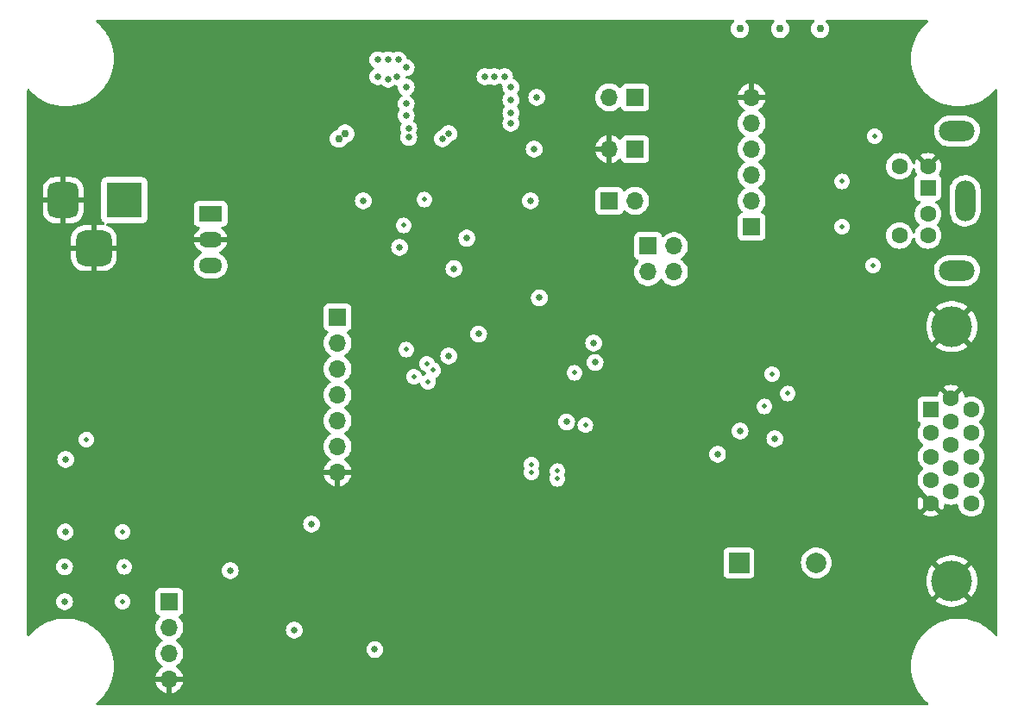
<source format=gbr>
%TF.GenerationSoftware,KiCad,Pcbnew,7.0.9-7.0.9~ubuntu20.04.1*%
%TF.CreationDate,2024-02-02T11:04:46+00:00*%
%TF.ProjectId,ICE40UPDevBoard,49434534-3055-4504-9465-76426f617264,rev?*%
%TF.SameCoordinates,Original*%
%TF.FileFunction,Copper,L3,Inr*%
%TF.FilePolarity,Positive*%
%FSLAX46Y46*%
G04 Gerber Fmt 4.6, Leading zero omitted, Abs format (unit mm)*
G04 Created by KiCad (PCBNEW 7.0.9-7.0.9~ubuntu20.04.1) date 2024-02-02 11:04:46*
%MOMM*%
%LPD*%
G01*
G04 APERTURE LIST*
G04 Aperture macros list*
%AMRoundRect*
0 Rectangle with rounded corners*
0 $1 Rounding radius*
0 $2 $3 $4 $5 $6 $7 $8 $9 X,Y pos of 4 corners*
0 Add a 4 corners polygon primitive as box body*
4,1,4,$2,$3,$4,$5,$6,$7,$8,$9,$2,$3,0*
0 Add four circle primitives for the rounded corners*
1,1,$1+$1,$2,$3*
1,1,$1+$1,$4,$5*
1,1,$1+$1,$6,$7*
1,1,$1+$1,$8,$9*
0 Add four rect primitives between the rounded corners*
20,1,$1+$1,$2,$3,$4,$5,0*
20,1,$1+$1,$4,$5,$6,$7,0*
20,1,$1+$1,$6,$7,$8,$9,0*
20,1,$1+$1,$8,$9,$2,$3,0*%
G04 Aperture macros list end*
%TA.AperFunction,ComponentPad*%
%ADD10R,1.700000X1.700000*%
%TD*%
%TA.AperFunction,ComponentPad*%
%ADD11O,1.700000X1.700000*%
%TD*%
%TA.AperFunction,ComponentPad*%
%ADD12R,2.300000X1.500000*%
%TD*%
%TA.AperFunction,ComponentPad*%
%ADD13O,2.300000X1.500000*%
%TD*%
%TA.AperFunction,ComponentPad*%
%ADD14R,1.600000X1.600000*%
%TD*%
%TA.AperFunction,ComponentPad*%
%ADD15C,1.600000*%
%TD*%
%TA.AperFunction,ComponentPad*%
%ADD16O,3.500000X2.000000*%
%TD*%
%TA.AperFunction,ComponentPad*%
%ADD17O,2.000000X4.000000*%
%TD*%
%TA.AperFunction,ComponentPad*%
%ADD18R,2.000000X2.000000*%
%TD*%
%TA.AperFunction,ComponentPad*%
%ADD19C,2.000000*%
%TD*%
%TA.AperFunction,ComponentPad*%
%ADD20R,3.500000X3.500000*%
%TD*%
%TA.AperFunction,ComponentPad*%
%ADD21RoundRect,0.750000X-0.750000X-1.000000X0.750000X-1.000000X0.750000X1.000000X-0.750000X1.000000X0*%
%TD*%
%TA.AperFunction,ComponentPad*%
%ADD22RoundRect,0.875000X-0.875000X-0.875000X0.875000X-0.875000X0.875000X0.875000X-0.875000X0.875000X0*%
%TD*%
%TA.AperFunction,ComponentPad*%
%ADD23C,4.000000*%
%TD*%
%TA.AperFunction,ViaPad*%
%ADD24C,0.635000*%
%TD*%
%TA.AperFunction,ViaPad*%
%ADD25C,0.508000*%
%TD*%
%TA.AperFunction,ViaPad*%
%ADD26C,0.762000*%
%TD*%
G04 APERTURE END LIST*
D10*
%TO.N,/~{CRESET_B}*%
%TO.C,J4*%
X212090000Y-80010000D03*
D11*
%TO.N,GND*%
X209550000Y-80010000D03*
%TD*%
D10*
%TO.N,+3V3*%
%TO.C,J7*%
X223520000Y-87630000D03*
D11*
%TO.N,/FLASH_MOSI*%
X223520000Y-85090000D03*
%TO.N,/FLASH_MISO*%
X223520000Y-82550000D03*
%TO.N,/ICE_SCK*%
X223520000Y-80010000D03*
%TO.N,/ICE_SS*%
X223520000Y-77470000D03*
%TO.N,GND*%
X223520000Y-74930000D03*
%TD*%
D10*
%TO.N,USER0*%
%TO.C,J8*%
X182880000Y-96520000D03*
D11*
%TO.N,USER1*%
X182880000Y-99060000D03*
%TO.N,USER2*%
X182880000Y-101600000D03*
%TO.N,USER3*%
X182880000Y-104140000D03*
%TO.N,USER4*%
X182880000Y-106680000D03*
%TO.N,USER5*%
X182880000Y-109220000D03*
%TO.N,GND*%
X182880000Y-111760000D03*
%TD*%
D12*
%TO.N,/VCCEXTI*%
%TO.C,U8*%
X170419500Y-86360000D03*
D13*
%TO.N,GND*%
X170419500Y-88900000D03*
%TO.N,+5V*%
X170419500Y-91440000D03*
%TD*%
D10*
%TO.N,/ICE_SS*%
%TO.C,J5*%
X212095000Y-74930000D03*
D11*
%TO.N,Net-(J5-Pin_2)*%
X209555000Y-74930000D03*
%TD*%
D14*
%TO.N,Net-(J3-Pad1)*%
%TO.C,J3*%
X240825000Y-83790000D03*
D15*
%TO.N,Net-(J3-Pad2)*%
X240825000Y-86390000D03*
%TO.N,GND*%
X240825000Y-81690000D03*
%TO.N,+5V*%
X240825000Y-88490000D03*
%TO.N,Net-(J3-Pad5)*%
X238025000Y-81690000D03*
%TO.N,Net-(J3-Pad6)*%
X238025000Y-88490000D03*
D16*
%TO.N,N/C*%
X243675000Y-91940000D03*
D17*
X244475000Y-85090000D03*
D16*
X243675000Y-78240000D03*
%TD*%
D18*
%TO.N,Net-(R32-Pad2)*%
%TO.C,SP1*%
X222270000Y-120650000D03*
D19*
%TO.N,BUZZER*%
X229870000Y-120650000D03*
%TD*%
D20*
%TO.N,/VCCEXT*%
%TO.C,CON2*%
X161956000Y-85021500D03*
D21*
%TO.N,GND*%
X155956000Y-85021500D03*
D22*
X158956000Y-89721500D03*
%TD*%
D10*
%TO.N,Net-(D2-K)*%
%TO.C,J1*%
X209550000Y-85090000D03*
D11*
%TO.N,/CDONE*%
X212090000Y-85090000D03*
%TD*%
D10*
%TO.N,/FLASH_MOSI*%
%TO.C,J6*%
X213360000Y-89535000D03*
D11*
%TO.N,/ICE_MISO*%
X215900000Y-89535000D03*
%TO.N,/ICE_MOSI*%
X213360000Y-92075000D03*
%TO.N,/FLASH_MISO*%
X215900000Y-92075000D03*
%TD*%
D10*
%TO.N,+3V3*%
%TO.C,J9*%
X166370000Y-124460000D03*
D11*
%TO.N,I2C_SDA*%
X166370000Y-127000000D03*
%TO.N,I2C_SCL*%
X166370000Y-129540000D03*
%TO.N,GND*%
X166370000Y-132080000D03*
%TD*%
D23*
%TO.N,GND*%
%TO.C,J2*%
X243160669Y-122434669D03*
X243160669Y-97434669D03*
D14*
%TO.N,RED*%
X241110669Y-105619669D03*
D15*
%TO.N,GREEN*%
X241110669Y-107909669D03*
%TO.N,BLUE*%
X241110669Y-110199669D03*
%TO.N,unconnected-(J2-Pad4)*%
X241110669Y-112489669D03*
%TO.N,GND*%
X241110669Y-114779669D03*
X243090669Y-104474669D03*
X243090669Y-106764669D03*
X243090669Y-109054669D03*
%TO.N,unconnected-(J2-Pad9)*%
X243090669Y-111344669D03*
%TO.N,GND*%
X243090669Y-113634669D03*
%TO.N,unconnected-(J2-Pad11)*%
X245070669Y-105619669D03*
%TO.N,unconnected-(J2-Pad12)*%
X245070669Y-107909669D03*
%TO.N,Net-(J2-Pad13)*%
X245070669Y-110199669D03*
%TO.N,Net-(J2-Pad14)*%
X245070669Y-112489669D03*
%TO.N,unconnected-(J2-Pad15)*%
X245070669Y-114779669D03*
%TD*%
D24*
%TO.N,GND*%
X157480000Y-97790000D03*
X170180000Y-103632000D03*
X162052000Y-103632000D03*
X224155000Y-102108000D03*
X228219000Y-110363000D03*
X228727000Y-106172000D03*
X168148000Y-103632000D03*
X196469000Y-78105000D03*
X200533000Y-92329000D03*
X201676000Y-107569000D03*
X186182000Y-77978000D03*
X218752500Y-111056500D03*
X183642000Y-73406000D03*
X200152000Y-102870000D03*
X157480000Y-100330000D03*
X203073000Y-99187000D03*
X233426000Y-110490000D03*
X233299000Y-106680000D03*
X154940000Y-95250000D03*
X185420000Y-88900000D03*
X217424000Y-106807000D03*
X157480000Y-102870000D03*
X217424000Y-105283000D03*
X228727000Y-107569000D03*
X193802000Y-73406000D03*
X158242000Y-112522000D03*
X201676000Y-102870000D03*
X196723000Y-96012000D03*
X200152000Y-99187000D03*
X154940000Y-92710000D03*
X174244000Y-103632000D03*
X221107000Y-113030000D03*
X203581000Y-102870000D03*
X202184000Y-82169000D03*
X204470000Y-92456000D03*
X191213000Y-124460000D03*
X183007000Y-72898000D03*
X222631000Y-102108000D03*
X154940000Y-97790000D03*
X216154000Y-120650000D03*
X159512000Y-103632000D03*
X195580000Y-93919000D03*
X201676000Y-99187000D03*
X166116000Y-103632000D03*
X208026000Y-96012000D03*
X222631000Y-113030000D03*
X164084000Y-103632000D03*
X203073000Y-100203000D03*
X178640000Y-131064000D03*
X185166000Y-77978000D03*
X195326000Y-78105000D03*
X233299000Y-102870000D03*
X154940000Y-100330000D03*
X199136000Y-100203000D03*
X180340000Y-124460000D03*
X172212000Y-103632000D03*
X154940000Y-90170000D03*
X193167000Y-72898000D03*
X154940000Y-102870000D03*
%TO.N,+3V3*%
X178640000Y-127254000D03*
X186537500Y-129159000D03*
X156083000Y-124460000D03*
X187833000Y-73152000D03*
X156210000Y-110490000D03*
X188722000Y-72898000D03*
X202438000Y-74930000D03*
X196723000Y-98171000D03*
X189865000Y-77978000D03*
X195580000Y-88755000D03*
X202184000Y-80010000D03*
X193167000Y-78994000D03*
X194310000Y-91760000D03*
X189611000Y-73914000D03*
X205359000Y-106807000D03*
X186817000Y-72898000D03*
X189611000Y-72009000D03*
X187833000Y-71247000D03*
X180340000Y-116840000D03*
X222377000Y-107696000D03*
X156083000Y-121031000D03*
X185420000Y-85090000D03*
X189611000Y-76708000D03*
X186817000Y-71247000D03*
X188849000Y-71247000D03*
X188976000Y-89662000D03*
X189611000Y-75565000D03*
X172339000Y-121412000D03*
X208026000Y-99060000D03*
X156146500Y-117602000D03*
X193802000Y-78486000D03*
X201803000Y-85090000D03*
X189865000Y-78867000D03*
%TO.N,+1V2*%
X193802000Y-100330000D03*
X199898000Y-75184000D03*
X199263000Y-72898000D03*
X202692000Y-94615000D03*
X208153000Y-100965000D03*
X197358000Y-72898000D03*
X198247000Y-72898000D03*
X199898000Y-77470000D03*
X199898000Y-76454000D03*
X199898000Y-73914000D03*
D25*
%TO.N,/VPP_2V5*%
X207200500Y-107124500D03*
D26*
%TO.N,+5V*%
X183642000Y-78486000D03*
X183007000Y-78994000D03*
X230251000Y-68199000D03*
X222377000Y-68199000D03*
X226314000Y-68199000D03*
D25*
%TO.N,Net-(U5D-COMP)*%
X224790000Y-105283000D03*
D24*
%TO.N,+3.3VDAC*%
X220165000Y-109982000D03*
X225806000Y-108458000D03*
D25*
%TO.N,Net-(U5D-VREF)*%
X227076000Y-104013000D03*
%TO.N,Net-(D3-A)*%
X161798000Y-117602000D03*
%TO.N,Net-(D4-A)*%
X161925000Y-121031000D03*
%TO.N,Net-(D5-A)*%
X161798000Y-124460000D03*
%TO.N,/CDONE*%
X191643000Y-101092000D03*
%TO.N,/~{CRESET_B}*%
X192278000Y-101727000D03*
%TO.N,/ICE_SS*%
X201930000Y-110998000D03*
%TO.N,/ICE_MISO*%
X204470000Y-112395000D03*
%TO.N,/ICE_MOSI*%
X204470000Y-111633000D03*
%TO.N,/FLASH_MISO*%
X191389000Y-84963000D03*
%TO.N,/ICE_SCK*%
X201930000Y-111760000D03*
X189357000Y-87503000D03*
%TO.N,Net-(U2D-VCCPLL)*%
X206121000Y-101981000D03*
%TO.N,Net-(U5D-~{PSAVE})*%
X225552000Y-102108000D03*
%TO.N,HSYNC*%
X190373000Y-102362000D03*
%TO.N,VSYNC*%
X191770000Y-102870000D03*
%TO.N,PS2BCLK*%
X235458000Y-91440000D03*
%TO.N,PS2BDATA*%
X232410000Y-87630000D03*
%TO.N,PS2ADATA*%
X232410000Y-83185000D03*
%TO.N,PS2ACLK*%
X235585000Y-78740000D03*
%TO.N,BUTTON0*%
X158242000Y-108522000D03*
%TO.N,BUZZER*%
X189611000Y-99695000D03*
%TD*%
%TA.AperFunction,Conductor*%
%TO.N,GND*%
G36*
X221767628Y-67330002D02*
G01*
X221814121Y-67383658D01*
X221824225Y-67453932D01*
X221794731Y-67518512D01*
X221782924Y-67529346D01*
X221783435Y-67529914D01*
X221778527Y-67534332D01*
X221653414Y-67673284D01*
X221653410Y-67673290D01*
X221559928Y-67835208D01*
X221559922Y-67835220D01*
X221502146Y-68013038D01*
X221502145Y-68013042D01*
X221502145Y-68013044D01*
X221482600Y-68199000D01*
X221502146Y-68384961D01*
X221559922Y-68562779D01*
X221559928Y-68562791D01*
X221653410Y-68724709D01*
X221653414Y-68724715D01*
X221778527Y-68863667D01*
X221929795Y-68973570D01*
X221929797Y-68973571D01*
X221929800Y-68973573D01*
X222100615Y-69049625D01*
X222241582Y-69079588D01*
X222283509Y-69088500D01*
X222283510Y-69088500D01*
X222470491Y-69088500D01*
X222512418Y-69079588D01*
X222653385Y-69049625D01*
X222824200Y-68973573D01*
X222975470Y-68863669D01*
X223100585Y-68724715D01*
X223100589Y-68724709D01*
X223147330Y-68643750D01*
X223194075Y-68562785D01*
X223251855Y-68384956D01*
X223271400Y-68199000D01*
X223251855Y-68013044D01*
X223194075Y-67835215D01*
X223193182Y-67833669D01*
X223100589Y-67673290D01*
X223100585Y-67673284D01*
X222975472Y-67534332D01*
X222970565Y-67529914D01*
X222972550Y-67527709D01*
X222937085Y-67481731D01*
X222930999Y-67410996D01*
X222964121Y-67348199D01*
X223025936Y-67313279D01*
X223054493Y-67310000D01*
X225636507Y-67310000D01*
X225704628Y-67330002D01*
X225751121Y-67383658D01*
X225761225Y-67453932D01*
X225731731Y-67518512D01*
X225719924Y-67529346D01*
X225720435Y-67529914D01*
X225715527Y-67534332D01*
X225590414Y-67673284D01*
X225590410Y-67673290D01*
X225496928Y-67835208D01*
X225496922Y-67835220D01*
X225439146Y-68013038D01*
X225439145Y-68013042D01*
X225439145Y-68013044D01*
X225419600Y-68199000D01*
X225439146Y-68384961D01*
X225496922Y-68562779D01*
X225496928Y-68562791D01*
X225590410Y-68724709D01*
X225590414Y-68724715D01*
X225715527Y-68863667D01*
X225866795Y-68973570D01*
X225866797Y-68973571D01*
X225866800Y-68973573D01*
X226037615Y-69049625D01*
X226178582Y-69079588D01*
X226220509Y-69088500D01*
X226220510Y-69088500D01*
X226407491Y-69088500D01*
X226449418Y-69079588D01*
X226590385Y-69049625D01*
X226761200Y-68973573D01*
X226912470Y-68863669D01*
X227037585Y-68724715D01*
X227037589Y-68724709D01*
X227084330Y-68643750D01*
X227131075Y-68562785D01*
X227188855Y-68384956D01*
X227208400Y-68199000D01*
X227188855Y-68013044D01*
X227131075Y-67835215D01*
X227130182Y-67833669D01*
X227037589Y-67673290D01*
X227037585Y-67673284D01*
X226912472Y-67534332D01*
X226907565Y-67529914D01*
X226909550Y-67527709D01*
X226874085Y-67481731D01*
X226867999Y-67410996D01*
X226901121Y-67348199D01*
X226962936Y-67313279D01*
X226991493Y-67310000D01*
X229573507Y-67310000D01*
X229641628Y-67330002D01*
X229688121Y-67383658D01*
X229698225Y-67453932D01*
X229668731Y-67518512D01*
X229656924Y-67529346D01*
X229657435Y-67529914D01*
X229652527Y-67534332D01*
X229527414Y-67673284D01*
X229527410Y-67673290D01*
X229433928Y-67835208D01*
X229433922Y-67835220D01*
X229376146Y-68013038D01*
X229376145Y-68013042D01*
X229376145Y-68013044D01*
X229356600Y-68199000D01*
X229376146Y-68384961D01*
X229433922Y-68562779D01*
X229433928Y-68562791D01*
X229527410Y-68724709D01*
X229527414Y-68724715D01*
X229652527Y-68863667D01*
X229803795Y-68973570D01*
X229803797Y-68973571D01*
X229803800Y-68973573D01*
X229974615Y-69049625D01*
X230115582Y-69079588D01*
X230157509Y-69088500D01*
X230157510Y-69088500D01*
X230344491Y-69088500D01*
X230386418Y-69079588D01*
X230527385Y-69049625D01*
X230698200Y-68973573D01*
X230849470Y-68863669D01*
X230974585Y-68724715D01*
X230974589Y-68724709D01*
X231021330Y-68643750D01*
X231068075Y-68562785D01*
X231125855Y-68384956D01*
X231145400Y-68199000D01*
X231125855Y-68013044D01*
X231068075Y-67835215D01*
X231067182Y-67833669D01*
X230974589Y-67673290D01*
X230974585Y-67673284D01*
X230849472Y-67534332D01*
X230844565Y-67529914D01*
X230846550Y-67527709D01*
X230811085Y-67481731D01*
X230804999Y-67410996D01*
X230838121Y-67348199D01*
X230899936Y-67313279D01*
X230928493Y-67310000D01*
X240737107Y-67310000D01*
X240805228Y-67330002D01*
X240851721Y-67383658D01*
X240861825Y-67453932D01*
X240832331Y-67518512D01*
X240817606Y-67532931D01*
X240750504Y-67588651D01*
X240676648Y-67649981D01*
X240369981Y-67956648D01*
X240092899Y-68290326D01*
X239847792Y-68648139D01*
X239636756Y-69027021D01*
X239636753Y-69027028D01*
X239461569Y-69423780D01*
X239461563Y-69423796D01*
X239323741Y-69835003D01*
X239323732Y-69835035D01*
X239224440Y-70257198D01*
X239164520Y-70686748D01*
X239144490Y-71120000D01*
X239164520Y-71553251D01*
X239224440Y-71982801D01*
X239323732Y-72404964D01*
X239323741Y-72404996D01*
X239461563Y-72816203D01*
X239461569Y-72816219D01*
X239490695Y-72882183D01*
X239628696Y-73194725D01*
X239636753Y-73212971D01*
X239636756Y-73212978D01*
X239847792Y-73591860D01*
X240087574Y-73941900D01*
X240092902Y-73949677D01*
X240302715Y-74202346D01*
X240369981Y-74283351D01*
X240676648Y-74590018D01*
X240676653Y-74590022D01*
X240676655Y-74590024D01*
X241010323Y-74867098D01*
X241220851Y-75011313D01*
X241368139Y-75112207D01*
X241747021Y-75323243D01*
X241747025Y-75323244D01*
X241747031Y-75323248D01*
X242143786Y-75498433D01*
X242555013Y-75636262D01*
X242977202Y-75735560D01*
X243406753Y-75795480D01*
X243656529Y-75807027D01*
X243731629Y-75810500D01*
X243731634Y-75810500D01*
X243948371Y-75810500D01*
X244020152Y-75807181D01*
X244273247Y-75795480D01*
X244702798Y-75735560D01*
X245124987Y-75636262D01*
X245536214Y-75498433D01*
X245932969Y-75323248D01*
X246236154Y-75154375D01*
X246311860Y-75112207D01*
X246311860Y-75112206D01*
X246311867Y-75112203D01*
X246669677Y-74867098D01*
X247003345Y-74590024D01*
X247310024Y-74283345D01*
X247427065Y-74142396D01*
X247485971Y-74102769D01*
X247556952Y-74101278D01*
X247617471Y-74138399D01*
X247648313Y-74202346D01*
X247650000Y-74222893D01*
X247650000Y-127707106D01*
X247629998Y-127775227D01*
X247576342Y-127821720D01*
X247506068Y-127831824D01*
X247441488Y-127802330D01*
X247427064Y-127787601D01*
X247310018Y-127646648D01*
X247003351Y-127339981D01*
X246864123Y-127224368D01*
X246669677Y-127062902D01*
X246577851Y-127000000D01*
X246311860Y-126817792D01*
X245932978Y-126606756D01*
X245932971Y-126606753D01*
X245536219Y-126431569D01*
X245536203Y-126431563D01*
X245124996Y-126293741D01*
X245124995Y-126293740D01*
X245124987Y-126293738D01*
X245124976Y-126293735D01*
X245124964Y-126293732D01*
X244702800Y-126194440D01*
X244702801Y-126194440D01*
X244273251Y-126134520D01*
X243948371Y-126119500D01*
X243948366Y-126119500D01*
X243731634Y-126119500D01*
X243731629Y-126119500D01*
X243406748Y-126134520D01*
X242977198Y-126194440D01*
X242555035Y-126293732D01*
X242555017Y-126293737D01*
X242555013Y-126293738D01*
X242555009Y-126293739D01*
X242555003Y-126293741D01*
X242143796Y-126431563D01*
X242143780Y-126431569D01*
X241747028Y-126606753D01*
X241747021Y-126606756D01*
X241368139Y-126817792D01*
X241010326Y-127062899D01*
X240676648Y-127339981D01*
X240369981Y-127646648D01*
X240092899Y-127980326D01*
X239847792Y-128338139D01*
X239636756Y-128717021D01*
X239636753Y-128717028D01*
X239461569Y-129113780D01*
X239461563Y-129113796D01*
X239323741Y-129525003D01*
X239323732Y-129525035D01*
X239224440Y-129947198D01*
X239164520Y-130376748D01*
X239144490Y-130810000D01*
X239164520Y-131243251D01*
X239224440Y-131672801D01*
X239323732Y-132094964D01*
X239323741Y-132094996D01*
X239461563Y-132506203D01*
X239461569Y-132506219D01*
X239636753Y-132902971D01*
X239636756Y-132902978D01*
X239847792Y-133281860D01*
X239879318Y-133327883D01*
X240092902Y-133639677D01*
X240302715Y-133892346D01*
X240369981Y-133973351D01*
X240676648Y-134280018D01*
X240676653Y-134280022D01*
X240676655Y-134280024D01*
X240817603Y-134397065D01*
X240857231Y-134455971D01*
X240858722Y-134526952D01*
X240821601Y-134587471D01*
X240757654Y-134618313D01*
X240737107Y-134620000D01*
X159312893Y-134620000D01*
X159244772Y-134599998D01*
X159198279Y-134546342D01*
X159188175Y-134476068D01*
X159217669Y-134411488D01*
X159232393Y-134397068D01*
X159373345Y-134280024D01*
X159680024Y-133973345D01*
X159957098Y-133639677D01*
X160202203Y-133281867D01*
X160232444Y-133227575D01*
X160413243Y-132902978D01*
X160413243Y-132902977D01*
X160413248Y-132902969D01*
X160588433Y-132506214D01*
X160726262Y-132094987D01*
X160825560Y-131672798D01*
X160885480Y-131243247D01*
X160905510Y-130810000D01*
X160885480Y-130376753D01*
X160825560Y-129947202D01*
X160729787Y-129540000D01*
X165006844Y-129540000D01*
X165025437Y-129764375D01*
X165080702Y-129982612D01*
X165080703Y-129982613D01*
X165171141Y-130188793D01*
X165294275Y-130377265D01*
X165294279Y-130377270D01*
X165446762Y-130542908D01*
X165501331Y-130585381D01*
X165624424Y-130681189D01*
X165658205Y-130699470D01*
X165708596Y-130749482D01*
X165723949Y-130818799D01*
X165699389Y-130885412D01*
X165658209Y-130921096D01*
X165624704Y-130939228D01*
X165624698Y-130939232D01*
X165447097Y-131077465D01*
X165294674Y-131243041D01*
X165171580Y-131431451D01*
X165081179Y-131637543D01*
X165081176Y-131637550D01*
X165033455Y-131825999D01*
X165033456Y-131826000D01*
X165938884Y-131826000D01*
X165910507Y-131870156D01*
X165870000Y-132008111D01*
X165870000Y-132151889D01*
X165910507Y-132289844D01*
X165938884Y-132334000D01*
X165033455Y-132334000D01*
X165081176Y-132522449D01*
X165081179Y-132522456D01*
X165171580Y-132728548D01*
X165294674Y-132916958D01*
X165447097Y-133082534D01*
X165624698Y-133220767D01*
X165624699Y-133220768D01*
X165822628Y-133327882D01*
X165822630Y-133327883D01*
X166035483Y-133400955D01*
X166035492Y-133400957D01*
X166116000Y-133414391D01*
X166116000Y-132513674D01*
X166227685Y-132564680D01*
X166334237Y-132580000D01*
X166405763Y-132580000D01*
X166512315Y-132564680D01*
X166624000Y-132513674D01*
X166624000Y-133414390D01*
X166704507Y-133400957D01*
X166704516Y-133400955D01*
X166917369Y-133327883D01*
X166917371Y-133327882D01*
X167115300Y-133220768D01*
X167115301Y-133220767D01*
X167292902Y-133082534D01*
X167445325Y-132916958D01*
X167568419Y-132728548D01*
X167658820Y-132522456D01*
X167658823Y-132522449D01*
X167706544Y-132334000D01*
X166801116Y-132334000D01*
X166829493Y-132289844D01*
X166870000Y-132151889D01*
X166870000Y-132008111D01*
X166829493Y-131870156D01*
X166801116Y-131826000D01*
X167706544Y-131826000D01*
X167706544Y-131825999D01*
X167658823Y-131637550D01*
X167658820Y-131637543D01*
X167568419Y-131431451D01*
X167445325Y-131243041D01*
X167292902Y-131077465D01*
X167115301Y-130939232D01*
X167115300Y-130939231D01*
X167081791Y-130921097D01*
X167031401Y-130871083D01*
X167016050Y-130801766D01*
X167040612Y-130735153D01*
X167081790Y-130699472D01*
X167115576Y-130681189D01*
X167293240Y-130542906D01*
X167445722Y-130377268D01*
X167446059Y-130376753D01*
X167452441Y-130366983D01*
X167568860Y-130188791D01*
X167659296Y-129982616D01*
X167714564Y-129764368D01*
X167733156Y-129540000D01*
X167714564Y-129315632D01*
X167674899Y-129159000D01*
X185706950Y-129159000D01*
X185723413Y-129315632D01*
X185725101Y-129331686D01*
X185778752Y-129496810D01*
X185778756Y-129496817D01*
X185865569Y-129647183D01*
X185865570Y-129647185D01*
X185981751Y-129776217D01*
X186122220Y-129878274D01*
X186122222Y-129878275D01*
X186122225Y-129878277D01*
X186280846Y-129948900D01*
X186450684Y-129985000D01*
X186624316Y-129985000D01*
X186794154Y-129948900D01*
X186952775Y-129878277D01*
X187093246Y-129776219D01*
X187103911Y-129764375D01*
X187209429Y-129647185D01*
X187209430Y-129647183D01*
X187271312Y-129540000D01*
X187296245Y-129496815D01*
X187349900Y-129331681D01*
X187368050Y-129159000D01*
X187349900Y-128986319D01*
X187318996Y-128891206D01*
X187296247Y-128821189D01*
X187296243Y-128821182D01*
X187209430Y-128670816D01*
X187209429Y-128670814D01*
X187093248Y-128541782D01*
X186952779Y-128439725D01*
X186860885Y-128398811D01*
X186794154Y-128369100D01*
X186624316Y-128333000D01*
X186450684Y-128333000D01*
X186280845Y-128369100D01*
X186122220Y-128439725D01*
X185981751Y-128541782D01*
X185865570Y-128670814D01*
X185865569Y-128670816D01*
X185778756Y-128821182D01*
X185778752Y-128821189D01*
X185725101Y-128986313D01*
X185725100Y-128986317D01*
X185725100Y-128986319D01*
X185706950Y-129159000D01*
X167674899Y-129159000D01*
X167659296Y-129097384D01*
X167568860Y-128891209D01*
X167523109Y-128821182D01*
X167445724Y-128702734D01*
X167445720Y-128702729D01*
X167329570Y-128576559D01*
X167293240Y-128537094D01*
X167293239Y-128537093D01*
X167293237Y-128537091D01*
X167211382Y-128473381D01*
X167115576Y-128398811D01*
X167082319Y-128380813D01*
X167031929Y-128330802D01*
X167016576Y-128261485D01*
X167041136Y-128194872D01*
X167082320Y-128159186D01*
X167115576Y-128141189D01*
X167293240Y-128002906D01*
X167445722Y-127837268D01*
X167568860Y-127648791D01*
X167659296Y-127442616D01*
X167707060Y-127254000D01*
X177809450Y-127254000D01*
X177827601Y-127426686D01*
X177881252Y-127591810D01*
X177881256Y-127591817D01*
X177968069Y-127742183D01*
X177968070Y-127742185D01*
X178084251Y-127871217D01*
X178224720Y-127973274D01*
X178224722Y-127973275D01*
X178224725Y-127973277D01*
X178383346Y-128043900D01*
X178553184Y-128080000D01*
X178726816Y-128080000D01*
X178896654Y-128043900D01*
X179055275Y-127973277D01*
X179195746Y-127871219D01*
X179226319Y-127837265D01*
X179311929Y-127742185D01*
X179311930Y-127742183D01*
X179398745Y-127591815D01*
X179452400Y-127426681D01*
X179470550Y-127254000D01*
X179452400Y-127081319D01*
X179425978Y-127000000D01*
X179398747Y-126916189D01*
X179398743Y-126916182D01*
X179311930Y-126765816D01*
X179311929Y-126765814D01*
X179195748Y-126636782D01*
X179055279Y-126534725D01*
X178896654Y-126464100D01*
X178726816Y-126428000D01*
X178553184Y-126428000D01*
X178383345Y-126464100D01*
X178224720Y-126534725D01*
X178084251Y-126636782D01*
X177968070Y-126765814D01*
X177968069Y-126765816D01*
X177881256Y-126916182D01*
X177881252Y-126916189D01*
X177827601Y-127081313D01*
X177809450Y-127254000D01*
X167707060Y-127254000D01*
X167714564Y-127224368D01*
X167733156Y-127000000D01*
X167714564Y-126775632D01*
X167712078Y-126765814D01*
X167659297Y-126557387D01*
X167659296Y-126557386D01*
X167659296Y-126557384D01*
X167568860Y-126351209D01*
X167562140Y-126340924D01*
X167445724Y-126162734D01*
X167445719Y-126162729D01*
X167302524Y-126007179D01*
X167271103Y-125943514D01*
X167279090Y-125872968D01*
X167323948Y-125817939D01*
X167351183Y-125803789D01*
X167466204Y-125760889D01*
X167583261Y-125673261D01*
X167670889Y-125556204D01*
X167721989Y-125419201D01*
X167728500Y-125358638D01*
X167728500Y-123561362D01*
X167728499Y-123561350D01*
X167721990Y-123500803D01*
X167721988Y-123500795D01*
X167692924Y-123422875D01*
X167670889Y-123363796D01*
X167670888Y-123363794D01*
X167670887Y-123363792D01*
X167583261Y-123246738D01*
X167466207Y-123159112D01*
X167466202Y-123159110D01*
X167329204Y-123108011D01*
X167329196Y-123108009D01*
X167268649Y-123101500D01*
X167268638Y-123101500D01*
X165471362Y-123101500D01*
X165471350Y-123101500D01*
X165410803Y-123108009D01*
X165410795Y-123108011D01*
X165273797Y-123159110D01*
X165273792Y-123159112D01*
X165156738Y-123246738D01*
X165069112Y-123363792D01*
X165069110Y-123363797D01*
X165018011Y-123500795D01*
X165018009Y-123500803D01*
X165011500Y-123561350D01*
X165011500Y-125358649D01*
X165018009Y-125419196D01*
X165018011Y-125419204D01*
X165069110Y-125556202D01*
X165069112Y-125556207D01*
X165156738Y-125673261D01*
X165273791Y-125760886D01*
X165273792Y-125760886D01*
X165273796Y-125760889D01*
X165388810Y-125803787D01*
X165445642Y-125846332D01*
X165470453Y-125912852D01*
X165455362Y-125982226D01*
X165437475Y-126007179D01*
X165294280Y-126162729D01*
X165294275Y-126162734D01*
X165171141Y-126351206D01*
X165080703Y-126557386D01*
X165080702Y-126557387D01*
X165025437Y-126775624D01*
X165025436Y-126775630D01*
X165025436Y-126775632D01*
X165006844Y-127000000D01*
X165013582Y-127081319D01*
X165025437Y-127224375D01*
X165080702Y-127442612D01*
X165080703Y-127442613D01*
X165171141Y-127648793D01*
X165294275Y-127837265D01*
X165294279Y-127837270D01*
X165446762Y-128002908D01*
X165499427Y-128043899D01*
X165624424Y-128141189D01*
X165657680Y-128159186D01*
X165708071Y-128209200D01*
X165723423Y-128278516D01*
X165698862Y-128345129D01*
X165657680Y-128380813D01*
X165624426Y-128398810D01*
X165624424Y-128398811D01*
X165446762Y-128537091D01*
X165294279Y-128702729D01*
X165294275Y-128702734D01*
X165171141Y-128891206D01*
X165080703Y-129097386D01*
X165080702Y-129097387D01*
X165025437Y-129315624D01*
X165025436Y-129315630D01*
X165025436Y-129315632D01*
X165010422Y-129496817D01*
X165006844Y-129540000D01*
X160729787Y-129540000D01*
X160726262Y-129525013D01*
X160588433Y-129113786D01*
X160413248Y-128717031D01*
X160413244Y-128717025D01*
X160413243Y-128717021D01*
X160202207Y-128338139D01*
X160067293Y-128141189D01*
X159957098Y-127980323D01*
X159680024Y-127646655D01*
X159680022Y-127646653D01*
X159680018Y-127646648D01*
X159373351Y-127339981D01*
X159234123Y-127224368D01*
X159039677Y-127062902D01*
X158947851Y-127000000D01*
X158681860Y-126817792D01*
X158302978Y-126606756D01*
X158302971Y-126606753D01*
X157906219Y-126431569D01*
X157906203Y-126431563D01*
X157494996Y-126293741D01*
X157494995Y-126293740D01*
X157494987Y-126293738D01*
X157494976Y-126293735D01*
X157494964Y-126293732D01*
X157072800Y-126194440D01*
X157072801Y-126194440D01*
X156643251Y-126134520D01*
X156318371Y-126119500D01*
X156318366Y-126119500D01*
X156101634Y-126119500D01*
X156101629Y-126119500D01*
X155776748Y-126134520D01*
X155347198Y-126194440D01*
X154925035Y-126293732D01*
X154925017Y-126293737D01*
X154925013Y-126293738D01*
X154925009Y-126293739D01*
X154925003Y-126293741D01*
X154513796Y-126431563D01*
X154513780Y-126431569D01*
X154117028Y-126606753D01*
X154117021Y-126606756D01*
X153738139Y-126817792D01*
X153380326Y-127062899D01*
X153046648Y-127339981D01*
X152739981Y-127646648D01*
X152622936Y-127787601D01*
X152564029Y-127827230D01*
X152493048Y-127828721D01*
X152432529Y-127791600D01*
X152401686Y-127727652D01*
X152400000Y-127707106D01*
X152400000Y-124460000D01*
X155252450Y-124460000D01*
X155270396Y-124630744D01*
X155270601Y-124632686D01*
X155324252Y-124797810D01*
X155324256Y-124797817D01*
X155411069Y-124948183D01*
X155411070Y-124948185D01*
X155527251Y-125077217D01*
X155667720Y-125179274D01*
X155667722Y-125179275D01*
X155667725Y-125179277D01*
X155826346Y-125249900D01*
X155996184Y-125286000D01*
X156169816Y-125286000D01*
X156339654Y-125249900D01*
X156498275Y-125179277D01*
X156638746Y-125077219D01*
X156754929Y-124948185D01*
X156841745Y-124797815D01*
X156843332Y-124792933D01*
X156895398Y-124632686D01*
X156895400Y-124632681D01*
X156913550Y-124460000D01*
X161030675Y-124460000D01*
X161049912Y-124630744D01*
X161106664Y-124792930D01*
X161106665Y-124792933D01*
X161198079Y-124938417D01*
X161198080Y-124938419D01*
X161319580Y-125059919D01*
X161319582Y-125059920D01*
X161465066Y-125151334D01*
X161465067Y-125151334D01*
X161465070Y-125151336D01*
X161627254Y-125208087D01*
X161627253Y-125208087D01*
X161644543Y-125210034D01*
X161798000Y-125227325D01*
X161968746Y-125208087D01*
X162130930Y-125151336D01*
X162276419Y-125059919D01*
X162397919Y-124938419D01*
X162489336Y-124792930D01*
X162546087Y-124630746D01*
X162565325Y-124460000D01*
X162546087Y-124289254D01*
X162489336Y-124127070D01*
X162489334Y-124127067D01*
X162489334Y-124127066D01*
X162397920Y-123981582D01*
X162397919Y-123981580D01*
X162276419Y-123860080D01*
X162276417Y-123860079D01*
X162130933Y-123768665D01*
X162130930Y-123768664D01*
X162051085Y-123740725D01*
X161968746Y-123711913D01*
X161968744Y-123711912D01*
X161968746Y-123711912D01*
X161798000Y-123692675D01*
X161627255Y-123711912D01*
X161465069Y-123768664D01*
X161465066Y-123768665D01*
X161319582Y-123860079D01*
X161319580Y-123860080D01*
X161198080Y-123981580D01*
X161198079Y-123981582D01*
X161106665Y-124127066D01*
X161106664Y-124127069D01*
X161049912Y-124289255D01*
X161030675Y-124460000D01*
X156913550Y-124460000D01*
X156895400Y-124287319D01*
X156891789Y-124276208D01*
X156841747Y-124122189D01*
X156841743Y-124122182D01*
X156754930Y-123971816D01*
X156754929Y-123971814D01*
X156638748Y-123842782D01*
X156498279Y-123740725D01*
X156433564Y-123711912D01*
X156339654Y-123670100D01*
X156169816Y-123634000D01*
X155996184Y-123634000D01*
X155826345Y-123670100D01*
X155667720Y-123740725D01*
X155527251Y-123842782D01*
X155411070Y-123971814D01*
X155411069Y-123971816D01*
X155324256Y-124122182D01*
X155324252Y-124122189D01*
X155270601Y-124287313D01*
X155270600Y-124287317D01*
X155270600Y-124287319D01*
X155252450Y-124460000D01*
X152400000Y-124460000D01*
X152400000Y-122434675D01*
X240647710Y-122434675D01*
X240667523Y-122749613D01*
X240667525Y-122749630D01*
X240726658Y-123059611D01*
X240726661Y-123059624D01*
X240824178Y-123359748D01*
X240824182Y-123359757D01*
X240958544Y-123645291D01*
X240958551Y-123645305D01*
X241127635Y-123911740D01*
X241127638Y-123911744D01*
X241216712Y-124019415D01*
X241860663Y-123375463D01*
X241862239Y-123378034D01*
X242025799Y-123569539D01*
X242217304Y-123733099D01*
X242219872Y-123734673D01*
X241573190Y-124381355D01*
X241573190Y-124381357D01*
X241814155Y-124556428D01*
X242090703Y-124708461D01*
X242384129Y-124824637D01*
X242384135Y-124824639D01*
X242689772Y-124903113D01*
X242689799Y-124903118D01*
X243002864Y-124942667D01*
X243002883Y-124942669D01*
X243318455Y-124942669D01*
X243318473Y-124942667D01*
X243631538Y-124903118D01*
X243631565Y-124903113D01*
X243937202Y-124824639D01*
X243937208Y-124824637D01*
X244230634Y-124708461D01*
X244507186Y-124556425D01*
X244748146Y-124381357D01*
X244748146Y-124381355D01*
X244101464Y-123734673D01*
X244104034Y-123733099D01*
X244295539Y-123569539D01*
X244459099Y-123378034D01*
X244460673Y-123375464D01*
X245104624Y-124019415D01*
X245104625Y-124019414D01*
X245193695Y-123911749D01*
X245193698Y-123911745D01*
X245362786Y-123645305D01*
X245362793Y-123645291D01*
X245497155Y-123359757D01*
X245497159Y-123359748D01*
X245594676Y-123059624D01*
X245594679Y-123059611D01*
X245653812Y-122749630D01*
X245653814Y-122749613D01*
X245673628Y-122434675D01*
X245673628Y-122434662D01*
X245653814Y-122119724D01*
X245653812Y-122119707D01*
X245594679Y-121809726D01*
X245594676Y-121809713D01*
X245497159Y-121509589D01*
X245497155Y-121509580D01*
X245362793Y-121224046D01*
X245362786Y-121224032D01*
X245193702Y-120957597D01*
X245193699Y-120957593D01*
X245104624Y-120849921D01*
X244460672Y-121493872D01*
X244459099Y-121491304D01*
X244295539Y-121299799D01*
X244104034Y-121136239D01*
X244101463Y-121134663D01*
X244748146Y-120487981D01*
X244748146Y-120487979D01*
X244507182Y-120312909D01*
X244230634Y-120160876D01*
X243937208Y-120044700D01*
X243937202Y-120044698D01*
X243631565Y-119966224D01*
X243631538Y-119966219D01*
X243318473Y-119926670D01*
X243318455Y-119926669D01*
X243002883Y-119926669D01*
X243002864Y-119926670D01*
X242689799Y-119966219D01*
X242689772Y-119966224D01*
X242384135Y-120044698D01*
X242384129Y-120044700D01*
X242090703Y-120160876D01*
X241814154Y-120312910D01*
X241573190Y-120487979D01*
X241573190Y-120487981D01*
X242219873Y-121134664D01*
X242217304Y-121136239D01*
X242025799Y-121299799D01*
X241862239Y-121491304D01*
X241860664Y-121493873D01*
X241216712Y-120849921D01*
X241216711Y-120849921D01*
X241127640Y-120957590D01*
X241127638Y-120957593D01*
X240958551Y-121224032D01*
X240958544Y-121224046D01*
X240824182Y-121509580D01*
X240824178Y-121509589D01*
X240726661Y-121809713D01*
X240726658Y-121809726D01*
X240667525Y-122119707D01*
X240667523Y-122119724D01*
X240647710Y-122434662D01*
X240647710Y-122434675D01*
X152400000Y-122434675D01*
X152400000Y-121031000D01*
X155252450Y-121031000D01*
X155270396Y-121201744D01*
X155270601Y-121203686D01*
X155324252Y-121368810D01*
X155324256Y-121368817D01*
X155411069Y-121519183D01*
X155411070Y-121519185D01*
X155527251Y-121648217D01*
X155667720Y-121750274D01*
X155667722Y-121750275D01*
X155667725Y-121750277D01*
X155826346Y-121820900D01*
X155996184Y-121857000D01*
X156169816Y-121857000D01*
X156339654Y-121820900D01*
X156498275Y-121750277D01*
X156638746Y-121648219D01*
X156754929Y-121519185D01*
X156841745Y-121368815D01*
X156843332Y-121363933D01*
X156868572Y-121286248D01*
X156895400Y-121203681D01*
X156913550Y-121031000D01*
X161157675Y-121031000D01*
X161176912Y-121201744D01*
X161233664Y-121363930D01*
X161233665Y-121363933D01*
X161325079Y-121509417D01*
X161325080Y-121509419D01*
X161446580Y-121630919D01*
X161446582Y-121630920D01*
X161592066Y-121722334D01*
X161592067Y-121722334D01*
X161592070Y-121722336D01*
X161754254Y-121779087D01*
X161754253Y-121779087D01*
X161771543Y-121781034D01*
X161925000Y-121798325D01*
X162095746Y-121779087D01*
X162257930Y-121722336D01*
X162403419Y-121630919D01*
X162524919Y-121509419D01*
X162586132Y-121412000D01*
X171508450Y-121412000D01*
X171521842Y-121539417D01*
X171526601Y-121584686D01*
X171580252Y-121749810D01*
X171580256Y-121749817D01*
X171667069Y-121900183D01*
X171667070Y-121900185D01*
X171783251Y-122029217D01*
X171923720Y-122131274D01*
X171923722Y-122131275D01*
X171923725Y-122131277D01*
X172082346Y-122201900D01*
X172252184Y-122238000D01*
X172425816Y-122238000D01*
X172595654Y-122201900D01*
X172754275Y-122131277D01*
X172894746Y-122029219D01*
X173010929Y-121900185D01*
X173097745Y-121749815D01*
X173106674Y-121722336D01*
X173114370Y-121698649D01*
X220761500Y-121698649D01*
X220768009Y-121759196D01*
X220768011Y-121759204D01*
X220819110Y-121896202D01*
X220819112Y-121896207D01*
X220906738Y-122013261D01*
X221023792Y-122100887D01*
X221023794Y-122100888D01*
X221023796Y-122100889D01*
X221074294Y-122119724D01*
X221160795Y-122151988D01*
X221160803Y-122151990D01*
X221221350Y-122158499D01*
X221221355Y-122158499D01*
X221221362Y-122158500D01*
X221221368Y-122158500D01*
X223318632Y-122158500D01*
X223318638Y-122158500D01*
X223318645Y-122158499D01*
X223318649Y-122158499D01*
X223379196Y-122151990D01*
X223379199Y-122151989D01*
X223379201Y-122151989D01*
X223516204Y-122100889D01*
X223550175Y-122075459D01*
X223633261Y-122013261D01*
X223720887Y-121896207D01*
X223720887Y-121896206D01*
X223720889Y-121896204D01*
X223771989Y-121759201D01*
X223772949Y-121750277D01*
X223778499Y-121698649D01*
X223778500Y-121698632D01*
X223778500Y-120650000D01*
X228356835Y-120650000D01*
X228373230Y-120858319D01*
X228375465Y-120886710D01*
X228430894Y-121117592D01*
X228474989Y-121224046D01*
X228521760Y-121336963D01*
X228633426Y-121519185D01*
X228645825Y-121539417D01*
X228645826Y-121539419D01*
X228800030Y-121719969D01*
X228980580Y-121874173D01*
X228980584Y-121874176D01*
X229183037Y-121998240D01*
X229402406Y-122089105D01*
X229633289Y-122144535D01*
X229870000Y-122163165D01*
X230106711Y-122144535D01*
X230337594Y-122089105D01*
X230556963Y-121998240D01*
X230759416Y-121874176D01*
X230939969Y-121719969D01*
X231094176Y-121539416D01*
X231218240Y-121336963D01*
X231309105Y-121117594D01*
X231364535Y-120886711D01*
X231383165Y-120650000D01*
X231364535Y-120413289D01*
X231309105Y-120182406D01*
X231218240Y-119963037D01*
X231094176Y-119760584D01*
X230958192Y-119601367D01*
X230939969Y-119580030D01*
X230759419Y-119425826D01*
X230759417Y-119425825D01*
X230759416Y-119425824D01*
X230556963Y-119301760D01*
X230520697Y-119286738D01*
X230337592Y-119210894D01*
X230179651Y-119172976D01*
X230106711Y-119155465D01*
X229870000Y-119136835D01*
X229633289Y-119155465D01*
X229402407Y-119210894D01*
X229183038Y-119301759D01*
X228980582Y-119425825D01*
X228980580Y-119425826D01*
X228800030Y-119580030D01*
X228645826Y-119760580D01*
X228645825Y-119760582D01*
X228521759Y-119963038D01*
X228430894Y-120182407D01*
X228375465Y-120413289D01*
X228356835Y-120650000D01*
X223778500Y-120650000D01*
X223778500Y-119601367D01*
X223778499Y-119601350D01*
X223771990Y-119540803D01*
X223771988Y-119540795D01*
X223720889Y-119403797D01*
X223720887Y-119403792D01*
X223633261Y-119286738D01*
X223516207Y-119199112D01*
X223516202Y-119199110D01*
X223379204Y-119148011D01*
X223379196Y-119148009D01*
X223318649Y-119141500D01*
X223318638Y-119141500D01*
X221221362Y-119141500D01*
X221221350Y-119141500D01*
X221160803Y-119148009D01*
X221160795Y-119148011D01*
X221023797Y-119199110D01*
X221023792Y-119199112D01*
X220906738Y-119286738D01*
X220819112Y-119403792D01*
X220819110Y-119403797D01*
X220768011Y-119540795D01*
X220768009Y-119540803D01*
X220761500Y-119601350D01*
X220761500Y-121698649D01*
X173114370Y-121698649D01*
X173151398Y-121584686D01*
X173151400Y-121584681D01*
X173169550Y-121412000D01*
X173151400Y-121239319D01*
X173139191Y-121201744D01*
X173097747Y-121074189D01*
X173097743Y-121074182D01*
X173010930Y-120923816D01*
X173010929Y-120923814D01*
X172894748Y-120794782D01*
X172754279Y-120692725D01*
X172595654Y-120622100D01*
X172425816Y-120586000D01*
X172252184Y-120586000D01*
X172082345Y-120622100D01*
X171923720Y-120692725D01*
X171783251Y-120794782D01*
X171667070Y-120923814D01*
X171667069Y-120923816D01*
X171580256Y-121074182D01*
X171580252Y-121074189D01*
X171526601Y-121239313D01*
X171526600Y-121239317D01*
X171526600Y-121239319D01*
X171508450Y-121412000D01*
X162586132Y-121412000D01*
X162616336Y-121363930D01*
X162673087Y-121201746D01*
X162692325Y-121031000D01*
X162673087Y-120860254D01*
X162616336Y-120698070D01*
X162616334Y-120698067D01*
X162616334Y-120698066D01*
X162524920Y-120552582D01*
X162524919Y-120552580D01*
X162403419Y-120431080D01*
X162403417Y-120431079D01*
X162257933Y-120339665D01*
X162257930Y-120339664D01*
X162095746Y-120282913D01*
X162095744Y-120282912D01*
X162095746Y-120282912D01*
X161925000Y-120263675D01*
X161754255Y-120282912D01*
X161592069Y-120339664D01*
X161592066Y-120339665D01*
X161446582Y-120431079D01*
X161446580Y-120431080D01*
X161325080Y-120552580D01*
X161325079Y-120552582D01*
X161233665Y-120698066D01*
X161233664Y-120698069D01*
X161176912Y-120860255D01*
X161157675Y-121031000D01*
X156913550Y-121031000D01*
X156895400Y-120858319D01*
X156874756Y-120794782D01*
X156841747Y-120693189D01*
X156841743Y-120693182D01*
X156754930Y-120542816D01*
X156754929Y-120542814D01*
X156638748Y-120413782D01*
X156498279Y-120311725D01*
X156433564Y-120282912D01*
X156339654Y-120241100D01*
X156169816Y-120205000D01*
X155996184Y-120205000D01*
X155826345Y-120241100D01*
X155667720Y-120311725D01*
X155527251Y-120413782D01*
X155411070Y-120542814D01*
X155411069Y-120542816D01*
X155324256Y-120693182D01*
X155324252Y-120693189D01*
X155270601Y-120858313D01*
X155270600Y-120858317D01*
X155270600Y-120858319D01*
X155252450Y-121031000D01*
X152400000Y-121031000D01*
X152400000Y-117602000D01*
X155315950Y-117602000D01*
X155333896Y-117772744D01*
X155334101Y-117774686D01*
X155387752Y-117939810D01*
X155387756Y-117939817D01*
X155474569Y-118090183D01*
X155474570Y-118090185D01*
X155590751Y-118219217D01*
X155731220Y-118321274D01*
X155731222Y-118321275D01*
X155731225Y-118321277D01*
X155889846Y-118391900D01*
X156059684Y-118428000D01*
X156233316Y-118428000D01*
X156403154Y-118391900D01*
X156561775Y-118321277D01*
X156702246Y-118219219D01*
X156818429Y-118090185D01*
X156905245Y-117939815D01*
X156906832Y-117934933D01*
X156958898Y-117774686D01*
X156958900Y-117774681D01*
X156977050Y-117602000D01*
X161030675Y-117602000D01*
X161049912Y-117772744D01*
X161106664Y-117934930D01*
X161106665Y-117934933D01*
X161198079Y-118080417D01*
X161198080Y-118080419D01*
X161319580Y-118201919D01*
X161319582Y-118201920D01*
X161465066Y-118293334D01*
X161465067Y-118293334D01*
X161465070Y-118293336D01*
X161627254Y-118350087D01*
X161627253Y-118350087D01*
X161644543Y-118352034D01*
X161798000Y-118369325D01*
X161968746Y-118350087D01*
X162130930Y-118293336D01*
X162276419Y-118201919D01*
X162397919Y-118080419D01*
X162489336Y-117934930D01*
X162546087Y-117772746D01*
X162565325Y-117602000D01*
X162546087Y-117431254D01*
X162489336Y-117269070D01*
X162489334Y-117269067D01*
X162489334Y-117269066D01*
X162397920Y-117123582D01*
X162397919Y-117123580D01*
X162276419Y-117002080D01*
X162276417Y-117002079D01*
X162130933Y-116910665D01*
X162130930Y-116910664D01*
X162051085Y-116882725D01*
X161968746Y-116853913D01*
X161968744Y-116853912D01*
X161968746Y-116853912D01*
X161845264Y-116840000D01*
X179509450Y-116840000D01*
X179516877Y-116910665D01*
X179527601Y-117012686D01*
X179581252Y-117177810D01*
X179581256Y-117177817D01*
X179668069Y-117328183D01*
X179668070Y-117328185D01*
X179784251Y-117457217D01*
X179924720Y-117559274D01*
X179924722Y-117559275D01*
X179924725Y-117559277D01*
X180083346Y-117629900D01*
X180253184Y-117666000D01*
X180426816Y-117666000D01*
X180596654Y-117629900D01*
X180755275Y-117559277D01*
X180895746Y-117457219D01*
X181011929Y-117328185D01*
X181098745Y-117177815D01*
X181119540Y-117113816D01*
X181152398Y-117012686D01*
X181152400Y-117012681D01*
X181170550Y-116840000D01*
X181152400Y-116667319D01*
X181148789Y-116656208D01*
X181098747Y-116502189D01*
X181098743Y-116502182D01*
X181011930Y-116351816D01*
X181011929Y-116351814D01*
X180895748Y-116222782D01*
X180755279Y-116120725D01*
X180693383Y-116093167D01*
X180596654Y-116050100D01*
X180426816Y-116014000D01*
X180253184Y-116014000D01*
X180083345Y-116050100D01*
X179924720Y-116120725D01*
X179784251Y-116222782D01*
X179668070Y-116351814D01*
X179668069Y-116351816D01*
X179581256Y-116502182D01*
X179581252Y-116502189D01*
X179527601Y-116667313D01*
X179527600Y-116667317D01*
X179527600Y-116667319D01*
X179509450Y-116840000D01*
X161845264Y-116840000D01*
X161798000Y-116834675D01*
X161627255Y-116853912D01*
X161465069Y-116910664D01*
X161465066Y-116910665D01*
X161319582Y-117002079D01*
X161319580Y-117002080D01*
X161198080Y-117123580D01*
X161198079Y-117123582D01*
X161106665Y-117269066D01*
X161106664Y-117269069D01*
X161049912Y-117431255D01*
X161030675Y-117602000D01*
X156977050Y-117602000D01*
X156958900Y-117429319D01*
X156926040Y-117328185D01*
X156905247Y-117264189D01*
X156905243Y-117264182D01*
X156818430Y-117113816D01*
X156818429Y-117113814D01*
X156702248Y-116984782D01*
X156561779Y-116882725D01*
X156497064Y-116853912D01*
X156403154Y-116812100D01*
X156233316Y-116776000D01*
X156059684Y-116776000D01*
X155889845Y-116812100D01*
X155731220Y-116882725D01*
X155590751Y-116984782D01*
X155474570Y-117113814D01*
X155474569Y-117113816D01*
X155387756Y-117264182D01*
X155387752Y-117264189D01*
X155334101Y-117429313D01*
X155334100Y-117429317D01*
X155334100Y-117429319D01*
X155315950Y-117602000D01*
X152400000Y-117602000D01*
X152400000Y-110490000D01*
X155379450Y-110490000D01*
X155396153Y-110648915D01*
X155397601Y-110662686D01*
X155451252Y-110827810D01*
X155451256Y-110827817D01*
X155538069Y-110978183D01*
X155538070Y-110978185D01*
X155654251Y-111107217D01*
X155794720Y-111209274D01*
X155794722Y-111209275D01*
X155794725Y-111209277D01*
X155953346Y-111279900D01*
X156123184Y-111316000D01*
X156296816Y-111316000D01*
X156466654Y-111279900D01*
X156625275Y-111209277D01*
X156765746Y-111107219D01*
X156881929Y-110978185D01*
X156968745Y-110827815D01*
X156968928Y-110827254D01*
X157009860Y-110701274D01*
X157022400Y-110662681D01*
X157040550Y-110490000D01*
X157022400Y-110317319D01*
X157000499Y-110249913D01*
X156968747Y-110152189D01*
X156968743Y-110152182D01*
X156881930Y-110001816D01*
X156881929Y-110001814D01*
X156765748Y-109872782D01*
X156625279Y-109770725D01*
X156466654Y-109700100D01*
X156296816Y-109664000D01*
X156123184Y-109664000D01*
X155953345Y-109700100D01*
X155794720Y-109770725D01*
X155654251Y-109872782D01*
X155538070Y-110001814D01*
X155538069Y-110001816D01*
X155451256Y-110152182D01*
X155451252Y-110152189D01*
X155397601Y-110317313D01*
X155397600Y-110317317D01*
X155397600Y-110317319D01*
X155379450Y-110490000D01*
X152400000Y-110490000D01*
X152400000Y-108522000D01*
X157474675Y-108522000D01*
X157493912Y-108692744D01*
X157550664Y-108854930D01*
X157550665Y-108854933D01*
X157642079Y-109000417D01*
X157642080Y-109000419D01*
X157763580Y-109121919D01*
X157763582Y-109121920D01*
X157909066Y-109213334D01*
X157909067Y-109213334D01*
X157909070Y-109213336D01*
X158071254Y-109270087D01*
X158071253Y-109270087D01*
X158088543Y-109272034D01*
X158242000Y-109289325D01*
X158412746Y-109270087D01*
X158555886Y-109220000D01*
X181516844Y-109220000D01*
X181530555Y-109385467D01*
X181535437Y-109444375D01*
X181590702Y-109662612D01*
X181590703Y-109662613D01*
X181590704Y-109662616D01*
X181681140Y-109868791D01*
X181681141Y-109868793D01*
X181804275Y-110057265D01*
X181804279Y-110057270D01*
X181956762Y-110222908D01*
X181966741Y-110230675D01*
X182134424Y-110361189D01*
X182168205Y-110379470D01*
X182218596Y-110429482D01*
X182233949Y-110498799D01*
X182209389Y-110565412D01*
X182168209Y-110601096D01*
X182134704Y-110619228D01*
X182134698Y-110619232D01*
X181957097Y-110757465D01*
X181804674Y-110923041D01*
X181681580Y-111111451D01*
X181591179Y-111317543D01*
X181591176Y-111317550D01*
X181543455Y-111505999D01*
X181543456Y-111506000D01*
X182448884Y-111506000D01*
X182420507Y-111550156D01*
X182380000Y-111688111D01*
X182380000Y-111831889D01*
X182420507Y-111969844D01*
X182448884Y-112014000D01*
X181543455Y-112014000D01*
X181591176Y-112202449D01*
X181591179Y-112202456D01*
X181681580Y-112408548D01*
X181804674Y-112596958D01*
X181957097Y-112762534D01*
X182134698Y-112900767D01*
X182134699Y-112900768D01*
X182332628Y-113007882D01*
X182332630Y-113007883D01*
X182545483Y-113080955D01*
X182545492Y-113080957D01*
X182626000Y-113094391D01*
X182626000Y-112193674D01*
X182737685Y-112244680D01*
X182844237Y-112260000D01*
X182915763Y-112260000D01*
X183022315Y-112244680D01*
X183134000Y-112193674D01*
X183134000Y-113094390D01*
X183214507Y-113080957D01*
X183214516Y-113080955D01*
X183427369Y-113007883D01*
X183427371Y-113007882D01*
X183625300Y-112900768D01*
X183625301Y-112900767D01*
X183802902Y-112762534D01*
X183955325Y-112596958D01*
X184078419Y-112408548D01*
X184168820Y-112202456D01*
X184168823Y-112202449D01*
X184216544Y-112014000D01*
X183311116Y-112014000D01*
X183339493Y-111969844D01*
X183380000Y-111831889D01*
X183380000Y-111760000D01*
X201162675Y-111760000D01*
X201181912Y-111930744D01*
X201238664Y-112092930D01*
X201238665Y-112092933D01*
X201330079Y-112238417D01*
X201330080Y-112238419D01*
X201451580Y-112359919D01*
X201451582Y-112359920D01*
X201597066Y-112451334D01*
X201597067Y-112451334D01*
X201597070Y-112451336D01*
X201759254Y-112508087D01*
X201759253Y-112508087D01*
X201776543Y-112510034D01*
X201930000Y-112527325D01*
X202100746Y-112508087D01*
X202262930Y-112451336D01*
X202352588Y-112395000D01*
X203702675Y-112395000D01*
X203721912Y-112565744D01*
X203778664Y-112727930D01*
X203778665Y-112727933D01*
X203870079Y-112873417D01*
X203870080Y-112873419D01*
X203991580Y-112994919D01*
X203991582Y-112994920D01*
X204137066Y-113086334D01*
X204137067Y-113086334D01*
X204137070Y-113086336D01*
X204299254Y-113143087D01*
X204299253Y-113143087D01*
X204316543Y-113145034D01*
X204470000Y-113162325D01*
X204640746Y-113143087D01*
X204802930Y-113086336D01*
X204948419Y-112994919D01*
X205069919Y-112873419D01*
X205161336Y-112727930D01*
X205218087Y-112565746D01*
X205226659Y-112489669D01*
X239797171Y-112489669D01*
X239817126Y-112717755D01*
X239876384Y-112938909D01*
X239876386Y-112938915D01*
X239973146Y-113146418D01*
X240017468Y-113209717D01*
X240104471Y-113333969D01*
X240266369Y-113495867D01*
X240266372Y-113495869D01*
X240332685Y-113542302D01*
X240377013Y-113597759D01*
X240385934Y-113656497D01*
X240382778Y-113692568D01*
X240983081Y-114292871D01*
X240968354Y-114294989D01*
X240837569Y-114354717D01*
X240728908Y-114448871D01*
X240651176Y-114569825D01*
X240626308Y-114654517D01*
X240023569Y-114051778D01*
X239973582Y-114123169D01*
X239876857Y-114330595D01*
X239876855Y-114330600D01*
X239817620Y-114551666D01*
X239797673Y-114779669D01*
X239817620Y-115007671D01*
X239876855Y-115228737D01*
X239876857Y-115228742D01*
X239973582Y-115436170D01*
X240023568Y-115507557D01*
X240626307Y-114904818D01*
X240651176Y-114989513D01*
X240728908Y-115110467D01*
X240837569Y-115204621D01*
X240968354Y-115264349D01*
X240983081Y-115266466D01*
X240382779Y-115866767D01*
X240382779Y-115866769D01*
X240454167Y-115916755D01*
X240661595Y-116013480D01*
X240661600Y-116013482D01*
X240882668Y-116072717D01*
X240882664Y-116072717D01*
X241110669Y-116092664D01*
X241338671Y-116072717D01*
X241559737Y-116013482D01*
X241559742Y-116013480D01*
X241767166Y-115916757D01*
X241838557Y-115866768D01*
X241838557Y-115866766D01*
X241238257Y-115266466D01*
X241252984Y-115264349D01*
X241383769Y-115204621D01*
X241492430Y-115110467D01*
X241570162Y-114989513D01*
X241595029Y-114904820D01*
X242197766Y-115507557D01*
X242197768Y-115507557D01*
X242247757Y-115436166D01*
X242344480Y-115228742D01*
X242344482Y-115228737D01*
X242403717Y-115007671D01*
X242409058Y-114946623D01*
X242434921Y-114880505D01*
X242492425Y-114838865D01*
X242563312Y-114834924D01*
X242587829Y-114843409D01*
X242641595Y-114868480D01*
X242641600Y-114868482D01*
X242862668Y-114927717D01*
X242862664Y-114927717D01*
X243090669Y-114947664D01*
X243318671Y-114927717D01*
X243539737Y-114868482D01*
X243539742Y-114868480D01*
X243593024Y-114843634D01*
X243663215Y-114832972D01*
X243728029Y-114861950D01*
X243766886Y-114921369D01*
X243771796Y-114946845D01*
X243777125Y-115007750D01*
X243777126Y-115007756D01*
X243836385Y-115228912D01*
X243933146Y-115436418D01*
X244064471Y-115623969D01*
X244226369Y-115785867D01*
X244413920Y-115917192D01*
X244621426Y-116013953D01*
X244842582Y-116073212D01*
X245070669Y-116093167D01*
X245298756Y-116073212D01*
X245519912Y-116013953D01*
X245727418Y-115917192D01*
X245914969Y-115785867D01*
X246076867Y-115623969D01*
X246208192Y-115436418D01*
X246304953Y-115228912D01*
X246364212Y-115007756D01*
X246384167Y-114779669D01*
X246364212Y-114551582D01*
X246304953Y-114330426D01*
X246208192Y-114122920D01*
X246076867Y-113935369D01*
X245914969Y-113773471D01*
X245864141Y-113737881D01*
X245819814Y-113682426D01*
X245812505Y-113611806D01*
X245844535Y-113548446D01*
X245864137Y-113531459D01*
X245914969Y-113495867D01*
X246076867Y-113333969D01*
X246208192Y-113146418D01*
X246304953Y-112938912D01*
X246364212Y-112717756D01*
X246384167Y-112489669D01*
X246364212Y-112261582D01*
X246304953Y-112040426D01*
X246208192Y-111832920D01*
X246076867Y-111645369D01*
X245914969Y-111483471D01*
X245864141Y-111447881D01*
X245819814Y-111392426D01*
X245812505Y-111321806D01*
X245844535Y-111258446D01*
X245864137Y-111241459D01*
X245914969Y-111205867D01*
X246076867Y-111043969D01*
X246208192Y-110856418D01*
X246304953Y-110648912D01*
X246364212Y-110427756D01*
X246384167Y-110199669D01*
X246364212Y-109971582D01*
X246304953Y-109750426D01*
X246208192Y-109542920D01*
X246076867Y-109355369D01*
X245914969Y-109193471D01*
X245864141Y-109157881D01*
X245819814Y-109102426D01*
X245812505Y-109031806D01*
X245844535Y-108968446D01*
X245864137Y-108951459D01*
X245914969Y-108915867D01*
X246076867Y-108753969D01*
X246208192Y-108566418D01*
X246304953Y-108358912D01*
X246364212Y-108137756D01*
X246384167Y-107909669D01*
X246364212Y-107681582D01*
X246304953Y-107460426D01*
X246208192Y-107252920D01*
X246076867Y-107065369D01*
X245914969Y-106903471D01*
X245864141Y-106867881D01*
X245819814Y-106812426D01*
X245812505Y-106741806D01*
X245844535Y-106678446D01*
X245864137Y-106661459D01*
X245914969Y-106625867D01*
X246076867Y-106463969D01*
X246208192Y-106276418D01*
X246304953Y-106068912D01*
X246364212Y-105847756D01*
X246384167Y-105619669D01*
X246364212Y-105391582D01*
X246304953Y-105170426D01*
X246208192Y-104962920D01*
X246076867Y-104775369D01*
X245914969Y-104613471D01*
X245883825Y-104591664D01*
X245727418Y-104482146D01*
X245519915Y-104385386D01*
X245519909Y-104385384D01*
X245323137Y-104332659D01*
X245298756Y-104326126D01*
X245070669Y-104306171D01*
X244842582Y-104326126D01*
X244621428Y-104385384D01*
X244621417Y-104385388D01*
X244567781Y-104410399D01*
X244497589Y-104421060D01*
X244432777Y-104392079D01*
X244393921Y-104332659D01*
X244389011Y-104307184D01*
X244383717Y-104246666D01*
X244324482Y-104025600D01*
X244324480Y-104025595D01*
X244227755Y-103818167D01*
X244177769Y-103746779D01*
X244177766Y-103746779D01*
X243575029Y-104349516D01*
X243550162Y-104264825D01*
X243472430Y-104143871D01*
X243363769Y-104049717D01*
X243232984Y-103989989D01*
X243218256Y-103987871D01*
X243818557Y-103387568D01*
X243818557Y-103387567D01*
X243747170Y-103337582D01*
X243539742Y-103240857D01*
X243539737Y-103240855D01*
X243318669Y-103181620D01*
X243318673Y-103181620D01*
X243090669Y-103161673D01*
X242862666Y-103181620D01*
X242641600Y-103240855D01*
X242641595Y-103240857D01*
X242434169Y-103337582D01*
X242362778Y-103387569D01*
X242963080Y-103987871D01*
X242948354Y-103989989D01*
X242817569Y-104049717D01*
X242708908Y-104143871D01*
X242631176Y-104264825D01*
X242606308Y-104349517D01*
X242003569Y-103746778D01*
X241953582Y-103818169D01*
X241856857Y-104025595D01*
X241856855Y-104025599D01*
X241805362Y-104217780D01*
X241768411Y-104278403D01*
X241704550Y-104309424D01*
X241683655Y-104311169D01*
X240262019Y-104311169D01*
X240201472Y-104317678D01*
X240201464Y-104317680D01*
X240064466Y-104368779D01*
X240064461Y-104368781D01*
X239947407Y-104456407D01*
X239859781Y-104573461D01*
X239859779Y-104573466D01*
X239808680Y-104710464D01*
X239808678Y-104710472D01*
X239802169Y-104771019D01*
X239802169Y-106468318D01*
X239808678Y-106528865D01*
X239808680Y-106528873D01*
X239859779Y-106665871D01*
X239859781Y-106665876D01*
X239947407Y-106782930D01*
X240064464Y-106870558D01*
X240068975Y-106873021D01*
X240119179Y-106923221D01*
X240134272Y-106992595D01*
X240109463Y-107059116D01*
X240105118Y-107064597D01*
X240104473Y-107065364D01*
X239973146Y-107252919D01*
X239876386Y-107460422D01*
X239876384Y-107460428D01*
X239817126Y-107681582D01*
X239797171Y-107909669D01*
X239817126Y-108137756D01*
X239830876Y-108189070D01*
X239876384Y-108358909D01*
X239876386Y-108358915D01*
X239973146Y-108566418D01*
X240018143Y-108630681D01*
X240104471Y-108753969D01*
X240266369Y-108915867D01*
X240266372Y-108915869D01*
X240317195Y-108951456D01*
X240361523Y-109006913D01*
X240368832Y-109077533D01*
X240336801Y-109140893D01*
X240317195Y-109157882D01*
X240266372Y-109193468D01*
X240266366Y-109193473D01*
X240104473Y-109355366D01*
X240104468Y-109355372D01*
X239973146Y-109542919D01*
X239876386Y-109750422D01*
X239876384Y-109750428D01*
X239817126Y-109971582D01*
X239797171Y-110199669D01*
X239817126Y-110427756D01*
X239828495Y-110470185D01*
X239876384Y-110648909D01*
X239876386Y-110648915D01*
X239900803Y-110701277D01*
X239973146Y-110856418D01*
X240104471Y-111043969D01*
X240266369Y-111205867D01*
X240266372Y-111205869D01*
X240317195Y-111241456D01*
X240361523Y-111296913D01*
X240368832Y-111367533D01*
X240336801Y-111430893D01*
X240317195Y-111447882D01*
X240266372Y-111483468D01*
X240266366Y-111483473D01*
X240104473Y-111645366D01*
X240104468Y-111645372D01*
X239973146Y-111832919D01*
X239876386Y-112040422D01*
X239876384Y-112040428D01*
X239817126Y-112261582D01*
X239797171Y-112489669D01*
X205226659Y-112489669D01*
X205237325Y-112395000D01*
X205218087Y-112224254D01*
X205161336Y-112062070D01*
X205161334Y-112062067D01*
X205159077Y-112055616D01*
X205155457Y-111984711D01*
X205159077Y-111972384D01*
X205161334Y-111965932D01*
X205161336Y-111965930D01*
X205218087Y-111803746D01*
X205237325Y-111633000D01*
X205218087Y-111462254D01*
X205161336Y-111300070D01*
X205161334Y-111300067D01*
X205161334Y-111300066D01*
X205069920Y-111154582D01*
X205069919Y-111154580D01*
X204948419Y-111033080D01*
X204948417Y-111033079D01*
X204802933Y-110941665D01*
X204802930Y-110941664D01*
X204640746Y-110884913D01*
X204640744Y-110884912D01*
X204640746Y-110884912D01*
X204470000Y-110865675D01*
X204299255Y-110884912D01*
X204137069Y-110941664D01*
X204137066Y-110941665D01*
X203991582Y-111033079D01*
X203991580Y-111033080D01*
X203870080Y-111154580D01*
X203870079Y-111154582D01*
X203778665Y-111300066D01*
X203778664Y-111300069D01*
X203721912Y-111462255D01*
X203702675Y-111633000D01*
X203721912Y-111803744D01*
X203780922Y-111972385D01*
X203784541Y-112043289D01*
X203780922Y-112055615D01*
X203721912Y-112224255D01*
X203702675Y-112395000D01*
X202352588Y-112395000D01*
X202408419Y-112359919D01*
X202529919Y-112238419D01*
X202621336Y-112092930D01*
X202678087Y-111930746D01*
X202697325Y-111760000D01*
X202678087Y-111589254D01*
X202621336Y-111427070D01*
X202621334Y-111427067D01*
X202619077Y-111420616D01*
X202615457Y-111349711D01*
X202619077Y-111337384D01*
X202621334Y-111330932D01*
X202621336Y-111330930D01*
X202678087Y-111168746D01*
X202697325Y-110998000D01*
X202678087Y-110827254D01*
X202621336Y-110665070D01*
X202621334Y-110665067D01*
X202621334Y-110665066D01*
X202529920Y-110519582D01*
X202529919Y-110519580D01*
X202408419Y-110398080D01*
X202408417Y-110398079D01*
X202262933Y-110306665D01*
X202262930Y-110306664D01*
X202100746Y-110249913D01*
X202100744Y-110249912D01*
X202100746Y-110249912D01*
X201930000Y-110230675D01*
X201759255Y-110249912D01*
X201597069Y-110306664D01*
X201597066Y-110306665D01*
X201451582Y-110398079D01*
X201451580Y-110398080D01*
X201330080Y-110519580D01*
X201330079Y-110519582D01*
X201238665Y-110665066D01*
X201238664Y-110665069D01*
X201181912Y-110827255D01*
X201162675Y-110998000D01*
X201181912Y-111168744D01*
X201240922Y-111337385D01*
X201244541Y-111408289D01*
X201240922Y-111420615D01*
X201181912Y-111589255D01*
X201162675Y-111760000D01*
X183380000Y-111760000D01*
X183380000Y-111688111D01*
X183339493Y-111550156D01*
X183311116Y-111506000D01*
X184216544Y-111506000D01*
X184216544Y-111505999D01*
X184168823Y-111317550D01*
X184168820Y-111317543D01*
X184078419Y-111111451D01*
X183955325Y-110923041D01*
X183802902Y-110757465D01*
X183625301Y-110619232D01*
X183625300Y-110619231D01*
X183591791Y-110601097D01*
X183541401Y-110551083D01*
X183526050Y-110481766D01*
X183550612Y-110415153D01*
X183591790Y-110379472D01*
X183625576Y-110361189D01*
X183803240Y-110222906D01*
X183955722Y-110057268D01*
X184004897Y-109982000D01*
X219334450Y-109982000D01*
X219352338Y-110152189D01*
X219352601Y-110154686D01*
X219406252Y-110319810D01*
X219406256Y-110319817D01*
X219493069Y-110470183D01*
X219493070Y-110470185D01*
X219609251Y-110599217D01*
X219749720Y-110701274D01*
X219749722Y-110701275D01*
X219749725Y-110701277D01*
X219908346Y-110771900D01*
X220078184Y-110808000D01*
X220251816Y-110808000D01*
X220421654Y-110771900D01*
X220580275Y-110701277D01*
X220720746Y-110599219D01*
X220792454Y-110519580D01*
X220836929Y-110470185D01*
X220836930Y-110470183D01*
X220861426Y-110427755D01*
X220923745Y-110319815D01*
X220977400Y-110154681D01*
X220995550Y-109982000D01*
X220977400Y-109809319D01*
X220964860Y-109770725D01*
X220923747Y-109644189D01*
X220923743Y-109644182D01*
X220836930Y-109493816D01*
X220836929Y-109493814D01*
X220720748Y-109364782D01*
X220580279Y-109262725D01*
X220469350Y-109213336D01*
X220421654Y-109192100D01*
X220251816Y-109156000D01*
X220078184Y-109156000D01*
X219908345Y-109192100D01*
X219749720Y-109262725D01*
X219609251Y-109364782D01*
X219493070Y-109493814D01*
X219493069Y-109493816D01*
X219406256Y-109644182D01*
X219406252Y-109644189D01*
X219352601Y-109809313D01*
X219352600Y-109809317D01*
X219352600Y-109809319D01*
X219334450Y-109982000D01*
X184004897Y-109982000D01*
X184078860Y-109868791D01*
X184169296Y-109662616D01*
X184224564Y-109444368D01*
X184243156Y-109220000D01*
X184224564Y-108995632D01*
X184188934Y-108854933D01*
X184169297Y-108777387D01*
X184169296Y-108777386D01*
X184169296Y-108777384D01*
X184078860Y-108571209D01*
X184023125Y-108485900D01*
X183955724Y-108382734D01*
X183955720Y-108382729D01*
X183803237Y-108217091D01*
X183721382Y-108153381D01*
X183625576Y-108078811D01*
X183592319Y-108060813D01*
X183541929Y-108010802D01*
X183526576Y-107941485D01*
X183551136Y-107874872D01*
X183592320Y-107839186D01*
X183625576Y-107821189D01*
X183803240Y-107682906D01*
X183955722Y-107517268D01*
X184078860Y-107328791D01*
X184169296Y-107122616D01*
X184224564Y-106904368D01*
X184232632Y-106807000D01*
X204528450Y-106807000D01*
X204546289Y-106976725D01*
X204546601Y-106979686D01*
X204600252Y-107144810D01*
X204600256Y-107144817D01*
X204687069Y-107295183D01*
X204687070Y-107295185D01*
X204803251Y-107424217D01*
X204943720Y-107526274D01*
X204943722Y-107526275D01*
X204943725Y-107526277D01*
X205102346Y-107596900D01*
X205272184Y-107633000D01*
X205445816Y-107633000D01*
X205615654Y-107596900D01*
X205774275Y-107526277D01*
X205914746Y-107424219D01*
X205974204Y-107358185D01*
X206030929Y-107295185D01*
X206030930Y-107295183D01*
X206048547Y-107264669D01*
X206117745Y-107144815D01*
X206124346Y-107124500D01*
X206433175Y-107124500D01*
X206452412Y-107295244D01*
X206509164Y-107457430D01*
X206509165Y-107457433D01*
X206600579Y-107602917D01*
X206600580Y-107602919D01*
X206722080Y-107724419D01*
X206722082Y-107724420D01*
X206867566Y-107815834D01*
X206867567Y-107815834D01*
X206867570Y-107815836D01*
X207029754Y-107872587D01*
X207029753Y-107872587D01*
X207047043Y-107874534D01*
X207200500Y-107891825D01*
X207371246Y-107872587D01*
X207533430Y-107815836D01*
X207678919Y-107724419D01*
X207707338Y-107696000D01*
X221546450Y-107696000D01*
X221560604Y-107830665D01*
X221564601Y-107868686D01*
X221618252Y-108033810D01*
X221618256Y-108033817D01*
X221705069Y-108184183D01*
X221705070Y-108184185D01*
X221821251Y-108313217D01*
X221961720Y-108415274D01*
X221961722Y-108415275D01*
X221961725Y-108415277D01*
X222120346Y-108485900D01*
X222290184Y-108522000D01*
X222463816Y-108522000D01*
X222633654Y-108485900D01*
X222696318Y-108458000D01*
X224975450Y-108458000D01*
X224978382Y-108485900D01*
X224993601Y-108630686D01*
X225047252Y-108795810D01*
X225047256Y-108795817D01*
X225134069Y-108946183D01*
X225134070Y-108946185D01*
X225250251Y-109075217D01*
X225390720Y-109177274D01*
X225390722Y-109177275D01*
X225390725Y-109177277D01*
X225549346Y-109247900D01*
X225719184Y-109284000D01*
X225892816Y-109284000D01*
X226062654Y-109247900D01*
X226221275Y-109177277D01*
X226361746Y-109075219D01*
X226380250Y-109054669D01*
X226477929Y-108946185D01*
X226477930Y-108946183D01*
X226530613Y-108854933D01*
X226564745Y-108795815D01*
X226618400Y-108630681D01*
X226636550Y-108458000D01*
X226618400Y-108285319D01*
X226614789Y-108274208D01*
X226564747Y-108120189D01*
X226564743Y-108120182D01*
X226477930Y-107969816D01*
X226477929Y-107969814D01*
X226361748Y-107840782D01*
X226221279Y-107738725D01*
X226189147Y-107724419D01*
X226062654Y-107668100D01*
X225892816Y-107632000D01*
X225719184Y-107632000D01*
X225549345Y-107668100D01*
X225390720Y-107738725D01*
X225250251Y-107840782D01*
X225134070Y-107969814D01*
X225134069Y-107969816D01*
X225047256Y-108120182D01*
X225047252Y-108120189D01*
X224993601Y-108285313D01*
X224993600Y-108285317D01*
X224993600Y-108285319D01*
X224975450Y-108458000D01*
X222696318Y-108458000D01*
X222792275Y-108415277D01*
X222932746Y-108313219D01*
X223048929Y-108184185D01*
X223135745Y-108033815D01*
X223138568Y-108025129D01*
X223189398Y-107868686D01*
X223189400Y-107868681D01*
X223207550Y-107696000D01*
X223189400Y-107523319D01*
X223168964Y-107460422D01*
X223135747Y-107358189D01*
X223135743Y-107358182D01*
X223118775Y-107328793D01*
X223081754Y-107264669D01*
X223048930Y-107207816D01*
X223048929Y-107207814D01*
X222932748Y-107078782D01*
X222792279Y-106976725D01*
X222633654Y-106906100D01*
X222463816Y-106870000D01*
X222290184Y-106870000D01*
X222120345Y-106906100D01*
X221961720Y-106976725D01*
X221821251Y-107078782D01*
X221705070Y-107207814D01*
X221705069Y-107207816D01*
X221618256Y-107358182D01*
X221618252Y-107358189D01*
X221564601Y-107523313D01*
X221564600Y-107523317D01*
X221564600Y-107523319D01*
X221546450Y-107696000D01*
X207707338Y-107696000D01*
X207800419Y-107602919D01*
X207891836Y-107457430D01*
X207948587Y-107295246D01*
X207967825Y-107124500D01*
X207948587Y-106953754D01*
X207891836Y-106791570D01*
X207891834Y-106791567D01*
X207891834Y-106791566D01*
X207800420Y-106646082D01*
X207800419Y-106646080D01*
X207678919Y-106524580D01*
X207678917Y-106524579D01*
X207533433Y-106433165D01*
X207533430Y-106433164D01*
X207371246Y-106376413D01*
X207371244Y-106376412D01*
X207371246Y-106376412D01*
X207200500Y-106357175D01*
X207029755Y-106376412D01*
X206867569Y-106433164D01*
X206867566Y-106433165D01*
X206722082Y-106524579D01*
X206722080Y-106524580D01*
X206600580Y-106646080D01*
X206600579Y-106646082D01*
X206509165Y-106791566D01*
X206509164Y-106791569D01*
X206452412Y-106953755D01*
X206433175Y-107124500D01*
X206124346Y-107124500D01*
X206171400Y-106979681D01*
X206189550Y-106807000D01*
X206171400Y-106634319D01*
X206137138Y-106528870D01*
X206117747Y-106469189D01*
X206117743Y-106469182D01*
X206114734Y-106463971D01*
X206030930Y-106318816D01*
X206030929Y-106318814D01*
X205914748Y-106189782D01*
X205774279Y-106087725D01*
X205732031Y-106068915D01*
X205615654Y-106017100D01*
X205445816Y-105981000D01*
X205272184Y-105981000D01*
X205102345Y-106017100D01*
X204943720Y-106087725D01*
X204803251Y-106189782D01*
X204687070Y-106318814D01*
X204687069Y-106318816D01*
X204600256Y-106469182D01*
X204600252Y-106469189D01*
X204546601Y-106634313D01*
X204546600Y-106634317D01*
X204546600Y-106634319D01*
X204528450Y-106807000D01*
X184232632Y-106807000D01*
X184243156Y-106680000D01*
X184224564Y-106455632D01*
X184195210Y-106339717D01*
X184169297Y-106237387D01*
X184169296Y-106237386D01*
X184169296Y-106237384D01*
X184078860Y-106031209D01*
X184041703Y-105974336D01*
X183955724Y-105842734D01*
X183955720Y-105842729D01*
X183803237Y-105677091D01*
X183721382Y-105613381D01*
X183625576Y-105538811D01*
X183592319Y-105520813D01*
X183541929Y-105470802D01*
X183526576Y-105401485D01*
X183551136Y-105334872D01*
X183592320Y-105299186D01*
X183622230Y-105283000D01*
X224022675Y-105283000D01*
X224041912Y-105453744D01*
X224098664Y-105615930D01*
X224098665Y-105615933D01*
X224190079Y-105761417D01*
X224190080Y-105761419D01*
X224311580Y-105882919D01*
X224311582Y-105882920D01*
X224457066Y-105974334D01*
X224457067Y-105974334D01*
X224457070Y-105974336D01*
X224619254Y-106031087D01*
X224619253Y-106031087D01*
X224636543Y-106033034D01*
X224790000Y-106050325D01*
X224960746Y-106031087D01*
X225122930Y-105974336D01*
X225268419Y-105882919D01*
X225389919Y-105761419D01*
X225481336Y-105615930D01*
X225538087Y-105453746D01*
X225557325Y-105283000D01*
X225538087Y-105112254D01*
X225481336Y-104950070D01*
X225481334Y-104950067D01*
X225481334Y-104950066D01*
X225389920Y-104804582D01*
X225389919Y-104804580D01*
X225268419Y-104683080D01*
X225268417Y-104683079D01*
X225122933Y-104591665D01*
X225122930Y-104591664D01*
X225070923Y-104573466D01*
X224960746Y-104534913D01*
X224960744Y-104534912D01*
X224960746Y-104534912D01*
X224790000Y-104515675D01*
X224619255Y-104534912D01*
X224457069Y-104591664D01*
X224457066Y-104591665D01*
X224311582Y-104683079D01*
X224311580Y-104683080D01*
X224190080Y-104804580D01*
X224190079Y-104804582D01*
X224098665Y-104950066D01*
X224098664Y-104950069D01*
X224041912Y-105112255D01*
X224022675Y-105283000D01*
X183622230Y-105283000D01*
X183625576Y-105281189D01*
X183803240Y-105142906D01*
X183955722Y-104977268D01*
X184078860Y-104788791D01*
X184169296Y-104582616D01*
X184224564Y-104364368D01*
X184243156Y-104140000D01*
X184232632Y-104013000D01*
X226308675Y-104013000D01*
X226327912Y-104183744D01*
X226384664Y-104345930D01*
X226384665Y-104345933D01*
X226476079Y-104491417D01*
X226476080Y-104491419D01*
X226597580Y-104612919D01*
X226597582Y-104612920D01*
X226743066Y-104704334D01*
X226743067Y-104704334D01*
X226743070Y-104704336D01*
X226905254Y-104761087D01*
X226905253Y-104761087D01*
X226922543Y-104763034D01*
X227076000Y-104780325D01*
X227246746Y-104761087D01*
X227408930Y-104704336D01*
X227554419Y-104612919D01*
X227675919Y-104491419D01*
X227767336Y-104345930D01*
X227824087Y-104183746D01*
X227843325Y-104013000D01*
X227824087Y-103842254D01*
X227767336Y-103680070D01*
X227767334Y-103680067D01*
X227767334Y-103680066D01*
X227675920Y-103534582D01*
X227675919Y-103534580D01*
X227554419Y-103413080D01*
X227554417Y-103413079D01*
X227408933Y-103321665D01*
X227408930Y-103321664D01*
X227246746Y-103264913D01*
X227246744Y-103264912D01*
X227246746Y-103264912D01*
X227076000Y-103245675D01*
X226905255Y-103264912D01*
X226743069Y-103321664D01*
X226743066Y-103321665D01*
X226597582Y-103413079D01*
X226597580Y-103413080D01*
X226476080Y-103534580D01*
X226476079Y-103534582D01*
X226384665Y-103680066D01*
X226384664Y-103680069D01*
X226327912Y-103842255D01*
X226308675Y-104013000D01*
X184232632Y-104013000D01*
X184224564Y-103915632D01*
X184199883Y-103818169D01*
X184169297Y-103697387D01*
X184169296Y-103697386D01*
X184169296Y-103697384D01*
X184078860Y-103491209D01*
X184011148Y-103387568D01*
X183955724Y-103302734D01*
X183955720Y-103302729D01*
X183803237Y-103137091D01*
X183695629Y-103053336D01*
X183625576Y-102998811D01*
X183592319Y-102980813D01*
X183541929Y-102930802D01*
X183526576Y-102861485D01*
X183551136Y-102794872D01*
X183592320Y-102759186D01*
X183625576Y-102741189D01*
X183803240Y-102602906D01*
X183955722Y-102437268D01*
X184004897Y-102362000D01*
X189605675Y-102362000D01*
X189624912Y-102532744D01*
X189681664Y-102694930D01*
X189681665Y-102694933D01*
X189773079Y-102840417D01*
X189773080Y-102840419D01*
X189894580Y-102961919D01*
X189894582Y-102961920D01*
X190040066Y-103053334D01*
X190040067Y-103053334D01*
X190040070Y-103053336D01*
X190202254Y-103110087D01*
X190202253Y-103110087D01*
X190219543Y-103112034D01*
X190373000Y-103129325D01*
X190543746Y-103110087D01*
X190705930Y-103053336D01*
X190834792Y-102972366D01*
X190903112Y-102953061D01*
X190971025Y-102973756D01*
X191016968Y-103027883D01*
X191020756Y-103037439D01*
X191021912Y-103040745D01*
X191021913Y-103040746D01*
X191071207Y-103181620D01*
X191078664Y-103202930D01*
X191078665Y-103202933D01*
X191170079Y-103348417D01*
X191170080Y-103348419D01*
X191291580Y-103469919D01*
X191291582Y-103469920D01*
X191437066Y-103561334D01*
X191437067Y-103561334D01*
X191437070Y-103561336D01*
X191599254Y-103618087D01*
X191599253Y-103618087D01*
X191616543Y-103620034D01*
X191770000Y-103637325D01*
X191940746Y-103618087D01*
X192102930Y-103561336D01*
X192248419Y-103469919D01*
X192369919Y-103348419D01*
X192461336Y-103202930D01*
X192518087Y-103040746D01*
X192537325Y-102870000D01*
X192518087Y-102699254D01*
X192482255Y-102596852D01*
X192478635Y-102525948D01*
X192513925Y-102464343D01*
X192559569Y-102436308D01*
X192610930Y-102418336D01*
X192756419Y-102326919D01*
X192877919Y-102205419D01*
X192969336Y-102059930D01*
X192996955Y-101981000D01*
X205353675Y-101981000D01*
X205372912Y-102151744D01*
X205429664Y-102313930D01*
X205429665Y-102313933D01*
X205521079Y-102459417D01*
X205521080Y-102459419D01*
X205642580Y-102580919D01*
X205642582Y-102580920D01*
X205788066Y-102672334D01*
X205788067Y-102672334D01*
X205788070Y-102672336D01*
X205950254Y-102729087D01*
X205950253Y-102729087D01*
X205967543Y-102731034D01*
X206121000Y-102748325D01*
X206291746Y-102729087D01*
X206453930Y-102672336D01*
X206599419Y-102580919D01*
X206720919Y-102459419D01*
X206812336Y-102313930D01*
X206869087Y-102151746D01*
X206874016Y-102108000D01*
X224784675Y-102108000D01*
X224803912Y-102278744D01*
X224860664Y-102440930D01*
X224860665Y-102440933D01*
X224952079Y-102586417D01*
X224952080Y-102586419D01*
X225073580Y-102707919D01*
X225073582Y-102707920D01*
X225219066Y-102799334D01*
X225219067Y-102799334D01*
X225219070Y-102799336D01*
X225381254Y-102856087D01*
X225381253Y-102856087D01*
X225398543Y-102858034D01*
X225552000Y-102875325D01*
X225722746Y-102856087D01*
X225884930Y-102799336D01*
X226030419Y-102707919D01*
X226151919Y-102586419D01*
X226243336Y-102440930D01*
X226300087Y-102278746D01*
X226319325Y-102108000D01*
X226300087Y-101937254D01*
X226243336Y-101775070D01*
X226243334Y-101775067D01*
X226243334Y-101775066D01*
X226151920Y-101629582D01*
X226151919Y-101629580D01*
X226030419Y-101508080D01*
X226030417Y-101508079D01*
X225884933Y-101416665D01*
X225884930Y-101416664D01*
X225820360Y-101394070D01*
X225722746Y-101359913D01*
X225722744Y-101359912D01*
X225722746Y-101359912D01*
X225552000Y-101340675D01*
X225381255Y-101359912D01*
X225219069Y-101416664D01*
X225219066Y-101416665D01*
X225073582Y-101508079D01*
X225073580Y-101508080D01*
X224952080Y-101629580D01*
X224952079Y-101629582D01*
X224860665Y-101775066D01*
X224860664Y-101775069D01*
X224803912Y-101937255D01*
X224784675Y-102108000D01*
X206874016Y-102108000D01*
X206888325Y-101981000D01*
X206869087Y-101810254D01*
X206812336Y-101648070D01*
X206812334Y-101648067D01*
X206812334Y-101648066D01*
X206720920Y-101502582D01*
X206720919Y-101502580D01*
X206599419Y-101381080D01*
X206599417Y-101381079D01*
X206453933Y-101289665D01*
X206453930Y-101289664D01*
X206377003Y-101262746D01*
X206291746Y-101232913D01*
X206291744Y-101232912D01*
X206291746Y-101232912D01*
X206121000Y-101213675D01*
X205950255Y-101232912D01*
X205788069Y-101289664D01*
X205788066Y-101289665D01*
X205642582Y-101381079D01*
X205642580Y-101381080D01*
X205521080Y-101502580D01*
X205521079Y-101502582D01*
X205429665Y-101648066D01*
X205429664Y-101648069D01*
X205372912Y-101810255D01*
X205353675Y-101981000D01*
X192996955Y-101981000D01*
X193026087Y-101897746D01*
X193045325Y-101727000D01*
X193026087Y-101556254D01*
X192969336Y-101394070D01*
X192969334Y-101394067D01*
X192969334Y-101394066D01*
X192877920Y-101248582D01*
X192877919Y-101248580D01*
X192756419Y-101127080D01*
X192756417Y-101127079D01*
X192610933Y-101035665D01*
X192463304Y-100984007D01*
X192405613Y-100942628D01*
X192385993Y-100906697D01*
X192334336Y-100759070D01*
X192334334Y-100759067D01*
X192334334Y-100759066D01*
X192242920Y-100613582D01*
X192242919Y-100613580D01*
X192121419Y-100492080D01*
X192121417Y-100492079D01*
X191975933Y-100400665D01*
X191975930Y-100400664D01*
X191934977Y-100386334D01*
X191813746Y-100343913D01*
X191813744Y-100343912D01*
X191813746Y-100343912D01*
X191690264Y-100330000D01*
X192971450Y-100330000D01*
X192986881Y-100476816D01*
X192989601Y-100502686D01*
X193043252Y-100667810D01*
X193043256Y-100667817D01*
X193130069Y-100818183D01*
X193130070Y-100818185D01*
X193246251Y-100947217D01*
X193386720Y-101049274D01*
X193386722Y-101049275D01*
X193386725Y-101049277D01*
X193545346Y-101119900D01*
X193715184Y-101156000D01*
X193888816Y-101156000D01*
X194058654Y-101119900D01*
X194217275Y-101049277D01*
X194333273Y-100965000D01*
X207322450Y-100965000D01*
X207338731Y-101119900D01*
X207340601Y-101137686D01*
X207394252Y-101302810D01*
X207394256Y-101302817D01*
X207481069Y-101453183D01*
X207481070Y-101453185D01*
X207597251Y-101582217D01*
X207737720Y-101684274D01*
X207737722Y-101684275D01*
X207737725Y-101684277D01*
X207896346Y-101754900D01*
X208066184Y-101791000D01*
X208239816Y-101791000D01*
X208409654Y-101754900D01*
X208568275Y-101684277D01*
X208708746Y-101582219D01*
X208780454Y-101502580D01*
X208824929Y-101453185D01*
X208824930Y-101453183D01*
X208841242Y-101424930D01*
X208911745Y-101302815D01*
X208965400Y-101137681D01*
X208983550Y-100965000D01*
X208965400Y-100792319D01*
X208954597Y-100759070D01*
X208911747Y-100627189D01*
X208911743Y-100627182D01*
X208824930Y-100476816D01*
X208824929Y-100476814D01*
X208708748Y-100347782D01*
X208568279Y-100245725D01*
X208468250Y-100201189D01*
X208409654Y-100175100D01*
X208239816Y-100139000D01*
X208066184Y-100139000D01*
X207896345Y-100175100D01*
X207737720Y-100245725D01*
X207597251Y-100347782D01*
X207481070Y-100476814D01*
X207481069Y-100476816D01*
X207394256Y-100627182D01*
X207394252Y-100627189D01*
X207340601Y-100792313D01*
X207340600Y-100792317D01*
X207340600Y-100792319D01*
X207322450Y-100965000D01*
X194333273Y-100965000D01*
X194357746Y-100947219D01*
X194473929Y-100818185D01*
X194560745Y-100667815D01*
X194573947Y-100627185D01*
X194614398Y-100502686D01*
X194614400Y-100502681D01*
X194632550Y-100330000D01*
X194614400Y-100157319D01*
X194608448Y-100139000D01*
X194560747Y-99992189D01*
X194560743Y-99992182D01*
X194473930Y-99841816D01*
X194473929Y-99841814D01*
X194357748Y-99712782D01*
X194217279Y-99610725D01*
X194058654Y-99540100D01*
X193888816Y-99504000D01*
X193715184Y-99504000D01*
X193545345Y-99540100D01*
X193386720Y-99610725D01*
X193246251Y-99712782D01*
X193130070Y-99841814D01*
X193130069Y-99841816D01*
X193043256Y-99992182D01*
X193043252Y-99992189D01*
X192989601Y-100157313D01*
X192989600Y-100157317D01*
X192989600Y-100157319D01*
X192971450Y-100330000D01*
X191690264Y-100330000D01*
X191643000Y-100324675D01*
X191472255Y-100343912D01*
X191310069Y-100400664D01*
X191310066Y-100400665D01*
X191164582Y-100492079D01*
X191164580Y-100492080D01*
X191043080Y-100613580D01*
X191043079Y-100613582D01*
X190951665Y-100759066D01*
X190951664Y-100759069D01*
X190894912Y-100921255D01*
X190875675Y-101092000D01*
X190894912Y-101262744D01*
X190951664Y-101424930D01*
X190951665Y-101424933D01*
X191043079Y-101570417D01*
X191043080Y-101570419D01*
X191164580Y-101691919D01*
X191164582Y-101691920D01*
X191310066Y-101783334D01*
X191310067Y-101783334D01*
X191310070Y-101783336D01*
X191457695Y-101834992D01*
X191515385Y-101876369D01*
X191535007Y-101912305D01*
X191565744Y-102000147D01*
X191569363Y-102071051D01*
X191534074Y-102132657D01*
X191488432Y-102160690D01*
X191437073Y-102178662D01*
X191308208Y-102259633D01*
X191239886Y-102278938D01*
X191171973Y-102258242D01*
X191126030Y-102204115D01*
X191122243Y-102194560D01*
X191121087Y-102191255D01*
X191121087Y-102191254D01*
X191064336Y-102029070D01*
X191064334Y-102029067D01*
X191064334Y-102029066D01*
X190972920Y-101883582D01*
X190972919Y-101883580D01*
X190851419Y-101762080D01*
X190851417Y-101762079D01*
X190705933Y-101670665D01*
X190705930Y-101670664D01*
X190641360Y-101648070D01*
X190543746Y-101613913D01*
X190543744Y-101613912D01*
X190543746Y-101613912D01*
X190373000Y-101594675D01*
X190202255Y-101613912D01*
X190040069Y-101670664D01*
X190040066Y-101670665D01*
X189894582Y-101762079D01*
X189894580Y-101762080D01*
X189773080Y-101883580D01*
X189773079Y-101883582D01*
X189681665Y-102029066D01*
X189681664Y-102029069D01*
X189624912Y-102191255D01*
X189605675Y-102362000D01*
X184004897Y-102362000D01*
X184078860Y-102248791D01*
X184169296Y-102042616D01*
X184224564Y-101824368D01*
X184243156Y-101600000D01*
X184224564Y-101375632D01*
X184169296Y-101157384D01*
X184078860Y-100951209D01*
X184059290Y-100921255D01*
X183955724Y-100762734D01*
X183955720Y-100762729D01*
X183818417Y-100613581D01*
X183803240Y-100597094D01*
X183803239Y-100597093D01*
X183803237Y-100597091D01*
X183681946Y-100502686D01*
X183625576Y-100458811D01*
X183592319Y-100440813D01*
X183541929Y-100390802D01*
X183526576Y-100321485D01*
X183551136Y-100254872D01*
X183592320Y-100219186D01*
X183625576Y-100201189D01*
X183803240Y-100062906D01*
X183955722Y-99897268D01*
X184078860Y-99708791D01*
X184084909Y-99695000D01*
X188843675Y-99695000D01*
X188862912Y-99865744D01*
X188919664Y-100027930D01*
X188919665Y-100027933D01*
X189011079Y-100173417D01*
X189011080Y-100173419D01*
X189132580Y-100294919D01*
X189132582Y-100294920D01*
X189278066Y-100386334D01*
X189278067Y-100386334D01*
X189278070Y-100386336D01*
X189440254Y-100443087D01*
X189440253Y-100443087D01*
X189457543Y-100445034D01*
X189611000Y-100462325D01*
X189781746Y-100443087D01*
X189943930Y-100386336D01*
X190089419Y-100294919D01*
X190210919Y-100173419D01*
X190302336Y-100027930D01*
X190359087Y-99865746D01*
X190378325Y-99695000D01*
X190359087Y-99524254D01*
X190302336Y-99362070D01*
X190302334Y-99362067D01*
X190302334Y-99362066D01*
X190210920Y-99216582D01*
X190210919Y-99216580D01*
X190089419Y-99095080D01*
X190089417Y-99095079D01*
X190033589Y-99060000D01*
X207195450Y-99060000D01*
X207213601Y-99232686D01*
X207267252Y-99397810D01*
X207267256Y-99397817D01*
X207354069Y-99548183D01*
X207354070Y-99548185D01*
X207470251Y-99677217D01*
X207610720Y-99779274D01*
X207610722Y-99779275D01*
X207610725Y-99779277D01*
X207769346Y-99849900D01*
X207939184Y-99886000D01*
X208112816Y-99886000D01*
X208282654Y-99849900D01*
X208441275Y-99779277D01*
X208581746Y-99677219D01*
X208641620Y-99610723D01*
X208697929Y-99548185D01*
X208697930Y-99548183D01*
X208711745Y-99524255D01*
X208784745Y-99397815D01*
X208790093Y-99381357D01*
X208838398Y-99232686D01*
X208838400Y-99232681D01*
X208856550Y-99060000D01*
X208838400Y-98887319D01*
X208821606Y-98835632D01*
X208784747Y-98722189D01*
X208784743Y-98722182D01*
X208697930Y-98571816D01*
X208697929Y-98571814D01*
X208581748Y-98442782D01*
X208441279Y-98340725D01*
X208282654Y-98270100D01*
X208112816Y-98234000D01*
X207939184Y-98234000D01*
X207769345Y-98270100D01*
X207610720Y-98340725D01*
X207470251Y-98442782D01*
X207354070Y-98571814D01*
X207354069Y-98571816D01*
X207267256Y-98722182D01*
X207267252Y-98722189D01*
X207213601Y-98887313D01*
X207213600Y-98887317D01*
X207213600Y-98887319D01*
X207195450Y-99060000D01*
X190033589Y-99060000D01*
X189943933Y-99003665D01*
X189943930Y-99003664D01*
X189781746Y-98946913D01*
X189781744Y-98946912D01*
X189781746Y-98946912D01*
X189611000Y-98927675D01*
X189440255Y-98946912D01*
X189278069Y-99003664D01*
X189278066Y-99003665D01*
X189132582Y-99095079D01*
X189132580Y-99095080D01*
X189011080Y-99216580D01*
X189011079Y-99216582D01*
X188919665Y-99362066D01*
X188919664Y-99362069D01*
X188862912Y-99524255D01*
X188843675Y-99695000D01*
X184084909Y-99695000D01*
X184169296Y-99502616D01*
X184224564Y-99284368D01*
X184243156Y-99060000D01*
X184224564Y-98835632D01*
X184195835Y-98722182D01*
X184169297Y-98617387D01*
X184169296Y-98617386D01*
X184169296Y-98617384D01*
X184078860Y-98411209D01*
X184032809Y-98340723D01*
X183955724Y-98222734D01*
X183955719Y-98222729D01*
X183908099Y-98171000D01*
X195892450Y-98171000D01*
X195910289Y-98340725D01*
X195910601Y-98343686D01*
X195964252Y-98508810D01*
X195964256Y-98508817D01*
X196051069Y-98659183D01*
X196051070Y-98659185D01*
X196167251Y-98788217D01*
X196307720Y-98890274D01*
X196307722Y-98890275D01*
X196307725Y-98890277D01*
X196466346Y-98960900D01*
X196636184Y-98997000D01*
X196809816Y-98997000D01*
X196979654Y-98960900D01*
X197138275Y-98890277D01*
X197278746Y-98788219D01*
X197338204Y-98722185D01*
X197394929Y-98659185D01*
X197394930Y-98659183D01*
X197481745Y-98508815D01*
X197535400Y-98343681D01*
X197553550Y-98171000D01*
X197535400Y-97998319D01*
X197527125Y-97972852D01*
X197481747Y-97833189D01*
X197481743Y-97833182D01*
X197394930Y-97682816D01*
X197394929Y-97682814D01*
X197278748Y-97553782D01*
X197138279Y-97451725D01*
X197099984Y-97434675D01*
X240647710Y-97434675D01*
X240667523Y-97749613D01*
X240667525Y-97749630D01*
X240726658Y-98059611D01*
X240726661Y-98059624D01*
X240824178Y-98359748D01*
X240824182Y-98359757D01*
X240958544Y-98645291D01*
X240958551Y-98645305D01*
X241127635Y-98911740D01*
X241127638Y-98911744D01*
X241216712Y-99019415D01*
X241860663Y-98375463D01*
X241862239Y-98378034D01*
X242025799Y-98569539D01*
X242217304Y-98733099D01*
X242219872Y-98734673D01*
X241573190Y-99381355D01*
X241573190Y-99381357D01*
X241814155Y-99556428D01*
X242090703Y-99708461D01*
X242384129Y-99824637D01*
X242384135Y-99824639D01*
X242689772Y-99903113D01*
X242689799Y-99903118D01*
X243002864Y-99942667D01*
X243002883Y-99942669D01*
X243318455Y-99942669D01*
X243318473Y-99942667D01*
X243631538Y-99903118D01*
X243631565Y-99903113D01*
X243937202Y-99824639D01*
X243937208Y-99824637D01*
X244230634Y-99708461D01*
X244507186Y-99556425D01*
X244748146Y-99381357D01*
X244748146Y-99381355D01*
X244101464Y-98734673D01*
X244104034Y-98733099D01*
X244295539Y-98569539D01*
X244459099Y-98378034D01*
X244460673Y-98375464D01*
X245104624Y-99019415D01*
X245104625Y-99019414D01*
X245193695Y-98911749D01*
X245193698Y-98911745D01*
X245362786Y-98645305D01*
X245362793Y-98645291D01*
X245497155Y-98359757D01*
X245497159Y-98359748D01*
X245594676Y-98059624D01*
X245594679Y-98059611D01*
X245653812Y-97749630D01*
X245653814Y-97749613D01*
X245673628Y-97434675D01*
X245673628Y-97434662D01*
X245653814Y-97119724D01*
X245653812Y-97119707D01*
X245594679Y-96809726D01*
X245594676Y-96809713D01*
X245497159Y-96509589D01*
X245497155Y-96509580D01*
X245362793Y-96224046D01*
X245362786Y-96224032D01*
X245193702Y-95957597D01*
X245193699Y-95957593D01*
X245104624Y-95849921D01*
X244460672Y-96493872D01*
X244459099Y-96491304D01*
X244295539Y-96299799D01*
X244104034Y-96136239D01*
X244101463Y-96134663D01*
X244748146Y-95487981D01*
X244748146Y-95487979D01*
X244507182Y-95312909D01*
X244230634Y-95160876D01*
X243937208Y-95044700D01*
X243937202Y-95044698D01*
X243631565Y-94966224D01*
X243631538Y-94966219D01*
X243318473Y-94926670D01*
X243318455Y-94926669D01*
X243002883Y-94926669D01*
X243002864Y-94926670D01*
X242689799Y-94966219D01*
X242689772Y-94966224D01*
X242384135Y-95044698D01*
X242384129Y-95044700D01*
X242090703Y-95160876D01*
X241814154Y-95312910D01*
X241573190Y-95487979D01*
X241573190Y-95487981D01*
X242219873Y-96134664D01*
X242217304Y-96136239D01*
X242025799Y-96299799D01*
X241862239Y-96491304D01*
X241860664Y-96493873D01*
X241216712Y-95849921D01*
X241216711Y-95849921D01*
X241127640Y-95957590D01*
X241127638Y-95957593D01*
X240958551Y-96224032D01*
X240958544Y-96224046D01*
X240824182Y-96509580D01*
X240824178Y-96509589D01*
X240726661Y-96809713D01*
X240726658Y-96809726D01*
X240667525Y-97119707D01*
X240667523Y-97119724D01*
X240647710Y-97434662D01*
X240647710Y-97434675D01*
X197099984Y-97434675D01*
X196979654Y-97381100D01*
X196809816Y-97345000D01*
X196636184Y-97345000D01*
X196466345Y-97381100D01*
X196307720Y-97451725D01*
X196167251Y-97553782D01*
X196051070Y-97682814D01*
X196051069Y-97682816D01*
X195964256Y-97833182D01*
X195964252Y-97833189D01*
X195910601Y-97998313D01*
X195910600Y-97998317D01*
X195910600Y-97998319D01*
X195892450Y-98171000D01*
X183908099Y-98171000D01*
X183812524Y-98067179D01*
X183781103Y-98003514D01*
X183789090Y-97932968D01*
X183833948Y-97877939D01*
X183861183Y-97863789D01*
X183976204Y-97820889D01*
X184093261Y-97733261D01*
X184180889Y-97616204D01*
X184231989Y-97479201D01*
X184236777Y-97434670D01*
X184238499Y-97418649D01*
X184238500Y-97418632D01*
X184238500Y-95621367D01*
X184238499Y-95621350D01*
X184231990Y-95560803D01*
X184231988Y-95560795D01*
X184180889Y-95423797D01*
X184180887Y-95423792D01*
X184093261Y-95306738D01*
X183976207Y-95219112D01*
X183976202Y-95219110D01*
X183839204Y-95168011D01*
X183839196Y-95168009D01*
X183778649Y-95161500D01*
X183778638Y-95161500D01*
X181981362Y-95161500D01*
X181981350Y-95161500D01*
X181920803Y-95168009D01*
X181920795Y-95168011D01*
X181783797Y-95219110D01*
X181783792Y-95219112D01*
X181666738Y-95306738D01*
X181579112Y-95423792D01*
X181579110Y-95423797D01*
X181528011Y-95560795D01*
X181528009Y-95560803D01*
X181521500Y-95621350D01*
X181521500Y-97418649D01*
X181528009Y-97479196D01*
X181528011Y-97479204D01*
X181579110Y-97616202D01*
X181579112Y-97616207D01*
X181666738Y-97733261D01*
X181783791Y-97820886D01*
X181783792Y-97820886D01*
X181783796Y-97820889D01*
X181898810Y-97863787D01*
X181955642Y-97906332D01*
X181980453Y-97972852D01*
X181965362Y-98042226D01*
X181947475Y-98067179D01*
X181804280Y-98222729D01*
X181804275Y-98222734D01*
X181681141Y-98411206D01*
X181590703Y-98617386D01*
X181590702Y-98617387D01*
X181535437Y-98835624D01*
X181535436Y-98835630D01*
X181535436Y-98835632D01*
X181516844Y-99060000D01*
X181531153Y-99232686D01*
X181535437Y-99284375D01*
X181590702Y-99502612D01*
X181590703Y-99502613D01*
X181590704Y-99502616D01*
X181675091Y-99695000D01*
X181681141Y-99708793D01*
X181804275Y-99897265D01*
X181804279Y-99897270D01*
X181956762Y-100062908D01*
X182011331Y-100105381D01*
X182134424Y-100201189D01*
X182167680Y-100219186D01*
X182218071Y-100269200D01*
X182233423Y-100338516D01*
X182208862Y-100405129D01*
X182167680Y-100440813D01*
X182134426Y-100458810D01*
X182134424Y-100458811D01*
X181956762Y-100597091D01*
X181804279Y-100762729D01*
X181804275Y-100762734D01*
X181681141Y-100951206D01*
X181590703Y-101157386D01*
X181590702Y-101157387D01*
X181535437Y-101375624D01*
X181535436Y-101375630D01*
X181535436Y-101375632D01*
X181516844Y-101600000D01*
X181534266Y-101810254D01*
X181535437Y-101824375D01*
X181590702Y-102042612D01*
X181590703Y-102042613D01*
X181590704Y-102042616D01*
X181681140Y-102248791D01*
X181681141Y-102248793D01*
X181804275Y-102437265D01*
X181804279Y-102437270D01*
X181956762Y-102602908D01*
X182011331Y-102645381D01*
X182134424Y-102741189D01*
X182167680Y-102759186D01*
X182218071Y-102809200D01*
X182233423Y-102878516D01*
X182208862Y-102945129D01*
X182167680Y-102980813D01*
X182134426Y-102998810D01*
X182134424Y-102998811D01*
X181956762Y-103137091D01*
X181804279Y-103302729D01*
X181804275Y-103302734D01*
X181681141Y-103491206D01*
X181590703Y-103697386D01*
X181590702Y-103697387D01*
X181535437Y-103915624D01*
X181535436Y-103915630D01*
X181535436Y-103915632D01*
X181516844Y-104140000D01*
X181533908Y-104345933D01*
X181535437Y-104364375D01*
X181590702Y-104582612D01*
X181590703Y-104582613D01*
X181590704Y-104582616D01*
X181681140Y-104788791D01*
X181681141Y-104788793D01*
X181804275Y-104977265D01*
X181804279Y-104977270D01*
X181956762Y-105142908D01*
X181992112Y-105170422D01*
X182134424Y-105281189D01*
X182167680Y-105299186D01*
X182218071Y-105349200D01*
X182233423Y-105418516D01*
X182208862Y-105485129D01*
X182167680Y-105520813D01*
X182134426Y-105538810D01*
X182134424Y-105538811D01*
X181956762Y-105677091D01*
X181804279Y-105842729D01*
X181804275Y-105842734D01*
X181681141Y-106031206D01*
X181590703Y-106237386D01*
X181590702Y-106237387D01*
X181535437Y-106455624D01*
X181535436Y-106455630D01*
X181535436Y-106455632D01*
X181516844Y-106680000D01*
X181532838Y-106873021D01*
X181535437Y-106904375D01*
X181590702Y-107122612D01*
X181590703Y-107122613D01*
X181590704Y-107122616D01*
X181628076Y-107207816D01*
X181681141Y-107328793D01*
X181804275Y-107517265D01*
X181804279Y-107517270D01*
X181956762Y-107682908D01*
X181973583Y-107696000D01*
X182134424Y-107821189D01*
X182167680Y-107839186D01*
X182218071Y-107889200D01*
X182233423Y-107958516D01*
X182208862Y-108025129D01*
X182167680Y-108060813D01*
X182134426Y-108078810D01*
X182134424Y-108078811D01*
X181956762Y-108217091D01*
X181804279Y-108382729D01*
X181804275Y-108382734D01*
X181681141Y-108571206D01*
X181590703Y-108777386D01*
X181590702Y-108777387D01*
X181535437Y-108995624D01*
X181535436Y-108995630D01*
X181535436Y-108995632D01*
X181516844Y-109220000D01*
X158555886Y-109220000D01*
X158574930Y-109213336D01*
X158720419Y-109121919D01*
X158841919Y-109000419D01*
X158933336Y-108854930D01*
X158990087Y-108692746D01*
X159009325Y-108522000D01*
X158990087Y-108351254D01*
X158933336Y-108189070D01*
X158933334Y-108189067D01*
X158933334Y-108189066D01*
X158841920Y-108043582D01*
X158841919Y-108043580D01*
X158720419Y-107922080D01*
X158720417Y-107922079D01*
X158574933Y-107830665D01*
X158574930Y-107830664D01*
X158532551Y-107815835D01*
X158412746Y-107773913D01*
X158412744Y-107773912D01*
X158412746Y-107773912D01*
X158242000Y-107754675D01*
X158071255Y-107773912D01*
X157909069Y-107830664D01*
X157909066Y-107830665D01*
X157763582Y-107922079D01*
X157763580Y-107922080D01*
X157642080Y-108043580D01*
X157642079Y-108043582D01*
X157550665Y-108189066D01*
X157550664Y-108189069D01*
X157493912Y-108351255D01*
X157474675Y-108522000D01*
X152400000Y-108522000D01*
X152400000Y-94615000D01*
X201861450Y-94615000D01*
X201879601Y-94787686D01*
X201933252Y-94952810D01*
X201933256Y-94952817D01*
X202020069Y-95103183D01*
X202020070Y-95103185D01*
X202136251Y-95232217D01*
X202276720Y-95334274D01*
X202276722Y-95334275D01*
X202276725Y-95334277D01*
X202435346Y-95404900D01*
X202605184Y-95441000D01*
X202778816Y-95441000D01*
X202948654Y-95404900D01*
X203107275Y-95334277D01*
X203247746Y-95232219D01*
X203259550Y-95219110D01*
X203363929Y-95103185D01*
X203363930Y-95103183D01*
X203443003Y-94966224D01*
X203450745Y-94952815D01*
X203459241Y-94926669D01*
X203504398Y-94787686D01*
X203504400Y-94787681D01*
X203522550Y-94615000D01*
X203504400Y-94442319D01*
X203500789Y-94431208D01*
X203450747Y-94277189D01*
X203450743Y-94277182D01*
X203363930Y-94126816D01*
X203363929Y-94126814D01*
X203247748Y-93997782D01*
X203107279Y-93895725D01*
X202948654Y-93825100D01*
X202778816Y-93789000D01*
X202605184Y-93789000D01*
X202435345Y-93825100D01*
X202276720Y-93895725D01*
X202136251Y-93997782D01*
X202020070Y-94126814D01*
X202020069Y-94126816D01*
X201933256Y-94277182D01*
X201933252Y-94277189D01*
X201879601Y-94442313D01*
X201861450Y-94615000D01*
X152400000Y-94615000D01*
X152400000Y-89467500D01*
X156698000Y-89467500D01*
X157524884Y-89467500D01*
X157496507Y-89511656D01*
X157456000Y-89649611D01*
X157456000Y-89793389D01*
X157496507Y-89931344D01*
X157524884Y-89975500D01*
X156698001Y-89975500D01*
X156698001Y-90690627D01*
X156700810Y-90743534D01*
X156700810Y-90743536D01*
X156745514Y-90974681D01*
X156828635Y-91194936D01*
X156947785Y-91397978D01*
X157099535Y-91577964D01*
X157279521Y-91729714D01*
X157482564Y-91848864D01*
X157482563Y-91848864D01*
X157702818Y-91931985D01*
X157933963Y-91976689D01*
X157986870Y-91979500D01*
X158702000Y-91979499D01*
X158702000Y-90221500D01*
X159210000Y-90221500D01*
X159210000Y-91979499D01*
X159925127Y-91979499D01*
X159978034Y-91976689D01*
X159978036Y-91976689D01*
X160209181Y-91931985D01*
X160429436Y-91848864D01*
X160632478Y-91729714D01*
X160812464Y-91577964D01*
X160880987Y-91496691D01*
X168757185Y-91496691D01*
X168775567Y-91632387D01*
X168787594Y-91721178D01*
X168823106Y-91830470D01*
X168856318Y-91932686D01*
X168857599Y-91936626D01*
X168964940Y-92136100D01*
X168964944Y-92136107D01*
X169106187Y-92313219D01*
X169276780Y-92462262D01*
X169443053Y-92561606D01*
X169471250Y-92578453D01*
X169683339Y-92658051D01*
X169683341Y-92658051D01*
X169683343Y-92658052D01*
X169906230Y-92698500D01*
X169906233Y-92698500D01*
X170876016Y-92698500D01*
X170876022Y-92698500D01*
X171034626Y-92684225D01*
X171045123Y-92683281D01*
X171045123Y-92683280D01*
X171221562Y-92634586D01*
X171263490Y-92623015D01*
X171263490Y-92623014D01*
X171263493Y-92623014D01*
X171467593Y-92524725D01*
X171650863Y-92391571D01*
X171807412Y-92227834D01*
X171932209Y-92038774D01*
X172021243Y-91830470D01*
X172037327Y-91760000D01*
X193479450Y-91760000D01*
X193491964Y-91879062D01*
X193497601Y-91932686D01*
X193551252Y-92097810D01*
X193551256Y-92097817D01*
X193638069Y-92248183D01*
X193638070Y-92248185D01*
X193754251Y-92377217D01*
X193894720Y-92479274D01*
X193894722Y-92479275D01*
X193894725Y-92479277D01*
X194053346Y-92549900D01*
X194223184Y-92586000D01*
X194396816Y-92586000D01*
X194566654Y-92549900D01*
X194725275Y-92479277D01*
X194865746Y-92377219D01*
X194880299Y-92361057D01*
X194981929Y-92248185D01*
X194981930Y-92248183D01*
X194985083Y-92242722D01*
X195068745Y-92097815D01*
X195076158Y-92075000D01*
X211996844Y-92075000D01*
X212009508Y-92227834D01*
X212015437Y-92299375D01*
X212070702Y-92517612D01*
X212070703Y-92517613D01*
X212070704Y-92517616D01*
X212159781Y-92720692D01*
X212161141Y-92723793D01*
X212284275Y-92912265D01*
X212284279Y-92912270D01*
X212412539Y-93051596D01*
X212432061Y-93072802D01*
X212436762Y-93077908D01*
X212491331Y-93120381D01*
X212614424Y-93216189D01*
X212812426Y-93323342D01*
X212812427Y-93323342D01*
X212812428Y-93323343D01*
X212838531Y-93332304D01*
X213025365Y-93396444D01*
X213247431Y-93433500D01*
X213247435Y-93433500D01*
X213472565Y-93433500D01*
X213472569Y-93433500D01*
X213694635Y-93396444D01*
X213907574Y-93323342D01*
X214105576Y-93216189D01*
X214283240Y-93077906D01*
X214435722Y-92912268D01*
X214524518Y-92776354D01*
X214578520Y-92730268D01*
X214648868Y-92720692D01*
X214713225Y-92750669D01*
X214735480Y-92776353D01*
X214750743Y-92799714D01*
X214824275Y-92912265D01*
X214824279Y-92912270D01*
X214952539Y-93051596D01*
X214972061Y-93072802D01*
X214976762Y-93077908D01*
X215031331Y-93120381D01*
X215154424Y-93216189D01*
X215352426Y-93323342D01*
X215352427Y-93323342D01*
X215352428Y-93323343D01*
X215378531Y-93332304D01*
X215565365Y-93396444D01*
X215787431Y-93433500D01*
X215787435Y-93433500D01*
X216012565Y-93433500D01*
X216012569Y-93433500D01*
X216234635Y-93396444D01*
X216447574Y-93323342D01*
X216645576Y-93216189D01*
X216823240Y-93077906D01*
X216975722Y-92912268D01*
X217098860Y-92723791D01*
X217189296Y-92517616D01*
X217244564Y-92299368D01*
X217263156Y-92075000D01*
X217244564Y-91850632D01*
X217190536Y-91637280D01*
X217189297Y-91632387D01*
X217189296Y-91632386D01*
X217189296Y-91632384D01*
X217104909Y-91440000D01*
X234690675Y-91440000D01*
X234709912Y-91610744D01*
X234766664Y-91772930D01*
X234766665Y-91772933D01*
X234858079Y-91918417D01*
X234858080Y-91918419D01*
X234979580Y-92039919D01*
X234979582Y-92039920D01*
X235125066Y-92131334D01*
X235125067Y-92131334D01*
X235125070Y-92131336D01*
X235287254Y-92188087D01*
X235287253Y-92188087D01*
X235304543Y-92190034D01*
X235458000Y-92207325D01*
X235628746Y-92188087D01*
X235790930Y-92131336D01*
X235936419Y-92039919D01*
X235975394Y-92000944D01*
X241412819Y-92000944D01*
X241442177Y-92242721D01*
X241442177Y-92242722D01*
X241509936Y-92476655D01*
X241509940Y-92476666D01*
X241614348Y-92696701D01*
X241614349Y-92696703D01*
X241614350Y-92696704D01*
X241752707Y-92897148D01*
X241921425Y-93072802D01*
X242116135Y-93219117D01*
X242331795Y-93332304D01*
X242562818Y-93409431D01*
X242803221Y-93448500D01*
X242803225Y-93448500D01*
X244485801Y-93448500D01*
X244566673Y-93441971D01*
X244667768Y-93433810D01*
X244904248Y-93375523D01*
X244904249Y-93375522D01*
X244904251Y-93375522D01*
X244959396Y-93352026D01*
X245128316Y-93280056D01*
X245334168Y-93149883D01*
X245334175Y-93149877D01*
X245334176Y-93149877D01*
X245516468Y-92988380D01*
X245516474Y-92988375D01*
X245670510Y-92799714D01*
X245792289Y-92588787D01*
X245878656Y-92361057D01*
X245927374Y-92122421D01*
X245937181Y-91879061D01*
X245907823Y-91637280D01*
X245845519Y-91422182D01*
X245840063Y-91403344D01*
X245840059Y-91403333D01*
X245735651Y-91183298D01*
X245718758Y-91158825D01*
X245597293Y-90982852D01*
X245428575Y-90807198D01*
X245233865Y-90660883D01*
X245018205Y-90547696D01*
X245018201Y-90547694D01*
X245018200Y-90547694D01*
X244787179Y-90470568D01*
X244546788Y-90431501D01*
X244546782Y-90431500D01*
X244546779Y-90431500D01*
X242864203Y-90431500D01*
X242864199Y-90431500D01*
X242682236Y-90446189D01*
X242445748Y-90504477D01*
X242221685Y-90599943D01*
X242015824Y-90730122D01*
X242015823Y-90730122D01*
X241833531Y-90891619D01*
X241833522Y-90891629D01*
X241679493Y-91080281D01*
X241557715Y-91291205D01*
X241557712Y-91291210D01*
X241471345Y-91518939D01*
X241422626Y-91757579D01*
X241412819Y-92000937D01*
X241412819Y-92000944D01*
X235975394Y-92000944D01*
X236057919Y-91918419D01*
X236149336Y-91772930D01*
X236206087Y-91610746D01*
X236225325Y-91440000D01*
X236206087Y-91269254D01*
X236149336Y-91107070D01*
X236149334Y-91107067D01*
X236149334Y-91107066D01*
X236057920Y-90961582D01*
X236057919Y-90961580D01*
X235936419Y-90840080D01*
X235936417Y-90840079D01*
X235790933Y-90748665D01*
X235790930Y-90748664D01*
X235737226Y-90729872D01*
X235628746Y-90691913D01*
X235628744Y-90691912D01*
X235628746Y-90691912D01*
X235458000Y-90672675D01*
X235287255Y-90691912D01*
X235125069Y-90748664D01*
X235125066Y-90748665D01*
X234979582Y-90840079D01*
X234979580Y-90840080D01*
X234858080Y-90961580D01*
X234858079Y-90961582D01*
X234766665Y-91107066D01*
X234766664Y-91107069D01*
X234709912Y-91269255D01*
X234690675Y-91440000D01*
X217104909Y-91440000D01*
X217098860Y-91426209D01*
X217083914Y-91403333D01*
X216975724Y-91237734D01*
X216975720Y-91237729D01*
X216823237Y-91072091D01*
X216698085Y-90974681D01*
X216645576Y-90933811D01*
X216612319Y-90915813D01*
X216561929Y-90865802D01*
X216546576Y-90796485D01*
X216571136Y-90729872D01*
X216612320Y-90694186D01*
X216645576Y-90676189D01*
X216823240Y-90537906D01*
X216975722Y-90372268D01*
X217098860Y-90183791D01*
X217189296Y-89977616D01*
X217244564Y-89759368D01*
X217263156Y-89535000D01*
X217244564Y-89310632D01*
X217221993Y-89221500D01*
X217189297Y-89092387D01*
X217189296Y-89092386D01*
X217189296Y-89092384D01*
X217098860Y-88886209D01*
X217060903Y-88828111D01*
X216975724Y-88697734D01*
X216975720Y-88697729D01*
X216823237Y-88532091D01*
X216703367Y-88438792D01*
X216645576Y-88393811D01*
X216447574Y-88286658D01*
X216447572Y-88286657D01*
X216447571Y-88286656D01*
X216234639Y-88213557D01*
X216234630Y-88213555D01*
X216178405Y-88204173D01*
X216012569Y-88176500D01*
X215787431Y-88176500D01*
X215639211Y-88201233D01*
X215565369Y-88213555D01*
X215565360Y-88213557D01*
X215352428Y-88286656D01*
X215352426Y-88286658D01*
X215183480Y-88378087D01*
X215154426Y-88393810D01*
X215154424Y-88393811D01*
X214976762Y-88532091D01*
X214915754Y-88598363D01*
X214854901Y-88634933D01*
X214783936Y-88632798D01*
X214725391Y-88592636D01*
X214704999Y-88557057D01*
X214660889Y-88438797D01*
X214660887Y-88438792D01*
X214573261Y-88321738D01*
X214456207Y-88234112D01*
X214456202Y-88234110D01*
X214319204Y-88183011D01*
X214319196Y-88183009D01*
X214258649Y-88176500D01*
X214258638Y-88176500D01*
X212461362Y-88176500D01*
X212461350Y-88176500D01*
X212400803Y-88183009D01*
X212400795Y-88183011D01*
X212263797Y-88234110D01*
X212263792Y-88234112D01*
X212146738Y-88321738D01*
X212059112Y-88438792D01*
X212059110Y-88438797D01*
X212008011Y-88575795D01*
X212008009Y-88575803D01*
X212001500Y-88636350D01*
X212001500Y-90433649D01*
X212008009Y-90494196D01*
X212008011Y-90494204D01*
X212059110Y-90631202D01*
X212059112Y-90631207D01*
X212146738Y-90748261D01*
X212263791Y-90835886D01*
X212263792Y-90835886D01*
X212263796Y-90835889D01*
X212378810Y-90878787D01*
X212435642Y-90921332D01*
X212460453Y-90987852D01*
X212445362Y-91057226D01*
X212427475Y-91082179D01*
X212284280Y-91237729D01*
X212284275Y-91237734D01*
X212161141Y-91426206D01*
X212070703Y-91632386D01*
X212070702Y-91632387D01*
X212015437Y-91850624D01*
X212015436Y-91850630D01*
X212015436Y-91850632D01*
X211996844Y-92075000D01*
X195076158Y-92075000D01*
X195087557Y-92039919D01*
X195121118Y-91936626D01*
X195122400Y-91932681D01*
X195140550Y-91760000D01*
X195122400Y-91587319D01*
X195118789Y-91576208D01*
X195068747Y-91422189D01*
X195068743Y-91422182D01*
X194981930Y-91271816D01*
X194981929Y-91271814D01*
X194865748Y-91142782D01*
X194725279Y-91040725D01*
X194566654Y-90970100D01*
X194396816Y-90934000D01*
X194223184Y-90934000D01*
X194053345Y-90970100D01*
X193894720Y-91040725D01*
X193754251Y-91142782D01*
X193638070Y-91271814D01*
X193638069Y-91271816D01*
X193551256Y-91422182D01*
X193551252Y-91422189D01*
X193497601Y-91587313D01*
X193497600Y-91587317D01*
X193497600Y-91587319D01*
X193479450Y-91760000D01*
X172037327Y-91760000D01*
X172071651Y-91609615D01*
X172081815Y-91383309D01*
X172051406Y-91158825D01*
X171981403Y-90943379D01*
X171954260Y-90892939D01*
X171874059Y-90743899D01*
X171874055Y-90743892D01*
X171732812Y-90566780D01*
X171562219Y-90417737D01*
X171367756Y-90301550D01*
X171367746Y-90301545D01*
X171329468Y-90287179D01*
X171272719Y-90244516D01*
X171248045Y-90177945D01*
X171263279Y-90108602D01*
X171313584Y-90058503D01*
X171319073Y-90055692D01*
X171467330Y-89984296D01*
X171467338Y-89984291D01*
X171650533Y-89851192D01*
X171650534Y-89851191D01*
X171807018Y-89687522D01*
X171823865Y-89662000D01*
X188145450Y-89662000D01*
X188160322Y-89803498D01*
X188163601Y-89834686D01*
X188217252Y-89999810D01*
X188217256Y-89999817D01*
X188304069Y-90150183D01*
X188304070Y-90150185D01*
X188420251Y-90279217D01*
X188560720Y-90381274D01*
X188560722Y-90381275D01*
X188560725Y-90381277D01*
X188719346Y-90451900D01*
X188889184Y-90488000D01*
X189062816Y-90488000D01*
X189232654Y-90451900D01*
X189391275Y-90381277D01*
X189531746Y-90279219D01*
X189647929Y-90150185D01*
X189734745Y-89999815D01*
X189739788Y-89984296D01*
X189783035Y-89851192D01*
X189788400Y-89834681D01*
X189806550Y-89662000D01*
X189788400Y-89489319D01*
X189759379Y-89400000D01*
X189734747Y-89324189D01*
X189734743Y-89324182D01*
X189726915Y-89310624D01*
X189675460Y-89221500D01*
X189647930Y-89173816D01*
X189647929Y-89173814D01*
X189531748Y-89044782D01*
X189391279Y-88942725D01*
X189383465Y-88939246D01*
X189232654Y-88872100D01*
X189062816Y-88836000D01*
X188889184Y-88836000D01*
X188719345Y-88872100D01*
X188560720Y-88942725D01*
X188420251Y-89044782D01*
X188304070Y-89173814D01*
X188304069Y-89173816D01*
X188217256Y-89324182D01*
X188217252Y-89324189D01*
X188163601Y-89489313D01*
X188163600Y-89489317D01*
X188163600Y-89489319D01*
X188145450Y-89662000D01*
X171823865Y-89662000D01*
X171931765Y-89498539D01*
X171931766Y-89498536D01*
X172020765Y-89290310D01*
X172051877Y-89154000D01*
X170850616Y-89154000D01*
X170878993Y-89109844D01*
X170919500Y-88971889D01*
X170919500Y-88828111D01*
X170898033Y-88755000D01*
X194749450Y-88755000D01*
X194757134Y-88828111D01*
X194767601Y-88927686D01*
X194821252Y-89092810D01*
X194821256Y-89092817D01*
X194908069Y-89243183D01*
X194908070Y-89243185D01*
X195024251Y-89372217D01*
X195164720Y-89474274D01*
X195164722Y-89474275D01*
X195164725Y-89474277D01*
X195323346Y-89544900D01*
X195493184Y-89581000D01*
X195666816Y-89581000D01*
X195836654Y-89544900D01*
X195995275Y-89474277D01*
X196135746Y-89372219D01*
X196169889Y-89334300D01*
X196251929Y-89243185D01*
X196251930Y-89243183D01*
X196255604Y-89236820D01*
X196338745Y-89092815D01*
X196338885Y-89092386D01*
X196387512Y-88942725D01*
X196392400Y-88927681D01*
X196410550Y-88755000D01*
X196392400Y-88582319D01*
X196355359Y-88468318D01*
X196338747Y-88417189D01*
X196338743Y-88417182D01*
X196251930Y-88266816D01*
X196251929Y-88266814D01*
X196135748Y-88137782D01*
X195995279Y-88035725D01*
X195836654Y-87965100D01*
X195666816Y-87929000D01*
X195493184Y-87929000D01*
X195323345Y-87965100D01*
X195164720Y-88035725D01*
X195024251Y-88137782D01*
X194908070Y-88266814D01*
X194908069Y-88266816D01*
X194821256Y-88417182D01*
X194821252Y-88417189D01*
X194767601Y-88582313D01*
X194767600Y-88582317D01*
X194767600Y-88582319D01*
X194749450Y-88755000D01*
X170898033Y-88755000D01*
X170878993Y-88690156D01*
X170850616Y-88646000D01*
X172054582Y-88646000D01*
X172050915Y-88618933D01*
X171980941Y-88403576D01*
X171873640Y-88204173D01*
X171732449Y-88027127D01*
X171561925Y-87878145D01*
X171519279Y-87852665D01*
X171471060Y-87800555D01*
X171458668Y-87730648D01*
X171486037Y-87665139D01*
X171544479Y-87624827D01*
X171583904Y-87618500D01*
X171618132Y-87618500D01*
X171618138Y-87618500D01*
X171618145Y-87618499D01*
X171618149Y-87618499D01*
X171678696Y-87611990D01*
X171678699Y-87611989D01*
X171678701Y-87611989D01*
X171815704Y-87560889D01*
X171865136Y-87523885D01*
X171893035Y-87503000D01*
X188589675Y-87503000D01*
X188608912Y-87673744D01*
X188665664Y-87835930D01*
X188665665Y-87835933D01*
X188757079Y-87981417D01*
X188757080Y-87981419D01*
X188878580Y-88102919D01*
X188878582Y-88102920D01*
X189024066Y-88194334D01*
X189024067Y-88194334D01*
X189024070Y-88194336D01*
X189186254Y-88251087D01*
X189186253Y-88251087D01*
X189203543Y-88253034D01*
X189357000Y-88270325D01*
X189527746Y-88251087D01*
X189689930Y-88194336D01*
X189835419Y-88102919D01*
X189956919Y-87981419D01*
X190048336Y-87835930D01*
X190105087Y-87673746D01*
X190124325Y-87503000D01*
X190105087Y-87332254D01*
X190048336Y-87170070D01*
X190048334Y-87170067D01*
X190048334Y-87170066D01*
X189956920Y-87024582D01*
X189956919Y-87024580D01*
X189835419Y-86903080D01*
X189835417Y-86903079D01*
X189689933Y-86811665D01*
X189689930Y-86811664D01*
X189527746Y-86754913D01*
X189527744Y-86754912D01*
X189527746Y-86754912D01*
X189357000Y-86735675D01*
X189186255Y-86754912D01*
X189024069Y-86811664D01*
X189024066Y-86811665D01*
X188878582Y-86903079D01*
X188878580Y-86903080D01*
X188757080Y-87024580D01*
X188757079Y-87024582D01*
X188665665Y-87170066D01*
X188665664Y-87170069D01*
X188608912Y-87332255D01*
X188589675Y-87503000D01*
X171893035Y-87503000D01*
X171932761Y-87473261D01*
X172020387Y-87356207D01*
X172020387Y-87356206D01*
X172020389Y-87356204D01*
X172071489Y-87219201D01*
X172072081Y-87213702D01*
X172077999Y-87158649D01*
X172078000Y-87158632D01*
X172078000Y-85988649D01*
X208191500Y-85988649D01*
X208198009Y-86049196D01*
X208198011Y-86049204D01*
X208249110Y-86186202D01*
X208249112Y-86186207D01*
X208336738Y-86303261D01*
X208453792Y-86390887D01*
X208453794Y-86390888D01*
X208453796Y-86390889D01*
X208508900Y-86411442D01*
X208590795Y-86441988D01*
X208590803Y-86441990D01*
X208651350Y-86448499D01*
X208651355Y-86448499D01*
X208651362Y-86448500D01*
X208651368Y-86448500D01*
X210448632Y-86448500D01*
X210448638Y-86448500D01*
X210448645Y-86448499D01*
X210448649Y-86448499D01*
X210509196Y-86441990D01*
X210509199Y-86441989D01*
X210509201Y-86441989D01*
X210518084Y-86438676D01*
X210528045Y-86434960D01*
X210646204Y-86390889D01*
X210716399Y-86338342D01*
X210763261Y-86303261D01*
X210850886Y-86186208D01*
X210850885Y-86186208D01*
X210850889Y-86186204D01*
X210894999Y-86067939D01*
X210937545Y-86011107D01*
X211004066Y-85986296D01*
X211073440Y-86001388D01*
X211105753Y-86026635D01*
X211126529Y-86049204D01*
X211166762Y-86092908D01*
X211221331Y-86135381D01*
X211344424Y-86231189D01*
X211542426Y-86338342D01*
X211542427Y-86338342D01*
X211542428Y-86338343D01*
X211654227Y-86376723D01*
X211755365Y-86411444D01*
X211977431Y-86448500D01*
X211977435Y-86448500D01*
X212202565Y-86448500D01*
X212202569Y-86448500D01*
X212424635Y-86411444D01*
X212637574Y-86338342D01*
X212835576Y-86231189D01*
X213013240Y-86092906D01*
X213165722Y-85927268D01*
X213288860Y-85738791D01*
X213379296Y-85532616D01*
X213434564Y-85314368D01*
X213453156Y-85090000D01*
X222156844Y-85090000D01*
X222174826Y-85307012D01*
X222175437Y-85314375D01*
X222230702Y-85532612D01*
X222230703Y-85532613D01*
X222230704Y-85532616D01*
X222318710Y-85733250D01*
X222321141Y-85738793D01*
X222444275Y-85927265D01*
X222444278Y-85927268D01*
X222498618Y-85986296D01*
X222587475Y-86082820D01*
X222618896Y-86146485D01*
X222610909Y-86217031D01*
X222566051Y-86272060D01*
X222538807Y-86286213D01*
X222423797Y-86329110D01*
X222423792Y-86329112D01*
X222306738Y-86416738D01*
X222219112Y-86533792D01*
X222219110Y-86533797D01*
X222168011Y-86670795D01*
X222168009Y-86670803D01*
X222161500Y-86731350D01*
X222161500Y-88528649D01*
X222168009Y-88589196D01*
X222168011Y-88589204D01*
X222219110Y-88726202D01*
X222219112Y-88726207D01*
X222306738Y-88843261D01*
X222423792Y-88930887D01*
X222423794Y-88930888D01*
X222423796Y-88930889D01*
X222482875Y-88952924D01*
X222560795Y-88981988D01*
X222560803Y-88981990D01*
X222621350Y-88988499D01*
X222621355Y-88988499D01*
X222621362Y-88988500D01*
X222621368Y-88988500D01*
X224418632Y-88988500D01*
X224418638Y-88988500D01*
X224418645Y-88988499D01*
X224418649Y-88988499D01*
X224479196Y-88981990D01*
X224479199Y-88981989D01*
X224479201Y-88981989D01*
X224616204Y-88930889D01*
X224620490Y-88927681D01*
X224733261Y-88843261D01*
X224820887Y-88726207D01*
X224820887Y-88726206D01*
X224820889Y-88726204D01*
X224871989Y-88589201D01*
X224873430Y-88575803D01*
X224878499Y-88528649D01*
X224878500Y-88528632D01*
X224878500Y-88490000D01*
X236711502Y-88490000D01*
X236731457Y-88718087D01*
X236760938Y-88828111D01*
X236790715Y-88939240D01*
X236790717Y-88939246D01*
X236887477Y-89146749D01*
X236950545Y-89236820D01*
X237018802Y-89334300D01*
X237180700Y-89496198D01*
X237368251Y-89627523D01*
X237575757Y-89724284D01*
X237796913Y-89783543D01*
X238025000Y-89803498D01*
X238253087Y-89783543D01*
X238474243Y-89724284D01*
X238681749Y-89627523D01*
X238869300Y-89496198D01*
X239031198Y-89334300D01*
X239162523Y-89146749D01*
X239259284Y-88939243D01*
X239303294Y-88774996D01*
X239340245Y-88714375D01*
X239404105Y-88683354D01*
X239474600Y-88691782D01*
X239529347Y-88736985D01*
X239546705Y-88774994D01*
X239580307Y-88900398D01*
X239590715Y-88939240D01*
X239590717Y-88939246D01*
X239687477Y-89146749D01*
X239750545Y-89236820D01*
X239818802Y-89334300D01*
X239980700Y-89496198D01*
X240168251Y-89627523D01*
X240375757Y-89724284D01*
X240596913Y-89783543D01*
X240825000Y-89803498D01*
X241053087Y-89783543D01*
X241274243Y-89724284D01*
X241481749Y-89627523D01*
X241669300Y-89496198D01*
X241831198Y-89334300D01*
X241962523Y-89146749D01*
X242059284Y-88939243D01*
X242118543Y-88718087D01*
X242138498Y-88490000D01*
X242118543Y-88261913D01*
X242059284Y-88040757D01*
X241962523Y-87833251D01*
X241831198Y-87645700D01*
X241714593Y-87529095D01*
X241680567Y-87466783D01*
X241685632Y-87395968D01*
X241714593Y-87350905D01*
X241770318Y-87295180D01*
X241831198Y-87234300D01*
X241962523Y-87046749D01*
X242059284Y-86839243D01*
X242118543Y-86618087D01*
X242138498Y-86390000D01*
X242118543Y-86161913D01*
X242115566Y-86150801D01*
X242966500Y-86150801D01*
X242981189Y-86332763D01*
X243039477Y-86569251D01*
X243110385Y-86735675D01*
X243134944Y-86793316D01*
X243265117Y-86999168D01*
X243265119Y-86999170D01*
X243265122Y-86999175D01*
X243265122Y-86999176D01*
X243426619Y-87181468D01*
X243426622Y-87181471D01*
X243426625Y-87181474D01*
X243517557Y-87255717D01*
X243615281Y-87335506D01*
X243615280Y-87335506D01*
X243615283Y-87335508D01*
X243615286Y-87335510D01*
X243826213Y-87457289D01*
X244053943Y-87543656D01*
X244292579Y-87592374D01*
X244535939Y-87602181D01*
X244777720Y-87572823D01*
X245011662Y-87505061D01*
X245231704Y-87400650D01*
X245432148Y-87262293D01*
X245607802Y-87093575D01*
X245754117Y-86898865D01*
X245867304Y-86683205D01*
X245944431Y-86452182D01*
X245983500Y-86211779D01*
X245983500Y-84029203D01*
X245980641Y-83993792D01*
X245975557Y-83930814D01*
X245968810Y-83847232D01*
X245910523Y-83610752D01*
X245910522Y-83610751D01*
X245910522Y-83610748D01*
X245819945Y-83398159D01*
X245815056Y-83386684D01*
X245684883Y-83180832D01*
X245684879Y-83180828D01*
X245684877Y-83180824D01*
X245684877Y-83180823D01*
X245523380Y-82998531D01*
X245523377Y-82998528D01*
X245523375Y-82998526D01*
X245334718Y-82844493D01*
X245334719Y-82844493D01*
X245305324Y-82827522D01*
X245123787Y-82722711D01*
X244896057Y-82636344D01*
X244657421Y-82587626D01*
X244535741Y-82582722D01*
X244414062Y-82577819D01*
X244414055Y-82577819D01*
X244172278Y-82607177D01*
X244172277Y-82607177D01*
X243938344Y-82674936D01*
X243938333Y-82674940D01*
X243718298Y-82779348D01*
X243517852Y-82917706D01*
X243517844Y-82917714D01*
X243342203Y-83086419D01*
X243342196Y-83086427D01*
X243195883Y-83281134D01*
X243082694Y-83496799D01*
X243005568Y-83727820D01*
X242966501Y-83968211D01*
X242966500Y-83968225D01*
X242966500Y-86150801D01*
X242115566Y-86150801D01*
X242059284Y-85940757D01*
X241962523Y-85733251D01*
X241831198Y-85545700D01*
X241669300Y-85383802D01*
X241589197Y-85327713D01*
X241544869Y-85272256D01*
X241537560Y-85201636D01*
X241569591Y-85138276D01*
X241630792Y-85102291D01*
X241661468Y-85098500D01*
X241673632Y-85098500D01*
X241673638Y-85098500D01*
X241673645Y-85098499D01*
X241673649Y-85098499D01*
X241734196Y-85091990D01*
X241734199Y-85091989D01*
X241734201Y-85091989D01*
X241871204Y-85040889D01*
X241988261Y-84953261D01*
X242015171Y-84917313D01*
X242075887Y-84836207D01*
X242075887Y-84836206D01*
X242075889Y-84836204D01*
X242126989Y-84699201D01*
X242132560Y-84647387D01*
X242133499Y-84638649D01*
X242133500Y-84638632D01*
X242133500Y-82941367D01*
X242133499Y-82941350D01*
X242126990Y-82880803D01*
X242126988Y-82880795D01*
X242085480Y-82769511D01*
X242075889Y-82743796D01*
X242075888Y-82743794D01*
X242075887Y-82743792D01*
X241988261Y-82626738D01*
X241940062Y-82590657D01*
X241897515Y-82533821D01*
X241892451Y-82463005D01*
X241912359Y-82417517D01*
X241962087Y-82346498D01*
X241962088Y-82346497D01*
X242058811Y-82139073D01*
X242058813Y-82139068D01*
X242118048Y-81918002D01*
X242137995Y-81690000D01*
X242118048Y-81461997D01*
X242058813Y-81240931D01*
X242058811Y-81240926D01*
X241962086Y-81033498D01*
X241912100Y-80962110D01*
X241912097Y-80962110D01*
X241223726Y-81650480D01*
X241210165Y-81564852D01*
X241152641Y-81451955D01*
X241063045Y-81362359D01*
X240950148Y-81304835D01*
X240864517Y-81291272D01*
X241552888Y-80602899D01*
X241552888Y-80602898D01*
X241481501Y-80552913D01*
X241274073Y-80456188D01*
X241274068Y-80456186D01*
X241053000Y-80396951D01*
X241053004Y-80396951D01*
X240825000Y-80377004D01*
X240596997Y-80396951D01*
X240375931Y-80456186D01*
X240375926Y-80456188D01*
X240168500Y-80552913D01*
X240097109Y-80602900D01*
X240785481Y-81291272D01*
X240699852Y-81304835D01*
X240586955Y-81362359D01*
X240497359Y-81451955D01*
X240439835Y-81564852D01*
X240426272Y-81650482D01*
X239737900Y-80962109D01*
X239687913Y-81033500D01*
X239591188Y-81240926D01*
X239591187Y-81240928D01*
X239546965Y-81405967D01*
X239510013Y-81466589D01*
X239446152Y-81497611D01*
X239375658Y-81489182D01*
X239320911Y-81443979D01*
X239303553Y-81405970D01*
X239259284Y-81240757D01*
X239162523Y-81033251D01*
X239031198Y-80845700D01*
X238869300Y-80683802D01*
X238788488Y-80627217D01*
X238681749Y-80552477D01*
X238474246Y-80455717D01*
X238474240Y-80455715D01*
X238380771Y-80430670D01*
X238253087Y-80396457D01*
X238025000Y-80376502D01*
X237796913Y-80396457D01*
X237575759Y-80455715D01*
X237575753Y-80455717D01*
X237368250Y-80552477D01*
X237180703Y-80683799D01*
X237180697Y-80683804D01*
X237018804Y-80845697D01*
X237018799Y-80845703D01*
X236887477Y-81033250D01*
X236790717Y-81240753D01*
X236790715Y-81240759D01*
X236756487Y-81368499D01*
X236731457Y-81461913D01*
X236711502Y-81690000D01*
X236731457Y-81918087D01*
X236758133Y-82017641D01*
X236790715Y-82139240D01*
X236790717Y-82139246D01*
X236887477Y-82346749D01*
X237018466Y-82533821D01*
X237018802Y-82534300D01*
X237180700Y-82696198D01*
X237368251Y-82827523D01*
X237575757Y-82924284D01*
X237796913Y-82983543D01*
X238025000Y-83003498D01*
X238253087Y-82983543D01*
X238474243Y-82924284D01*
X238681749Y-82827523D01*
X238869300Y-82696198D01*
X239031198Y-82534300D01*
X239162523Y-82346749D01*
X239259284Y-82139243D01*
X239303553Y-81974029D01*
X239340502Y-81913410D01*
X239404363Y-81882389D01*
X239474857Y-81890817D01*
X239529605Y-81936020D01*
X239546965Y-81974033D01*
X239591186Y-82139068D01*
X239591188Y-82139073D01*
X239687913Y-82346501D01*
X239737641Y-82417520D01*
X239760329Y-82484794D01*
X239743044Y-82553654D01*
X239709937Y-82590658D01*
X239661738Y-82626738D01*
X239574112Y-82743792D01*
X239574110Y-82743797D01*
X239523011Y-82880795D01*
X239523009Y-82880803D01*
X239516500Y-82941350D01*
X239516500Y-84638649D01*
X239523009Y-84699196D01*
X239523011Y-84699204D01*
X239574110Y-84836202D01*
X239574112Y-84836207D01*
X239661738Y-84953261D01*
X239778792Y-85040887D01*
X239778794Y-85040888D01*
X239778796Y-85040889D01*
X239837875Y-85062924D01*
X239915795Y-85091988D01*
X239915803Y-85091990D01*
X239976350Y-85098499D01*
X239976355Y-85098499D01*
X239976362Y-85098500D01*
X239988532Y-85098500D01*
X240056653Y-85118502D01*
X240103146Y-85172158D01*
X240113250Y-85242432D01*
X240083756Y-85307012D01*
X240060803Y-85327713D01*
X239980703Y-85383799D01*
X239980697Y-85383804D01*
X239818804Y-85545697D01*
X239818799Y-85545703D01*
X239687477Y-85733250D01*
X239590717Y-85940753D01*
X239590715Y-85940759D01*
X239549947Y-86092908D01*
X239531457Y-86161913D01*
X239511502Y-86390000D01*
X239531457Y-86618087D01*
X239561806Y-86731350D01*
X239590715Y-86839240D01*
X239590717Y-86839246D01*
X239687477Y-87046749D01*
X239808231Y-87219204D01*
X239818802Y-87234300D01*
X239879682Y-87295180D01*
X239935407Y-87350905D01*
X239969432Y-87413217D01*
X239964366Y-87484033D01*
X239935407Y-87529095D01*
X239818799Y-87645703D01*
X239687477Y-87833250D01*
X239590717Y-88040753D01*
X239590715Y-88040759D01*
X239566090Y-88132660D01*
X239546929Y-88204173D01*
X239546707Y-88205001D01*
X239509755Y-88265624D01*
X239445895Y-88296645D01*
X239375400Y-88288217D01*
X239320653Y-88243014D01*
X239303293Y-88205001D01*
X239259284Y-88040757D01*
X239162523Y-87833251D01*
X239031198Y-87645700D01*
X238869300Y-87483802D01*
X238865468Y-87481119D01*
X238681749Y-87352477D01*
X238474246Y-87255717D01*
X238474240Y-87255715D01*
X238337949Y-87219196D01*
X238253087Y-87196457D01*
X238025000Y-87176502D01*
X237796913Y-87196457D01*
X237575759Y-87255715D01*
X237575753Y-87255717D01*
X237368250Y-87352477D01*
X237180703Y-87483799D01*
X237180697Y-87483804D01*
X237018804Y-87645697D01*
X237018799Y-87645703D01*
X236887477Y-87833250D01*
X236790717Y-88040753D01*
X236790715Y-88040759D01*
X236738907Y-88234110D01*
X236731457Y-88261913D01*
X236711502Y-88490000D01*
X224878500Y-88490000D01*
X224878500Y-87630000D01*
X231642675Y-87630000D01*
X231661912Y-87800744D01*
X231718664Y-87962930D01*
X231718665Y-87962933D01*
X231810079Y-88108417D01*
X231810080Y-88108419D01*
X231931580Y-88229919D01*
X231931582Y-88229920D01*
X232077066Y-88321334D01*
X232077067Y-88321334D01*
X232077070Y-88321336D01*
X232239254Y-88378087D01*
X232239253Y-88378087D01*
X232256543Y-88380034D01*
X232410000Y-88397325D01*
X232580746Y-88378087D01*
X232742930Y-88321336D01*
X232888419Y-88229919D01*
X233009919Y-88108419D01*
X233101336Y-87962930D01*
X233158087Y-87800746D01*
X233177325Y-87630000D01*
X233158087Y-87459254D01*
X233101336Y-87297070D01*
X233101334Y-87297067D01*
X233101334Y-87297066D01*
X233009920Y-87151582D01*
X233009919Y-87151580D01*
X232888419Y-87030080D01*
X232888417Y-87030079D01*
X232742933Y-86938665D01*
X232742930Y-86938664D01*
X232641237Y-86903080D01*
X232580746Y-86881913D01*
X232580744Y-86881912D01*
X232580746Y-86881912D01*
X232410000Y-86862675D01*
X232239255Y-86881912D01*
X232077069Y-86938664D01*
X232077066Y-86938665D01*
X231931582Y-87030079D01*
X231931580Y-87030080D01*
X231810080Y-87151580D01*
X231810079Y-87151582D01*
X231718665Y-87297066D01*
X231718664Y-87297069D01*
X231661912Y-87459255D01*
X231642675Y-87630000D01*
X224878500Y-87630000D01*
X224878500Y-86731367D01*
X224878499Y-86731350D01*
X224871990Y-86670803D01*
X224871988Y-86670795D01*
X224820889Y-86533797D01*
X224820887Y-86533792D01*
X224733261Y-86416738D01*
X224616207Y-86329112D01*
X224616203Y-86329110D01*
X224501192Y-86286213D01*
X224444356Y-86243667D01*
X224419546Y-86177146D01*
X224434638Y-86107772D01*
X224452525Y-86082820D01*
X224595714Y-85927277D01*
X224595724Y-85927265D01*
X224701500Y-85765362D01*
X224718860Y-85738791D01*
X224809296Y-85532616D01*
X224864564Y-85314368D01*
X224883156Y-85090000D01*
X224864564Y-84865632D01*
X224809296Y-84647384D01*
X224718860Y-84441209D01*
X224667815Y-84363079D01*
X224595724Y-84252734D01*
X224595720Y-84252729D01*
X224443237Y-84087091D01*
X224323367Y-83993792D01*
X224265576Y-83948811D01*
X224232319Y-83930813D01*
X224181929Y-83880802D01*
X224166576Y-83811485D01*
X224191136Y-83744872D01*
X224232320Y-83709186D01*
X224265576Y-83691189D01*
X224443240Y-83552906D01*
X224595722Y-83387268D01*
X224718860Y-83198791D01*
X224724909Y-83185000D01*
X231642675Y-83185000D01*
X231661912Y-83355744D01*
X231718664Y-83517930D01*
X231718665Y-83517933D01*
X231810079Y-83663417D01*
X231810080Y-83663419D01*
X231931580Y-83784919D01*
X231931582Y-83784920D01*
X232077066Y-83876334D01*
X232077067Y-83876334D01*
X232077070Y-83876336D01*
X232239254Y-83933087D01*
X232239253Y-83933087D01*
X232256543Y-83935034D01*
X232410000Y-83952325D01*
X232580746Y-83933087D01*
X232742930Y-83876336D01*
X232888419Y-83784919D01*
X233009919Y-83663419D01*
X233101336Y-83517930D01*
X233158087Y-83355746D01*
X233177325Y-83185000D01*
X233158087Y-83014254D01*
X233101336Y-82852070D01*
X233101334Y-82852067D01*
X233101334Y-82852066D01*
X233009920Y-82706582D01*
X233009919Y-82706580D01*
X232888419Y-82585080D01*
X232888417Y-82585079D01*
X232742933Y-82493665D01*
X232742930Y-82493664D01*
X232717581Y-82484794D01*
X232580746Y-82436913D01*
X232580744Y-82436912D01*
X232580746Y-82436912D01*
X232410000Y-82417675D01*
X232239255Y-82436912D01*
X232077069Y-82493664D01*
X232077066Y-82493665D01*
X231931582Y-82585079D01*
X231931580Y-82585080D01*
X231810080Y-82706580D01*
X231810079Y-82706582D01*
X231718665Y-82852066D01*
X231718664Y-82852069D01*
X231661912Y-83014255D01*
X231642675Y-83185000D01*
X224724909Y-83185000D01*
X224809296Y-82992616D01*
X224864564Y-82774368D01*
X224883156Y-82550000D01*
X224864564Y-82325632D01*
X224817364Y-82139243D01*
X224809297Y-82107387D01*
X224809296Y-82107386D01*
X224809296Y-82107384D01*
X224718860Y-81901209D01*
X224662634Y-81815148D01*
X224595724Y-81712734D01*
X224595720Y-81712729D01*
X224479570Y-81586559D01*
X224443240Y-81547094D01*
X224443239Y-81547093D01*
X224443237Y-81547091D01*
X224339808Y-81466589D01*
X224265576Y-81408811D01*
X224232319Y-81390813D01*
X224181929Y-81340802D01*
X224166576Y-81271485D01*
X224191136Y-81204872D01*
X224232320Y-81169186D01*
X224265576Y-81151189D01*
X224443240Y-81012906D01*
X224595722Y-80847268D01*
X224718860Y-80658791D01*
X224809296Y-80452616D01*
X224864564Y-80234368D01*
X224883156Y-80010000D01*
X224864564Y-79785632D01*
X224846241Y-79713277D01*
X224809297Y-79567387D01*
X224809296Y-79567386D01*
X224809296Y-79567384D01*
X224718860Y-79361209D01*
X224704951Y-79339919D01*
X224595724Y-79172734D01*
X224595720Y-79172729D01*
X224447488Y-79011709D01*
X224443240Y-79007094D01*
X224443239Y-79007093D01*
X224443237Y-79007091D01*
X224323372Y-78913796D01*
X224265576Y-78868811D01*
X224232319Y-78850813D01*
X224181929Y-78800802D01*
X224168462Y-78740000D01*
X234817675Y-78740000D01*
X234836912Y-78910744D01*
X234893664Y-79072930D01*
X234893665Y-79072933D01*
X234985079Y-79218417D01*
X234985080Y-79218419D01*
X235106580Y-79339919D01*
X235106582Y-79339920D01*
X235252066Y-79431334D01*
X235252067Y-79431334D01*
X235252070Y-79431336D01*
X235414254Y-79488087D01*
X235414253Y-79488087D01*
X235431543Y-79490034D01*
X235585000Y-79507325D01*
X235755746Y-79488087D01*
X235917930Y-79431336D01*
X236063419Y-79339919D01*
X236184919Y-79218419D01*
X236276336Y-79072930D01*
X236333087Y-78910746D01*
X236352325Y-78740000D01*
X236333087Y-78569254D01*
X236276336Y-78407070D01*
X236276334Y-78407067D01*
X236276334Y-78407066D01*
X236209653Y-78300944D01*
X241412819Y-78300944D01*
X241442177Y-78542721D01*
X241442177Y-78542722D01*
X241509936Y-78776655D01*
X241509940Y-78776666D01*
X241614348Y-78996701D01*
X241743631Y-79184000D01*
X241752707Y-79197148D01*
X241760073Y-79204817D01*
X241904503Y-79355185D01*
X241921425Y-79372802D01*
X242116135Y-79519117D01*
X242331795Y-79632304D01*
X242562818Y-79709431D01*
X242803221Y-79748500D01*
X242803225Y-79748500D01*
X244485801Y-79748500D01*
X244566673Y-79741971D01*
X244667768Y-79733810D01*
X244904248Y-79675523D01*
X244904249Y-79675522D01*
X244904251Y-79675522D01*
X244959396Y-79652026D01*
X245128316Y-79580056D01*
X245334168Y-79449883D01*
X245334175Y-79449877D01*
X245334176Y-79449877D01*
X245513821Y-79290725D01*
X245516474Y-79288375D01*
X245670510Y-79099714D01*
X245792289Y-78888787D01*
X245878656Y-78661057D01*
X245927374Y-78422421D01*
X245937181Y-78179061D01*
X245907823Y-77937280D01*
X245840061Y-77703338D01*
X245811281Y-77642686D01*
X245735651Y-77483298D01*
X245696982Y-77427277D01*
X245597293Y-77282852D01*
X245428575Y-77107198D01*
X245233865Y-76960883D01*
X245018205Y-76847696D01*
X245018201Y-76847694D01*
X245018200Y-76847694D01*
X244787179Y-76770568D01*
X244546788Y-76731501D01*
X244546782Y-76731500D01*
X244546779Y-76731500D01*
X242864203Y-76731500D01*
X242864199Y-76731500D01*
X242682236Y-76746189D01*
X242445748Y-76804477D01*
X242221685Y-76899943D01*
X242015824Y-77030122D01*
X242015823Y-77030122D01*
X241833531Y-77191619D01*
X241833522Y-77191629D01*
X241679493Y-77380281D01*
X241557715Y-77591205D01*
X241557712Y-77591210D01*
X241471345Y-77818939D01*
X241471344Y-77818941D01*
X241471344Y-77818943D01*
X241442489Y-77960284D01*
X241422626Y-78057579D01*
X241412819Y-78300937D01*
X241412819Y-78300944D01*
X236209653Y-78300944D01*
X236184920Y-78261582D01*
X236184919Y-78261580D01*
X236063419Y-78140080D01*
X236063417Y-78140079D01*
X235917933Y-78048665D01*
X235917930Y-78048664D01*
X235755746Y-77991913D01*
X235755744Y-77991912D01*
X235755746Y-77991912D01*
X235585000Y-77972675D01*
X235414255Y-77991912D01*
X235252069Y-78048664D01*
X235252066Y-78048665D01*
X235106582Y-78140079D01*
X235106580Y-78140080D01*
X234985080Y-78261580D01*
X234985079Y-78261582D01*
X234893665Y-78407066D01*
X234893664Y-78407069D01*
X234836912Y-78569255D01*
X234817675Y-78740000D01*
X224168462Y-78740000D01*
X224166576Y-78731485D01*
X224191136Y-78664872D01*
X224232320Y-78629186D01*
X224265576Y-78611189D01*
X224443240Y-78472906D01*
X224595722Y-78307268D01*
X224718860Y-78118791D01*
X224809296Y-77912616D01*
X224864564Y-77694368D01*
X224883156Y-77470000D01*
X224864564Y-77245632D01*
X224813964Y-77045817D01*
X224809297Y-77027387D01*
X224809296Y-77027386D01*
X224809296Y-77027384D01*
X224718860Y-76821209D01*
X224660251Y-76731501D01*
X224595724Y-76632734D01*
X224595720Y-76632729D01*
X224443237Y-76467091D01*
X224361382Y-76403381D01*
X224265576Y-76328811D01*
X224231792Y-76310528D01*
X224181402Y-76260516D01*
X224166050Y-76191199D01*
X224190610Y-76124586D01*
X224231793Y-76088901D01*
X224265300Y-76070767D01*
X224265301Y-76070767D01*
X224442902Y-75932534D01*
X224595325Y-75766958D01*
X224718419Y-75578548D01*
X224808820Y-75372456D01*
X224808823Y-75372449D01*
X224856544Y-75184000D01*
X223951116Y-75184000D01*
X223979493Y-75139844D01*
X224020000Y-75001889D01*
X224020000Y-74858111D01*
X223979493Y-74720156D01*
X223951116Y-74676000D01*
X224856544Y-74676000D01*
X224856544Y-74675999D01*
X224808823Y-74487550D01*
X224808820Y-74487543D01*
X224718419Y-74281451D01*
X224595325Y-74093041D01*
X224442902Y-73927465D01*
X224265301Y-73789232D01*
X224265300Y-73789231D01*
X224067371Y-73682117D01*
X224067369Y-73682116D01*
X223854512Y-73609043D01*
X223854501Y-73609040D01*
X223774000Y-73595606D01*
X223774000Y-74496325D01*
X223662315Y-74445320D01*
X223555763Y-74430000D01*
X223484237Y-74430000D01*
X223377685Y-74445320D01*
X223266000Y-74496325D01*
X223266000Y-73595607D01*
X223265999Y-73595606D01*
X223185498Y-73609040D01*
X223185487Y-73609043D01*
X222972630Y-73682116D01*
X222972628Y-73682117D01*
X222774699Y-73789231D01*
X222774698Y-73789232D01*
X222597097Y-73927465D01*
X222444674Y-74093041D01*
X222321580Y-74281451D01*
X222231179Y-74487543D01*
X222231176Y-74487550D01*
X222183455Y-74675999D01*
X222183456Y-74676000D01*
X223088884Y-74676000D01*
X223060507Y-74720156D01*
X223020000Y-74858111D01*
X223020000Y-75001889D01*
X223060507Y-75139844D01*
X223088884Y-75184000D01*
X222183455Y-75184000D01*
X222231176Y-75372449D01*
X222231179Y-75372456D01*
X222321580Y-75578548D01*
X222444674Y-75766958D01*
X222597097Y-75932534D01*
X222774698Y-76070767D01*
X222774704Y-76070771D01*
X222808207Y-76088902D01*
X222858597Y-76138915D01*
X222873949Y-76208232D01*
X222849388Y-76274845D01*
X222808207Y-76310528D01*
X222774430Y-76328807D01*
X222774424Y-76328811D01*
X222596762Y-76467091D01*
X222444279Y-76632729D01*
X222444275Y-76632734D01*
X222321141Y-76821206D01*
X222230703Y-77027386D01*
X222230702Y-77027387D01*
X222175437Y-77245624D01*
X222175436Y-77245630D01*
X222175436Y-77245632D01*
X222156844Y-77470000D01*
X222171153Y-77642686D01*
X222175437Y-77694375D01*
X222230702Y-77912612D01*
X222230703Y-77912613D01*
X222230704Y-77912616D01*
X222321140Y-78118791D01*
X222321141Y-78118793D01*
X222444275Y-78307265D01*
X222444279Y-78307270D01*
X222596762Y-78472908D01*
X222613583Y-78486000D01*
X222774424Y-78611189D01*
X222807680Y-78629186D01*
X222858071Y-78679200D01*
X222873423Y-78748516D01*
X222848862Y-78815129D01*
X222807680Y-78850813D01*
X222774426Y-78868810D01*
X222774424Y-78868811D01*
X222596762Y-79007091D01*
X222444279Y-79172729D01*
X222444275Y-79172734D01*
X222321141Y-79361206D01*
X222230703Y-79567386D01*
X222230702Y-79567387D01*
X222175437Y-79785624D01*
X222175436Y-79785630D01*
X222175436Y-79785632D01*
X222156844Y-80010000D01*
X222174232Y-80219844D01*
X222175437Y-80234375D01*
X222230702Y-80452612D01*
X222230703Y-80452613D01*
X222230704Y-80452616D01*
X222321140Y-80658791D01*
X222321141Y-80658793D01*
X222444275Y-80847265D01*
X222444279Y-80847270D01*
X222596762Y-81012908D01*
X222622899Y-81033251D01*
X222774424Y-81151189D01*
X222807680Y-81169186D01*
X222858071Y-81219200D01*
X222873423Y-81288516D01*
X222848862Y-81355129D01*
X222807680Y-81390813D01*
X222774426Y-81408810D01*
X222774424Y-81408811D01*
X222596762Y-81547091D01*
X222444279Y-81712729D01*
X222444275Y-81712734D01*
X222321141Y-81901206D01*
X222230703Y-82107386D01*
X222230702Y-82107387D01*
X222175437Y-82325624D01*
X222175436Y-82325630D01*
X222175436Y-82325632D01*
X222156844Y-82550000D01*
X222175033Y-82769509D01*
X222175437Y-82774375D01*
X222230702Y-82992612D01*
X222230703Y-82992613D01*
X222230704Y-82992616D01*
X222271852Y-83086425D01*
X222321141Y-83198793D01*
X222444275Y-83387265D01*
X222444279Y-83387270D01*
X222596762Y-83552908D01*
X222651331Y-83595381D01*
X222774424Y-83691189D01*
X222807680Y-83709186D01*
X222858071Y-83759200D01*
X222873423Y-83828516D01*
X222848862Y-83895129D01*
X222807680Y-83930813D01*
X222774426Y-83948810D01*
X222774424Y-83948811D01*
X222596762Y-84087091D01*
X222444279Y-84252729D01*
X222444275Y-84252734D01*
X222321141Y-84441206D01*
X222230703Y-84647386D01*
X222230702Y-84647387D01*
X222175437Y-84865624D01*
X222175436Y-84865630D01*
X222175436Y-84865632D01*
X222156844Y-85090000D01*
X213453156Y-85090000D01*
X213434564Y-84865632D01*
X213379296Y-84647384D01*
X213288860Y-84441209D01*
X213237815Y-84363079D01*
X213165724Y-84252734D01*
X213165720Y-84252729D01*
X213013237Y-84087091D01*
X212893367Y-83993792D01*
X212835576Y-83948811D01*
X212637574Y-83841658D01*
X212637572Y-83841657D01*
X212637571Y-83841656D01*
X212424639Y-83768557D01*
X212424630Y-83768555D01*
X212368567Y-83759200D01*
X212202569Y-83731500D01*
X211977431Y-83731500D01*
X211829211Y-83756233D01*
X211755369Y-83768555D01*
X211755360Y-83768557D01*
X211542428Y-83841656D01*
X211542426Y-83841658D01*
X211344432Y-83948807D01*
X211344426Y-83948810D01*
X211344424Y-83948811D01*
X211166762Y-84087091D01*
X211105754Y-84153363D01*
X211044901Y-84189933D01*
X210973936Y-84187798D01*
X210915391Y-84147636D01*
X210894999Y-84112057D01*
X210850889Y-83993797D01*
X210850887Y-83993792D01*
X210763261Y-83876738D01*
X210646207Y-83789112D01*
X210646202Y-83789110D01*
X210509204Y-83738011D01*
X210509196Y-83738009D01*
X210448649Y-83731500D01*
X210448638Y-83731500D01*
X208651362Y-83731500D01*
X208651350Y-83731500D01*
X208590803Y-83738009D01*
X208590795Y-83738011D01*
X208453797Y-83789110D01*
X208453792Y-83789112D01*
X208336738Y-83876738D01*
X208249112Y-83993792D01*
X208249110Y-83993797D01*
X208198011Y-84130795D01*
X208198009Y-84130803D01*
X208191500Y-84191350D01*
X208191500Y-85988649D01*
X172078000Y-85988649D01*
X172078000Y-85561367D01*
X172077999Y-85561350D01*
X172071490Y-85500803D01*
X172071488Y-85500795D01*
X172042424Y-85422875D01*
X172020389Y-85363796D01*
X172020388Y-85363794D01*
X172020387Y-85363792D01*
X171932761Y-85246738D01*
X171815707Y-85159112D01*
X171815702Y-85159110D01*
X171678704Y-85108011D01*
X171678696Y-85108009D01*
X171618149Y-85101500D01*
X171618138Y-85101500D01*
X169220862Y-85101500D01*
X169220850Y-85101500D01*
X169160303Y-85108009D01*
X169160295Y-85108011D01*
X169023297Y-85159110D01*
X169023292Y-85159112D01*
X168906238Y-85246738D01*
X168818612Y-85363792D01*
X168818610Y-85363797D01*
X168767511Y-85500795D01*
X168767509Y-85500803D01*
X168761000Y-85561350D01*
X168761000Y-87158649D01*
X168767509Y-87219196D01*
X168767511Y-87219204D01*
X168818610Y-87356202D01*
X168818612Y-87356207D01*
X168906238Y-87473261D01*
X169023292Y-87560887D01*
X169023294Y-87560888D01*
X169023296Y-87560889D01*
X169055292Y-87572823D01*
X169160295Y-87611988D01*
X169160303Y-87611990D01*
X169220850Y-87618499D01*
X169220855Y-87618499D01*
X169220862Y-87618500D01*
X169220868Y-87618500D01*
X169255308Y-87618500D01*
X169323429Y-87638502D01*
X169369922Y-87692158D01*
X169380026Y-87762432D01*
X169350532Y-87827012D01*
X169329369Y-87846436D01*
X169188466Y-87948807D01*
X169188465Y-87948808D01*
X169031981Y-88112477D01*
X168907234Y-88301460D01*
X168907233Y-88301463D01*
X168818234Y-88509689D01*
X168787122Y-88645999D01*
X168787123Y-88646000D01*
X169988384Y-88646000D01*
X169960007Y-88690156D01*
X169919500Y-88828111D01*
X169919500Y-88971889D01*
X169960007Y-89109844D01*
X169988384Y-89154000D01*
X168784418Y-89154000D01*
X168788084Y-89181066D01*
X168858058Y-89396423D01*
X168965359Y-89595826D01*
X169106550Y-89772872D01*
X169277077Y-89921858D01*
X169471455Y-90037993D01*
X169471465Y-90037998D01*
X169509506Y-90052275D01*
X169566255Y-90094937D01*
X169590930Y-90161508D01*
X169575697Y-90230851D01*
X169525393Y-90280951D01*
X169519902Y-90283763D01*
X169371413Y-90355271D01*
X169371406Y-90355275D01*
X169188136Y-90488429D01*
X169188135Y-90488430D01*
X169031587Y-90652166D01*
X168906793Y-90841221D01*
X168906789Y-90841229D01*
X168817757Y-91049529D01*
X168817756Y-91049531D01*
X168767349Y-91270382D01*
X168767349Y-91270385D01*
X168760351Y-91426209D01*
X168757185Y-91496691D01*
X160880987Y-91496691D01*
X160964214Y-91397978D01*
X161083364Y-91194936D01*
X161166485Y-90974681D01*
X161211189Y-90743536D01*
X161214000Y-90690630D01*
X161214000Y-89975500D01*
X160387116Y-89975500D01*
X160415493Y-89931344D01*
X160456000Y-89793389D01*
X160456000Y-89649611D01*
X160415493Y-89511656D01*
X160387116Y-89467500D01*
X161213999Y-89467500D01*
X161213999Y-88752373D01*
X161211189Y-88699465D01*
X161211189Y-88699463D01*
X161166485Y-88468318D01*
X161083364Y-88248063D01*
X160964214Y-88045021D01*
X160812464Y-87865035D01*
X160632478Y-87713285D01*
X160429435Y-87594135D01*
X160429436Y-87594135D01*
X160243286Y-87523885D01*
X160186615Y-87481119D01*
X160162061Y-87414503D01*
X160177420Y-87345188D01*
X160227816Y-87295180D01*
X160287774Y-87280000D01*
X163754632Y-87280000D01*
X163754638Y-87280000D01*
X163754645Y-87279999D01*
X163754649Y-87279999D01*
X163815196Y-87273490D01*
X163815199Y-87273489D01*
X163815201Y-87273489D01*
X163952204Y-87222389D01*
X163956470Y-87219196D01*
X164069261Y-87134761D01*
X164156887Y-87017707D01*
X164156887Y-87017706D01*
X164156889Y-87017704D01*
X164207989Y-86880701D01*
X164212447Y-86839240D01*
X164214499Y-86820149D01*
X164214500Y-86820132D01*
X164214500Y-85090000D01*
X184589450Y-85090000D01*
X184606527Y-85252477D01*
X184607601Y-85262686D01*
X184661252Y-85427810D01*
X184661256Y-85427817D01*
X184748069Y-85578183D01*
X184748070Y-85578185D01*
X184864251Y-85707217D01*
X185004720Y-85809274D01*
X185004722Y-85809275D01*
X185004725Y-85809277D01*
X185163346Y-85879900D01*
X185333184Y-85916000D01*
X185506816Y-85916000D01*
X185676654Y-85879900D01*
X185835275Y-85809277D01*
X185975746Y-85707219D01*
X186091929Y-85578185D01*
X186178745Y-85427815D01*
X186232400Y-85262681D01*
X186250550Y-85090000D01*
X186237201Y-84963000D01*
X190621675Y-84963000D01*
X190640912Y-85133744D01*
X190697664Y-85295930D01*
X190697665Y-85295933D01*
X190789079Y-85441417D01*
X190789080Y-85441419D01*
X190910580Y-85562919D01*
X190910582Y-85562920D01*
X191056066Y-85654334D01*
X191056067Y-85654334D01*
X191056070Y-85654336D01*
X191218254Y-85711087D01*
X191218253Y-85711087D01*
X191235543Y-85713034D01*
X191389000Y-85730325D01*
X191559746Y-85711087D01*
X191721930Y-85654336D01*
X191867419Y-85562919D01*
X191988919Y-85441419D01*
X192080336Y-85295930D01*
X192137087Y-85133746D01*
X192142016Y-85090000D01*
X200972450Y-85090000D01*
X200989527Y-85252477D01*
X200990601Y-85262686D01*
X201044252Y-85427810D01*
X201044256Y-85427817D01*
X201131069Y-85578183D01*
X201131070Y-85578185D01*
X201247251Y-85707217D01*
X201387720Y-85809274D01*
X201387722Y-85809275D01*
X201387725Y-85809277D01*
X201546346Y-85879900D01*
X201716184Y-85916000D01*
X201889816Y-85916000D01*
X202059654Y-85879900D01*
X202218275Y-85809277D01*
X202358746Y-85707219D01*
X202474929Y-85578185D01*
X202561745Y-85427815D01*
X202615400Y-85262681D01*
X202633550Y-85090000D01*
X202615400Y-84917319D01*
X202598606Y-84865632D01*
X202561747Y-84752189D01*
X202561743Y-84752182D01*
X202474930Y-84601816D01*
X202474929Y-84601814D01*
X202358748Y-84472782D01*
X202218279Y-84370725D01*
X202201110Y-84363081D01*
X202059654Y-84300100D01*
X201889816Y-84264000D01*
X201716184Y-84264000D01*
X201546345Y-84300100D01*
X201387720Y-84370725D01*
X201247251Y-84472782D01*
X201131070Y-84601814D01*
X201131069Y-84601816D01*
X201044256Y-84752182D01*
X201044252Y-84752189D01*
X200990601Y-84917313D01*
X200990600Y-84917317D01*
X200990600Y-84917319D01*
X200972450Y-85090000D01*
X192142016Y-85090000D01*
X192156325Y-84963000D01*
X192137087Y-84792254D01*
X192080336Y-84630070D01*
X192080334Y-84630067D01*
X192080334Y-84630066D01*
X191988920Y-84484582D01*
X191988919Y-84484580D01*
X191867419Y-84363080D01*
X191867417Y-84363079D01*
X191721933Y-84271665D01*
X191721930Y-84271664D01*
X191700028Y-84264000D01*
X191559746Y-84214913D01*
X191559744Y-84214912D01*
X191559746Y-84214912D01*
X191389000Y-84195675D01*
X191218255Y-84214912D01*
X191056069Y-84271664D01*
X191056066Y-84271665D01*
X190910582Y-84363079D01*
X190910580Y-84363080D01*
X190789080Y-84484580D01*
X190789079Y-84484582D01*
X190697665Y-84630066D01*
X190697664Y-84630069D01*
X190640912Y-84792255D01*
X190621675Y-84963000D01*
X186237201Y-84963000D01*
X186232400Y-84917319D01*
X186215606Y-84865632D01*
X186178747Y-84752189D01*
X186178743Y-84752182D01*
X186091930Y-84601816D01*
X186091929Y-84601814D01*
X185975748Y-84472782D01*
X185835279Y-84370725D01*
X185818110Y-84363081D01*
X185676654Y-84300100D01*
X185506816Y-84264000D01*
X185333184Y-84264000D01*
X185163345Y-84300100D01*
X185004720Y-84370725D01*
X184864251Y-84472782D01*
X184748070Y-84601814D01*
X184748069Y-84601816D01*
X184661256Y-84752182D01*
X184661252Y-84752189D01*
X184607601Y-84917313D01*
X184607600Y-84917317D01*
X184607600Y-84917319D01*
X184589450Y-85090000D01*
X164214500Y-85090000D01*
X164214500Y-83222867D01*
X164214499Y-83222850D01*
X164207990Y-83162303D01*
X164207988Y-83162295D01*
X164166815Y-83051908D01*
X164156889Y-83025296D01*
X164156888Y-83025294D01*
X164156887Y-83025292D01*
X164069261Y-82908238D01*
X163952207Y-82820612D01*
X163952202Y-82820610D01*
X163815204Y-82769511D01*
X163815196Y-82769509D01*
X163754649Y-82763000D01*
X163754638Y-82763000D01*
X160157362Y-82763000D01*
X160157350Y-82763000D01*
X160096803Y-82769509D01*
X160096795Y-82769511D01*
X159959797Y-82820610D01*
X159959792Y-82820612D01*
X159842738Y-82908238D01*
X159755112Y-83025292D01*
X159755110Y-83025297D01*
X159704011Y-83162295D01*
X159704009Y-83162303D01*
X159697500Y-83222850D01*
X159697500Y-86820149D01*
X159704009Y-86880696D01*
X159704011Y-86880704D01*
X159755110Y-87017702D01*
X159755112Y-87017707D01*
X159842738Y-87134761D01*
X159959792Y-87222387D01*
X159967701Y-87226705D01*
X159965929Y-87229950D01*
X160008721Y-87261969D01*
X160033547Y-87328483D01*
X160018471Y-87397861D01*
X159968280Y-87448074D01*
X159907870Y-87463500D01*
X159210000Y-87463500D01*
X159210000Y-89221500D01*
X158702000Y-89221500D01*
X158702000Y-87463500D01*
X157986873Y-87463501D01*
X157933965Y-87466310D01*
X157933963Y-87466310D01*
X157702818Y-87511014D01*
X157482563Y-87594135D01*
X157279521Y-87713285D01*
X157099535Y-87865035D01*
X156947785Y-88045021D01*
X156828635Y-88248063D01*
X156745514Y-88468318D01*
X156700810Y-88699463D01*
X156698000Y-88752370D01*
X156698000Y-89467500D01*
X152400000Y-89467500D01*
X152400000Y-86086113D01*
X153948000Y-86086113D01*
X153958467Y-86219093D01*
X154013794Y-86438667D01*
X154013797Y-86438676D01*
X154107441Y-86644840D01*
X154107444Y-86644846D01*
X154236394Y-86830973D01*
X154236408Y-86830990D01*
X154396509Y-86991091D01*
X154396526Y-86991105D01*
X154582653Y-87120055D01*
X154582659Y-87120058D01*
X154788823Y-87213702D01*
X154788832Y-87213705D01*
X155008406Y-87269032D01*
X155141387Y-87279500D01*
X155702000Y-87279500D01*
X155702000Y-86452615D01*
X155746156Y-86480993D01*
X155884111Y-86521500D01*
X156027889Y-86521500D01*
X156165844Y-86480993D01*
X156210000Y-86452615D01*
X156210000Y-87279500D01*
X156770613Y-87279500D01*
X156903593Y-87269032D01*
X157123167Y-87213705D01*
X157123176Y-87213702D01*
X157329340Y-87120058D01*
X157329346Y-87120055D01*
X157515473Y-86991105D01*
X157515490Y-86991091D01*
X157675591Y-86830990D01*
X157675605Y-86830973D01*
X157804555Y-86644846D01*
X157804558Y-86644840D01*
X157898202Y-86438676D01*
X157898205Y-86438667D01*
X157953532Y-86219093D01*
X157964000Y-86086113D01*
X157964000Y-85275500D01*
X156456000Y-85275500D01*
X156456000Y-84767500D01*
X157964000Y-84767500D01*
X157964000Y-83956887D01*
X157953532Y-83823906D01*
X157898205Y-83604332D01*
X157898202Y-83604323D01*
X157804558Y-83398159D01*
X157804555Y-83398153D01*
X157675605Y-83212026D01*
X157675591Y-83212009D01*
X157515490Y-83051908D01*
X157515473Y-83051894D01*
X157329346Y-82922944D01*
X157329340Y-82922941D01*
X157123176Y-82829297D01*
X157123167Y-82829294D01*
X156903593Y-82773967D01*
X156770613Y-82763500D01*
X156210000Y-82763500D01*
X156210000Y-83590384D01*
X156165844Y-83562007D01*
X156027889Y-83521500D01*
X155884111Y-83521500D01*
X155746156Y-83562007D01*
X155702000Y-83590384D01*
X155702000Y-82763500D01*
X155141387Y-82763500D01*
X155008406Y-82773967D01*
X154788832Y-82829294D01*
X154788823Y-82829297D01*
X154582659Y-82922941D01*
X154582653Y-82922944D01*
X154396526Y-83051894D01*
X154396509Y-83051908D01*
X154236408Y-83212009D01*
X154236394Y-83212026D01*
X154107444Y-83398153D01*
X154107441Y-83398159D01*
X154013797Y-83604323D01*
X154013794Y-83604332D01*
X153958467Y-83823906D01*
X153948000Y-83956887D01*
X153948000Y-84767500D01*
X155456000Y-84767500D01*
X155456000Y-85275500D01*
X153948000Y-85275500D01*
X153948000Y-86086113D01*
X152400000Y-86086113D01*
X152400000Y-80010000D01*
X201353450Y-80010000D01*
X201371601Y-80182686D01*
X201425252Y-80347810D01*
X201425256Y-80347817D01*
X201512069Y-80498183D01*
X201512070Y-80498185D01*
X201628251Y-80627217D01*
X201768720Y-80729274D01*
X201768722Y-80729275D01*
X201768725Y-80729277D01*
X201927346Y-80799900D01*
X202097184Y-80836000D01*
X202270816Y-80836000D01*
X202440654Y-80799900D01*
X202599275Y-80729277D01*
X202739746Y-80627219D01*
X202855929Y-80498185D01*
X202942745Y-80347815D01*
X202969978Y-80264000D01*
X208213455Y-80264000D01*
X208261176Y-80452449D01*
X208261179Y-80452456D01*
X208351580Y-80658548D01*
X208474674Y-80846958D01*
X208627097Y-81012534D01*
X208804698Y-81150767D01*
X208804699Y-81150768D01*
X209002628Y-81257882D01*
X209002630Y-81257883D01*
X209215483Y-81330955D01*
X209215492Y-81330957D01*
X209296000Y-81344391D01*
X209296000Y-80443674D01*
X209407685Y-80494680D01*
X209514237Y-80510000D01*
X209585763Y-80510000D01*
X209692315Y-80494680D01*
X209804000Y-80443674D01*
X209804000Y-81344390D01*
X209884507Y-81330957D01*
X209884516Y-81330955D01*
X210097369Y-81257883D01*
X210097371Y-81257882D01*
X210295300Y-81150768D01*
X210295301Y-81150767D01*
X210472905Y-81012532D01*
X210534047Y-80946113D01*
X210594899Y-80909541D01*
X210665863Y-80911674D01*
X210724409Y-80951835D01*
X210744804Y-80987415D01*
X210789111Y-81106204D01*
X210789112Y-81106207D01*
X210876738Y-81223261D01*
X210993792Y-81310887D01*
X210993794Y-81310888D01*
X210993796Y-81310889D01*
X211047600Y-81330957D01*
X211130795Y-81361988D01*
X211130803Y-81361990D01*
X211191350Y-81368499D01*
X211191355Y-81368499D01*
X211191362Y-81368500D01*
X211191368Y-81368500D01*
X212988632Y-81368500D01*
X212988638Y-81368500D01*
X212988645Y-81368499D01*
X212988649Y-81368499D01*
X213049196Y-81361990D01*
X213049199Y-81361989D01*
X213049201Y-81361989D01*
X213186204Y-81310889D01*
X213214109Y-81290000D01*
X213303261Y-81223261D01*
X213390887Y-81106207D01*
X213390887Y-81106206D01*
X213390889Y-81106204D01*
X213441989Y-80969201D01*
X213442752Y-80962110D01*
X213448499Y-80908649D01*
X213448500Y-80908632D01*
X213448500Y-79111367D01*
X213448499Y-79111350D01*
X213441990Y-79050803D01*
X213441988Y-79050795D01*
X213390889Y-78913797D01*
X213390887Y-78913792D01*
X213303261Y-78796738D01*
X213186207Y-78709112D01*
X213186202Y-78709110D01*
X213049204Y-78658011D01*
X213049196Y-78658009D01*
X212988649Y-78651500D01*
X212988638Y-78651500D01*
X211191362Y-78651500D01*
X211191350Y-78651500D01*
X211130803Y-78658009D01*
X211130795Y-78658011D01*
X210993797Y-78709110D01*
X210993792Y-78709112D01*
X210876738Y-78796738D01*
X210789112Y-78913792D01*
X210789111Y-78913795D01*
X210744804Y-79032584D01*
X210702257Y-79089419D01*
X210635736Y-79114229D01*
X210566362Y-79099137D01*
X210534047Y-79073887D01*
X210472902Y-79007465D01*
X210295301Y-78869232D01*
X210295300Y-78869231D01*
X210097371Y-78762117D01*
X210097369Y-78762116D01*
X209884512Y-78689043D01*
X209884501Y-78689040D01*
X209804000Y-78675606D01*
X209804000Y-79576325D01*
X209692315Y-79525320D01*
X209585763Y-79510000D01*
X209514237Y-79510000D01*
X209407685Y-79525320D01*
X209296000Y-79576325D01*
X209296000Y-78675607D01*
X209295999Y-78675606D01*
X209215498Y-78689040D01*
X209215487Y-78689043D01*
X209002630Y-78762116D01*
X209002628Y-78762117D01*
X208804699Y-78869231D01*
X208804698Y-78869232D01*
X208627097Y-79007465D01*
X208474674Y-79173041D01*
X208351580Y-79361451D01*
X208261179Y-79567543D01*
X208261176Y-79567550D01*
X208213455Y-79755999D01*
X208213456Y-79756000D01*
X209118884Y-79756000D01*
X209090507Y-79800156D01*
X209050000Y-79938111D01*
X209050000Y-80081889D01*
X209090507Y-80219844D01*
X209118884Y-80264000D01*
X208213455Y-80264000D01*
X202969978Y-80264000D01*
X202996400Y-80182681D01*
X203014550Y-80010000D01*
X202996400Y-79837319D01*
X202979606Y-79785632D01*
X202942747Y-79672189D01*
X202942743Y-79672182D01*
X202934941Y-79658669D01*
X202892437Y-79585048D01*
X202855930Y-79521816D01*
X202855929Y-79521814D01*
X202739748Y-79392782D01*
X202599279Y-79290725D01*
X202594542Y-79288616D01*
X202440654Y-79220100D01*
X202270816Y-79184000D01*
X202097184Y-79184000D01*
X201927345Y-79220100D01*
X201768720Y-79290725D01*
X201628251Y-79392782D01*
X201512070Y-79521814D01*
X201512069Y-79521816D01*
X201425256Y-79672182D01*
X201425252Y-79672189D01*
X201371601Y-79837313D01*
X201371600Y-79837317D01*
X201371600Y-79837319D01*
X201370832Y-79844625D01*
X201353450Y-80010000D01*
X152400000Y-80010000D01*
X152400000Y-78994000D01*
X182112600Y-78994000D01*
X182131418Y-79173041D01*
X182132146Y-79179961D01*
X182189922Y-79357779D01*
X182189928Y-79357791D01*
X182283410Y-79519709D01*
X182283414Y-79519715D01*
X182408527Y-79658667D01*
X182559795Y-79768570D01*
X182559797Y-79768571D01*
X182559800Y-79768573D01*
X182730615Y-79844625D01*
X182874634Y-79875236D01*
X182913509Y-79883500D01*
X182913510Y-79883500D01*
X183100491Y-79883500D01*
X183132551Y-79876685D01*
X183283385Y-79844625D01*
X183454200Y-79768573D01*
X183605470Y-79658669D01*
X183730585Y-79519715D01*
X183796758Y-79405098D01*
X183848141Y-79356105D01*
X183879680Y-79344851D01*
X183918385Y-79336625D01*
X184089200Y-79260573D01*
X184240470Y-79150669D01*
X184365585Y-79011715D01*
X184365589Y-79011709D01*
X184447847Y-78869232D01*
X184459075Y-78849785D01*
X184516855Y-78671956D01*
X184536400Y-78486000D01*
X184516855Y-78300044D01*
X184504357Y-78261580D01*
X184459077Y-78122220D01*
X184459071Y-78122208D01*
X184365589Y-77960290D01*
X184365585Y-77960284D01*
X184240472Y-77821332D01*
X184089204Y-77711429D01*
X184071031Y-77703338D01*
X183918385Y-77635375D01*
X183735491Y-77596500D01*
X183735490Y-77596500D01*
X183548510Y-77596500D01*
X183548509Y-77596500D01*
X183365614Y-77635375D01*
X183194795Y-77711429D01*
X183043527Y-77821332D01*
X182918414Y-77960284D01*
X182918413Y-77960286D01*
X182852241Y-78074901D01*
X182800859Y-78123894D01*
X182769320Y-78135147D01*
X182730620Y-78143373D01*
X182730615Y-78143374D01*
X182730615Y-78143375D01*
X182653069Y-78177901D01*
X182559795Y-78219429D01*
X182408527Y-78329332D01*
X182283414Y-78468284D01*
X182283410Y-78468290D01*
X182189928Y-78630208D01*
X182189922Y-78630220D01*
X182132146Y-78808038D01*
X182132145Y-78808042D01*
X182132145Y-78808044D01*
X182112600Y-78994000D01*
X152400000Y-78994000D01*
X152400000Y-74222893D01*
X152420002Y-74154772D01*
X152473658Y-74108279D01*
X152543932Y-74098175D01*
X152608512Y-74127669D01*
X152622931Y-74142393D01*
X152738197Y-74281203D01*
X152739981Y-74283351D01*
X153046648Y-74590018D01*
X153046653Y-74590022D01*
X153046655Y-74590024D01*
X153380323Y-74867098D01*
X153590851Y-75011313D01*
X153738139Y-75112207D01*
X154117021Y-75323243D01*
X154117025Y-75323244D01*
X154117031Y-75323248D01*
X154513786Y-75498433D01*
X154925013Y-75636262D01*
X155347202Y-75735560D01*
X155776753Y-75795480D01*
X156026529Y-75807027D01*
X156101629Y-75810500D01*
X156101634Y-75810500D01*
X156318371Y-75810500D01*
X156390152Y-75807181D01*
X156643247Y-75795480D01*
X157072798Y-75735560D01*
X157494987Y-75636262D01*
X157906214Y-75498433D01*
X158302969Y-75323248D01*
X158606154Y-75154375D01*
X158681860Y-75112207D01*
X158681860Y-75112206D01*
X158681867Y-75112203D01*
X159039677Y-74867098D01*
X159373345Y-74590024D01*
X159680024Y-74283345D01*
X159957098Y-73949677D01*
X160202203Y-73591867D01*
X160210940Y-73576182D01*
X160413243Y-73212978D01*
X160413243Y-73212977D01*
X160413248Y-73212969D01*
X160552321Y-72898000D01*
X185986450Y-72898000D01*
X185998678Y-73014342D01*
X186004601Y-73070686D01*
X186058252Y-73235810D01*
X186058256Y-73235817D01*
X186145069Y-73386183D01*
X186145070Y-73386185D01*
X186261251Y-73515217D01*
X186401720Y-73617274D01*
X186401722Y-73617275D01*
X186401725Y-73617277D01*
X186560346Y-73687900D01*
X186730184Y-73724000D01*
X186903816Y-73724000D01*
X187073654Y-73687900D01*
X187083089Y-73683698D01*
X187153454Y-73674261D01*
X187217753Y-73704364D01*
X187227973Y-73714487D01*
X187277254Y-73769219D01*
X187417720Y-73871274D01*
X187417722Y-73871275D01*
X187417725Y-73871277D01*
X187576346Y-73941900D01*
X187746184Y-73978000D01*
X187919816Y-73978000D01*
X188089654Y-73941900D01*
X188248275Y-73871277D01*
X188388746Y-73769219D01*
X188413832Y-73741356D01*
X188474277Y-73704118D01*
X188533665Y-73702422D01*
X188635179Y-73724000D01*
X188635184Y-73724000D01*
X188660483Y-73724000D01*
X188728604Y-73744002D01*
X188775097Y-73797658D01*
X188785792Y-73863169D01*
X188780450Y-73914000D01*
X188792784Y-74031350D01*
X188798601Y-74086686D01*
X188852252Y-74251810D01*
X188852256Y-74251817D01*
X188939069Y-74402183D01*
X188939070Y-74402185D01*
X189055251Y-74531217D01*
X189201067Y-74637159D01*
X189199385Y-74639473D01*
X189239717Y-74681797D01*
X189253133Y-74751514D01*
X189226727Y-74817417D01*
X189200090Y-74840497D01*
X189201067Y-74841841D01*
X189055251Y-74947782D01*
X188939070Y-75076814D01*
X188939069Y-75076816D01*
X188852256Y-75227182D01*
X188852252Y-75227189D01*
X188798601Y-75392313D01*
X188798600Y-75392317D01*
X188798600Y-75392319D01*
X188780450Y-75565000D01*
X188798377Y-75735560D01*
X188798601Y-75737686D01*
X188852252Y-75902810D01*
X188852256Y-75902817D01*
X188939069Y-76053183D01*
X188942949Y-76058523D01*
X188941663Y-76059456D01*
X188968893Y-76116204D01*
X188960125Y-76186657D01*
X188942469Y-76214128D01*
X188942949Y-76214477D01*
X188939069Y-76219816D01*
X188852256Y-76370182D01*
X188852252Y-76370189D01*
X188798601Y-76535313D01*
X188798600Y-76535317D01*
X188798600Y-76535319D01*
X188780450Y-76708000D01*
X188790590Y-76804477D01*
X188798601Y-76880686D01*
X188852252Y-77045810D01*
X188852256Y-77045817D01*
X188939069Y-77196183D01*
X188939070Y-77196185D01*
X189055250Y-77325216D01*
X189055253Y-77325218D01*
X189055254Y-77325219D01*
X189127508Y-77377714D01*
X189170862Y-77433935D01*
X189176938Y-77504672D01*
X189162567Y-77542649D01*
X189106254Y-77640186D01*
X189106252Y-77640189D01*
X189052601Y-77805313D01*
X189052600Y-77805317D01*
X189052600Y-77805319D01*
X189034450Y-77978000D01*
X189052338Y-78148189D01*
X189052601Y-78150686D01*
X189106252Y-78315810D01*
X189106254Y-78315814D01*
X189131477Y-78359501D01*
X189148214Y-78428496D01*
X189131477Y-78485499D01*
X189106254Y-78529185D01*
X189106252Y-78529189D01*
X189052601Y-78694313D01*
X189052600Y-78694317D01*
X189052600Y-78694319D01*
X189034450Y-78867000D01*
X189051854Y-79032584D01*
X189052601Y-79039686D01*
X189106252Y-79204810D01*
X189106256Y-79204817D01*
X189193069Y-79355183D01*
X189193070Y-79355185D01*
X189309251Y-79484217D01*
X189449720Y-79586274D01*
X189449722Y-79586275D01*
X189449725Y-79586277D01*
X189608346Y-79656900D01*
X189778184Y-79693000D01*
X189951816Y-79693000D01*
X190121654Y-79656900D01*
X190280275Y-79586277D01*
X190420746Y-79484219D01*
X190422578Y-79482185D01*
X190536929Y-79355185D01*
X190536930Y-79355183D01*
X190545743Y-79339919D01*
X190623745Y-79204815D01*
X190626237Y-79197147D01*
X190673786Y-79050803D01*
X190677400Y-79039681D01*
X190682201Y-78994000D01*
X192336450Y-78994000D01*
X192348784Y-79111350D01*
X192354601Y-79166686D01*
X192408252Y-79331810D01*
X192408256Y-79331817D01*
X192495069Y-79482183D01*
X192495070Y-79482185D01*
X192611251Y-79611217D01*
X192751720Y-79713274D01*
X192751722Y-79713275D01*
X192751725Y-79713277D01*
X192910346Y-79783900D01*
X193080184Y-79820000D01*
X193253816Y-79820000D01*
X193423654Y-79783900D01*
X193582275Y-79713277D01*
X193722746Y-79611219D01*
X193838929Y-79482185D01*
X193915902Y-79348862D01*
X193967284Y-79299870D01*
X193998821Y-79288617D01*
X194058654Y-79275900D01*
X194217275Y-79205277D01*
X194357746Y-79103219D01*
X194360899Y-79099718D01*
X194473929Y-78974185D01*
X194473930Y-78974183D01*
X194508794Y-78913797D01*
X194560745Y-78823815D01*
X194563568Y-78815129D01*
X194598015Y-78709110D01*
X194614400Y-78658681D01*
X194632550Y-78486000D01*
X194614400Y-78313319D01*
X194601860Y-78274725D01*
X194560747Y-78148189D01*
X194560743Y-78148182D01*
X194556065Y-78140080D01*
X194503287Y-78048664D01*
X194473930Y-77997816D01*
X194473929Y-77997814D01*
X194357748Y-77868782D01*
X194217279Y-77766725D01*
X194058654Y-77696100D01*
X193888816Y-77660000D01*
X193715184Y-77660000D01*
X193545345Y-77696100D01*
X193386720Y-77766725D01*
X193246251Y-77868782D01*
X193130070Y-77997814D01*
X193130068Y-77997817D01*
X193053097Y-78131135D01*
X193001714Y-78180129D01*
X192970176Y-78191381D01*
X192910352Y-78204097D01*
X192751720Y-78274725D01*
X192611251Y-78376782D01*
X192495070Y-78505814D01*
X192495069Y-78505816D01*
X192408256Y-78656182D01*
X192408252Y-78656189D01*
X192354601Y-78821313D01*
X192354600Y-78821317D01*
X192354600Y-78821319D01*
X192336450Y-78994000D01*
X190682201Y-78994000D01*
X190695550Y-78867000D01*
X190677400Y-78694319D01*
X190671320Y-78675606D01*
X190623747Y-78529189D01*
X190623746Y-78529188D01*
X190623745Y-78529187D01*
X190623745Y-78529185D01*
X190598522Y-78485498D01*
X190581785Y-78416506D01*
X190598522Y-78359502D01*
X190623745Y-78315815D01*
X190626522Y-78307270D01*
X190650572Y-78233248D01*
X190677400Y-78150681D01*
X190695550Y-77978000D01*
X190677400Y-77805319D01*
X190664860Y-77766725D01*
X190623747Y-77640189D01*
X190623743Y-77640182D01*
X190536930Y-77489816D01*
X190536929Y-77489814D01*
X190420748Y-77360782D01*
X190420749Y-77360782D01*
X190348491Y-77308284D01*
X190305137Y-77252061D01*
X190299062Y-77181325D01*
X190313429Y-77143356D01*
X190369745Y-77045815D01*
X190376509Y-77024999D01*
X190417141Y-76899943D01*
X190423400Y-76880681D01*
X190441550Y-76708000D01*
X190423400Y-76535319D01*
X190419789Y-76524208D01*
X190369747Y-76370189D01*
X190369744Y-76370183D01*
X190322584Y-76288500D01*
X190282929Y-76219815D01*
X190282925Y-76219810D01*
X190279046Y-76214471D01*
X190280335Y-76213534D01*
X190253109Y-76156812D01*
X190261868Y-76086358D01*
X190279527Y-76058878D01*
X190279046Y-76058529D01*
X190282921Y-76053193D01*
X190282929Y-76053185D01*
X190369745Y-75902815D01*
X190374168Y-75889204D01*
X190404620Y-75795479D01*
X190423400Y-75737681D01*
X190441550Y-75565000D01*
X190423400Y-75392319D01*
X190400956Y-75323243D01*
X190369747Y-75227189D01*
X190369743Y-75227182D01*
X190282930Y-75076816D01*
X190282929Y-75076814D01*
X190166748Y-74947782D01*
X190020933Y-74841841D01*
X190022622Y-74839515D01*
X189982317Y-74797272D01*
X189968859Y-74727563D01*
X189995224Y-74661644D01*
X190021917Y-74638514D01*
X190020933Y-74637159D01*
X190117799Y-74566781D01*
X190166746Y-74531219D01*
X190282929Y-74402185D01*
X190369745Y-74251815D01*
X190379143Y-74222893D01*
X190401276Y-74154772D01*
X190423400Y-74086681D01*
X190441550Y-73914000D01*
X190423400Y-73741319D01*
X190405694Y-73686825D01*
X190369747Y-73576189D01*
X190369743Y-73576182D01*
X190282930Y-73425816D01*
X190282929Y-73425814D01*
X190166748Y-73296782D01*
X190026279Y-73194725D01*
X189867654Y-73124100D01*
X189697816Y-73088000D01*
X189672517Y-73088000D01*
X189604396Y-73067998D01*
X189557903Y-73014342D01*
X189547206Y-72948842D01*
X189547311Y-72947842D01*
X189567811Y-72898000D01*
X196527450Y-72898000D01*
X196539678Y-73014342D01*
X196545601Y-73070686D01*
X196599252Y-73235810D01*
X196599256Y-73235817D01*
X196686069Y-73386183D01*
X196686070Y-73386185D01*
X196802251Y-73515217D01*
X196942720Y-73617274D01*
X196942722Y-73617275D01*
X196942725Y-73617277D01*
X197101346Y-73687900D01*
X197271184Y-73724000D01*
X197444816Y-73724000D01*
X197614654Y-73687900D01*
X197751250Y-73627082D01*
X197821617Y-73617648D01*
X197853748Y-73627082D01*
X197858307Y-73629112D01*
X197990343Y-73687899D01*
X197990344Y-73687899D01*
X197990346Y-73687900D01*
X198160184Y-73724000D01*
X198333816Y-73724000D01*
X198503654Y-73687900D01*
X198662275Y-73617277D01*
X198680940Y-73603715D01*
X198747805Y-73579858D01*
X198816956Y-73595937D01*
X198829048Y-73603707D01*
X198847725Y-73617277D01*
X198992322Y-73681656D01*
X199003790Y-73686762D01*
X199057886Y-73732742D01*
X199078535Y-73800670D01*
X199077851Y-73815039D01*
X199072792Y-73863172D01*
X199067450Y-73914000D01*
X199079784Y-74031350D01*
X199085601Y-74086686D01*
X199139252Y-74251810D01*
X199139256Y-74251817D01*
X199226068Y-74402181D01*
X199226069Y-74402183D01*
X199226071Y-74402185D01*
X199248876Y-74427513D01*
X199282350Y-74464690D01*
X199313067Y-74528698D01*
X199304302Y-74599152D01*
X199282350Y-74633310D01*
X199226068Y-74695818D01*
X199139256Y-74846182D01*
X199139252Y-74846189D01*
X199085601Y-75011313D01*
X199085600Y-75011317D01*
X199085600Y-75011319D01*
X199067450Y-75184000D01*
X199085418Y-75354952D01*
X199085601Y-75356686D01*
X199139252Y-75521810D01*
X199139256Y-75521817D01*
X199226068Y-75672181D01*
X199226069Y-75672183D01*
X199226071Y-75672185D01*
X199248876Y-75697513D01*
X199282350Y-75734690D01*
X199313067Y-75798698D01*
X199304302Y-75869152D01*
X199282350Y-75903310D01*
X199226068Y-75965818D01*
X199139256Y-76116182D01*
X199139252Y-76116189D01*
X199085601Y-76281313D01*
X199085600Y-76281317D01*
X199085600Y-76281319D01*
X199076260Y-76370182D01*
X199067450Y-76454000D01*
X199085601Y-76626686D01*
X199139252Y-76791810D01*
X199139254Y-76791814D01*
X199201138Y-76899001D01*
X199217875Y-76967996D01*
X199201138Y-77024999D01*
X199139254Y-77132185D01*
X199139252Y-77132189D01*
X199085601Y-77297313D01*
X199085600Y-77297317D01*
X199085600Y-77297319D01*
X199067450Y-77470000D01*
X199085338Y-77640189D01*
X199085601Y-77642686D01*
X199139252Y-77807810D01*
X199139256Y-77807817D01*
X199226069Y-77958183D01*
X199226070Y-77958185D01*
X199342251Y-78087217D01*
X199482720Y-78189274D01*
X199482722Y-78189275D01*
X199482725Y-78189277D01*
X199641346Y-78259900D01*
X199811184Y-78296000D01*
X199984816Y-78296000D01*
X200154654Y-78259900D01*
X200313275Y-78189277D01*
X200453746Y-78087219D01*
X200569929Y-77958185D01*
X200656745Y-77807815D01*
X200710400Y-77642681D01*
X200728550Y-77470000D01*
X200710400Y-77297319D01*
X200705697Y-77282844D01*
X200656747Y-77132189D01*
X200656746Y-77132187D01*
X200656745Y-77132185D01*
X200594859Y-77024996D01*
X200578123Y-76956005D01*
X200594859Y-76899003D01*
X200656745Y-76791815D01*
X200671570Y-76746190D01*
X200710398Y-76626686D01*
X200710400Y-76626681D01*
X200728550Y-76454000D01*
X200710400Y-76281319D01*
X200700693Y-76251444D01*
X200656747Y-76116189D01*
X200656743Y-76116182D01*
X200640992Y-76088901D01*
X200569929Y-75965815D01*
X200513647Y-75903308D01*
X200482932Y-75839304D01*
X200491695Y-75768850D01*
X200513646Y-75734692D01*
X200569929Y-75672185D01*
X200656745Y-75521815D01*
X200664342Y-75498436D01*
X200691555Y-75414680D01*
X200710400Y-75356681D01*
X200728550Y-75184000D01*
X200710400Y-75011319D01*
X200689756Y-74947782D01*
X200683978Y-74930000D01*
X201607450Y-74930000D01*
X201622881Y-75076816D01*
X201625601Y-75102686D01*
X201679252Y-75267810D01*
X201679256Y-75267817D01*
X201766069Y-75418183D01*
X201766070Y-75418185D01*
X201882251Y-75547217D01*
X202022720Y-75649274D01*
X202022722Y-75649275D01*
X202022725Y-75649277D01*
X202181346Y-75719900D01*
X202351184Y-75756000D01*
X202524816Y-75756000D01*
X202694654Y-75719900D01*
X202853275Y-75649277D01*
X202993746Y-75547219D01*
X203016625Y-75521810D01*
X203109929Y-75418185D01*
X203109930Y-75418183D01*
X203196745Y-75267815D01*
X203209947Y-75227185D01*
X203238325Y-75139844D01*
X203250400Y-75102681D01*
X203268550Y-74930000D01*
X208191844Y-74930000D01*
X208209232Y-75139844D01*
X208210437Y-75154375D01*
X208265702Y-75372612D01*
X208265703Y-75372613D01*
X208265704Y-75372616D01*
X208356140Y-75578791D01*
X208356141Y-75578793D01*
X208479275Y-75767265D01*
X208479279Y-75767270D01*
X208631762Y-75932908D01*
X208674041Y-75965815D01*
X208809424Y-76071189D01*
X209007426Y-76178342D01*
X209007427Y-76178342D01*
X209007428Y-76178343D01*
X209109937Y-76213534D01*
X209220365Y-76251444D01*
X209442431Y-76288500D01*
X209442435Y-76288500D01*
X209667565Y-76288500D01*
X209667569Y-76288500D01*
X209889635Y-76251444D01*
X210102574Y-76178342D01*
X210300576Y-76071189D01*
X210478240Y-75932906D01*
X210539245Y-75866637D01*
X210600096Y-75830067D01*
X210671061Y-75832200D01*
X210729606Y-75872362D01*
X210750000Y-75907941D01*
X210794111Y-76026204D01*
X210794112Y-76026207D01*
X210881738Y-76143261D01*
X210998792Y-76230887D01*
X210998794Y-76230888D01*
X210998796Y-76230889D01*
X211053900Y-76251442D01*
X211135795Y-76281988D01*
X211135803Y-76281990D01*
X211196350Y-76288499D01*
X211196355Y-76288499D01*
X211196362Y-76288500D01*
X211196368Y-76288500D01*
X212993632Y-76288500D01*
X212993638Y-76288500D01*
X212993645Y-76288499D01*
X212993649Y-76288499D01*
X213054196Y-76281990D01*
X213054199Y-76281989D01*
X213054201Y-76281989D01*
X213055998Y-76281319D01*
X213073355Y-76274845D01*
X213191204Y-76230889D01*
X213244224Y-76191199D01*
X213308261Y-76143261D01*
X213395887Y-76026207D01*
X213395887Y-76026206D01*
X213395889Y-76026204D01*
X213446989Y-75889201D01*
X213448800Y-75872362D01*
X213453499Y-75828649D01*
X213453500Y-75828632D01*
X213453500Y-74031367D01*
X213453499Y-74031350D01*
X213446990Y-73970803D01*
X213446988Y-73970795D01*
X213395889Y-73833797D01*
X213395887Y-73833792D01*
X213308261Y-73716738D01*
X213191207Y-73629112D01*
X213191202Y-73629110D01*
X213054204Y-73578011D01*
X213054196Y-73578009D01*
X212993649Y-73571500D01*
X212993638Y-73571500D01*
X211196362Y-73571500D01*
X211196350Y-73571500D01*
X211135803Y-73578009D01*
X211135795Y-73578011D01*
X210998797Y-73629110D01*
X210998792Y-73629112D01*
X210881738Y-73716738D01*
X210794112Y-73833792D01*
X210794111Y-73833795D01*
X210750000Y-73952058D01*
X210707453Y-74008893D01*
X210640932Y-74033703D01*
X210571558Y-74018611D01*
X210539246Y-73993363D01*
X210478240Y-73927094D01*
X210478239Y-73927093D01*
X210478237Y-73927091D01*
X210358372Y-73833796D01*
X210300576Y-73788811D01*
X210102574Y-73681658D01*
X210102572Y-73681657D01*
X210102571Y-73681656D01*
X209889639Y-73608557D01*
X209889630Y-73608555D01*
X209845476Y-73601187D01*
X209667569Y-73571500D01*
X209442431Y-73571500D01*
X209297971Y-73595606D01*
X209220369Y-73608555D01*
X209220360Y-73608557D01*
X209007428Y-73681656D01*
X209007426Y-73681658D01*
X208809426Y-73788810D01*
X208809424Y-73788811D01*
X208631762Y-73927091D01*
X208479279Y-74092729D01*
X208479275Y-74092734D01*
X208356144Y-74281202D01*
X208356142Y-74281203D01*
X208265703Y-74487386D01*
X208265702Y-74487387D01*
X208210437Y-74705624D01*
X208210436Y-74705630D01*
X208210436Y-74705632D01*
X208191844Y-74930000D01*
X203268550Y-74930000D01*
X203250400Y-74757319D01*
X203233606Y-74705632D01*
X203196747Y-74592189D01*
X203196743Y-74592182D01*
X203109930Y-74441816D01*
X203109929Y-74441814D01*
X202993748Y-74312782D01*
X202853279Y-74210725D01*
X202694654Y-74140100D01*
X202524816Y-74104000D01*
X202351184Y-74104000D01*
X202181345Y-74140100D01*
X202022720Y-74210725D01*
X201882251Y-74312782D01*
X201766070Y-74441814D01*
X201766069Y-74441816D01*
X201679256Y-74592182D01*
X201679252Y-74592189D01*
X201625601Y-74757313D01*
X201625600Y-74757317D01*
X201625600Y-74757319D01*
X201607450Y-74930000D01*
X200683978Y-74930000D01*
X200656747Y-74846189D01*
X200656743Y-74846182D01*
X200569931Y-74695818D01*
X200569930Y-74695817D01*
X200569929Y-74695815D01*
X200513647Y-74633308D01*
X200482932Y-74569304D01*
X200491695Y-74498850D01*
X200513646Y-74464692D01*
X200569929Y-74402185D01*
X200656745Y-74251815D01*
X200666143Y-74222893D01*
X200688276Y-74154772D01*
X200710400Y-74086681D01*
X200728550Y-73914000D01*
X200710400Y-73741319D01*
X200692694Y-73686825D01*
X200656747Y-73576189D01*
X200656743Y-73576182D01*
X200569930Y-73425816D01*
X200569929Y-73425814D01*
X200453748Y-73296782D01*
X200313279Y-73194725D01*
X200313275Y-73194723D01*
X200157207Y-73125237D01*
X200103113Y-73079258D01*
X200082464Y-73011330D01*
X200083147Y-72996970D01*
X200093550Y-72898000D01*
X200075400Y-72725319D01*
X200043200Y-72626217D01*
X200021747Y-72560189D01*
X200021743Y-72560182D01*
X199934930Y-72409816D01*
X199934929Y-72409814D01*
X199818748Y-72280782D01*
X199678279Y-72178725D01*
X199669555Y-72174841D01*
X199519654Y-72108100D01*
X199349816Y-72072000D01*
X199176184Y-72072000D01*
X199006345Y-72108100D01*
X198847723Y-72178723D01*
X198847722Y-72178724D01*
X198829061Y-72192283D01*
X198762193Y-72216142D01*
X198693041Y-72200061D01*
X198680939Y-72192283D01*
X198662277Y-72178724D01*
X198662276Y-72178723D01*
X198503654Y-72108100D01*
X198333816Y-72072000D01*
X198160184Y-72072000D01*
X197990345Y-72108100D01*
X197853749Y-72168917D01*
X197783382Y-72178351D01*
X197751251Y-72168917D01*
X197614654Y-72108100D01*
X197444816Y-72072000D01*
X197271184Y-72072000D01*
X197101345Y-72108100D01*
X196942720Y-72178725D01*
X196802251Y-72280782D01*
X196686070Y-72409814D01*
X196686069Y-72409816D01*
X196599256Y-72560182D01*
X196599252Y-72560189D01*
X196545601Y-72725313D01*
X196545600Y-72725317D01*
X196545600Y-72725319D01*
X196527450Y-72898000D01*
X189567811Y-72898000D01*
X189574317Y-72882183D01*
X189632535Y-72841547D01*
X189672622Y-72835000D01*
X189697816Y-72835000D01*
X189867654Y-72798900D01*
X190026275Y-72728277D01*
X190166746Y-72626219D01*
X190226204Y-72560185D01*
X190282929Y-72497185D01*
X190282930Y-72497183D01*
X190333371Y-72409816D01*
X190369745Y-72346815D01*
X190370049Y-72345882D01*
X190423398Y-72181686D01*
X190423400Y-72181681D01*
X190441550Y-72009000D01*
X190423400Y-71836319D01*
X190390540Y-71735185D01*
X190369747Y-71671189D01*
X190369743Y-71671182D01*
X190282930Y-71520816D01*
X190282929Y-71520814D01*
X190166748Y-71391782D01*
X190026279Y-71289725D01*
X189867654Y-71219100D01*
X189761795Y-71196599D01*
X189699322Y-71162870D01*
X189665000Y-71100721D01*
X189662683Y-71086535D01*
X189661400Y-71074319D01*
X189657789Y-71063208D01*
X189607747Y-70909189D01*
X189607743Y-70909182D01*
X189520930Y-70758816D01*
X189520929Y-70758814D01*
X189404748Y-70629782D01*
X189264279Y-70527725D01*
X189181888Y-70491042D01*
X189105654Y-70457100D01*
X188935816Y-70421000D01*
X188762184Y-70421000D01*
X188592345Y-70457100D01*
X188433723Y-70527723D01*
X188433722Y-70527724D01*
X188415061Y-70541283D01*
X188348193Y-70565142D01*
X188279041Y-70549061D01*
X188266939Y-70541283D01*
X188248277Y-70527724D01*
X188248276Y-70527723D01*
X188089654Y-70457100D01*
X187919816Y-70421000D01*
X187746184Y-70421000D01*
X187576345Y-70457100D01*
X187417723Y-70527723D01*
X187417722Y-70527724D01*
X187399061Y-70541283D01*
X187332193Y-70565142D01*
X187263041Y-70549061D01*
X187250939Y-70541283D01*
X187232277Y-70527724D01*
X187232276Y-70527723D01*
X187073654Y-70457100D01*
X186903816Y-70421000D01*
X186730184Y-70421000D01*
X186560345Y-70457100D01*
X186401720Y-70527725D01*
X186261251Y-70629782D01*
X186145070Y-70758814D01*
X186145069Y-70758816D01*
X186058256Y-70909182D01*
X186058252Y-70909189D01*
X186004601Y-71074313D01*
X186004600Y-71074317D01*
X186004600Y-71074319D01*
X185986450Y-71247000D01*
X185990940Y-71289723D01*
X186004601Y-71419686D01*
X186058252Y-71584810D01*
X186058256Y-71584817D01*
X186145069Y-71735183D01*
X186145070Y-71735185D01*
X186261251Y-71864217D01*
X186407067Y-71970159D01*
X186405385Y-71972473D01*
X186445717Y-72014797D01*
X186459133Y-72084514D01*
X186432727Y-72150417D01*
X186406090Y-72173497D01*
X186407067Y-72174841D01*
X186261251Y-72280782D01*
X186145070Y-72409814D01*
X186145069Y-72409816D01*
X186058256Y-72560182D01*
X186058252Y-72560189D01*
X186004601Y-72725313D01*
X186004600Y-72725317D01*
X186004600Y-72725319D01*
X185986450Y-72898000D01*
X160552321Y-72898000D01*
X160588433Y-72816214D01*
X160726262Y-72404987D01*
X160825560Y-71982798D01*
X160885480Y-71553247D01*
X160905510Y-71120000D01*
X160885480Y-70686753D01*
X160825560Y-70257202D01*
X160726262Y-69835013D01*
X160588433Y-69423786D01*
X160413248Y-69027031D01*
X160413244Y-69027025D01*
X160413243Y-69027021D01*
X160202207Y-68648139D01*
X160143742Y-68562791D01*
X159957098Y-68290323D01*
X159680024Y-67956655D01*
X159680022Y-67956653D01*
X159680018Y-67956648D01*
X159373351Y-67649981D01*
X159324799Y-67609664D01*
X159232396Y-67532934D01*
X159192769Y-67474029D01*
X159191278Y-67403048D01*
X159228399Y-67342529D01*
X159292346Y-67311687D01*
X159312893Y-67310000D01*
X221699507Y-67310000D01*
X221767628Y-67330002D01*
G37*
%TD.AperFunction*%
%TD*%
M02*

</source>
